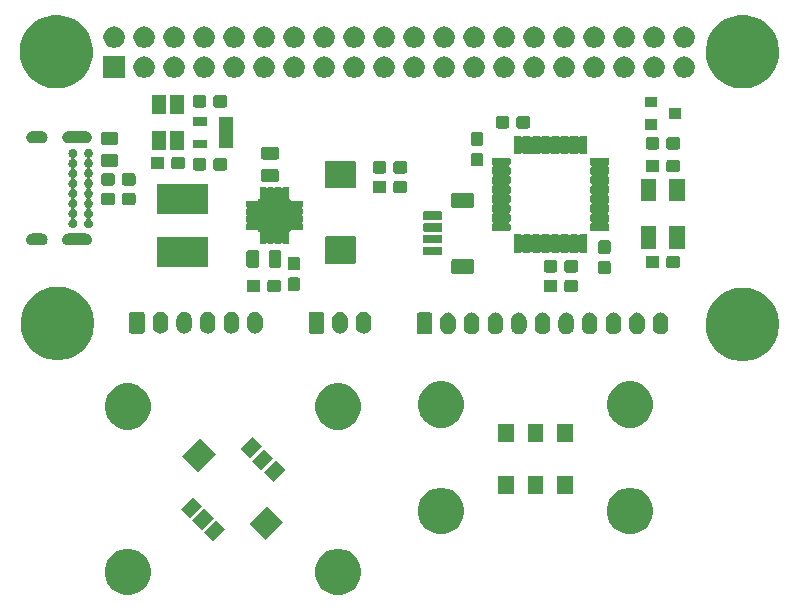
<source format=gbr>
G04 #@! TF.GenerationSoftware,KiCad,Pcbnew,(5.1.5)-3*
G04 #@! TF.CreationDate,2020-05-15T14:33:57+03:00*
G04 #@! TF.ProjectId,AstroPiMicro,41737472-6f50-4694-9d69-63726f2e6b69,1.0.8*
G04 #@! TF.SameCoordinates,Original*
G04 #@! TF.FileFunction,Soldermask,Top*
G04 #@! TF.FilePolarity,Negative*
%FSLAX46Y46*%
G04 Gerber Fmt 4.6, Leading zero omitted, Abs format (unit mm)*
G04 Created by KiCad (PCBNEW (5.1.5)-3) date 2020-05-15 14:33:57*
%MOMM*%
%LPD*%
G04 APERTURE LIST*
%ADD10C,0.100000*%
G04 APERTURE END LIST*
D10*
G36*
X77927085Y-94658975D02*
G01*
X78282143Y-94806045D01*
X78282145Y-94806046D01*
X78601690Y-95019559D01*
X78873441Y-95291310D01*
X79086954Y-95610855D01*
X79086955Y-95610857D01*
X79234025Y-95965915D01*
X79309000Y-96342842D01*
X79309000Y-96727158D01*
X79234025Y-97104085D01*
X79086955Y-97459143D01*
X79086954Y-97459145D01*
X78873441Y-97778690D01*
X78601690Y-98050441D01*
X78282145Y-98263954D01*
X78282144Y-98263955D01*
X78282143Y-98263955D01*
X77927085Y-98411025D01*
X77550158Y-98486000D01*
X77165842Y-98486000D01*
X76788915Y-98411025D01*
X76433857Y-98263955D01*
X76433856Y-98263955D01*
X76433855Y-98263954D01*
X76114310Y-98050441D01*
X75842559Y-97778690D01*
X75629046Y-97459145D01*
X75629045Y-97459143D01*
X75481975Y-97104085D01*
X75407000Y-96727158D01*
X75407000Y-96342842D01*
X75481975Y-95965915D01*
X75629045Y-95610857D01*
X75629046Y-95610855D01*
X75842559Y-95291310D01*
X76114310Y-95019559D01*
X76433855Y-94806046D01*
X76433857Y-94806045D01*
X76788915Y-94658975D01*
X77165842Y-94584000D01*
X77550158Y-94584000D01*
X77927085Y-94658975D01*
G37*
G36*
X60117085Y-94658975D02*
G01*
X60472143Y-94806045D01*
X60472145Y-94806046D01*
X60791690Y-95019559D01*
X61063441Y-95291310D01*
X61276954Y-95610855D01*
X61276955Y-95610857D01*
X61424025Y-95965915D01*
X61499000Y-96342842D01*
X61499000Y-96727158D01*
X61424025Y-97104085D01*
X61276955Y-97459143D01*
X61276954Y-97459145D01*
X61063441Y-97778690D01*
X60791690Y-98050441D01*
X60472145Y-98263954D01*
X60472144Y-98263955D01*
X60472143Y-98263955D01*
X60117085Y-98411025D01*
X59740158Y-98486000D01*
X59355842Y-98486000D01*
X58978915Y-98411025D01*
X58623857Y-98263955D01*
X58623856Y-98263955D01*
X58623855Y-98263954D01*
X58304310Y-98050441D01*
X58032559Y-97778690D01*
X57819046Y-97459145D01*
X57819045Y-97459143D01*
X57671975Y-97104085D01*
X57597000Y-96727158D01*
X57597000Y-96342842D01*
X57671975Y-95965915D01*
X57819045Y-95610857D01*
X57819046Y-95610855D01*
X58032559Y-95291310D01*
X58304310Y-95019559D01*
X58623855Y-94806046D01*
X58623857Y-94806045D01*
X58978915Y-94658975D01*
X59355842Y-94584000D01*
X59740158Y-94584000D01*
X60117085Y-94658975D01*
G37*
G36*
X67818018Y-92929112D02*
G01*
X66791299Y-93955831D01*
X66012068Y-93176600D01*
X67038787Y-92149881D01*
X67818018Y-92929112D01*
G37*
G36*
X72732410Y-92328071D02*
G01*
X71246071Y-93814410D01*
X69901154Y-92469493D01*
X71387493Y-90983154D01*
X72732410Y-92328071D01*
G37*
G36*
X86636085Y-89492975D02*
G01*
X86991143Y-89640045D01*
X86991145Y-89640046D01*
X87310690Y-89853559D01*
X87582441Y-90125310D01*
X87795954Y-90444855D01*
X87795955Y-90444857D01*
X87943025Y-90799915D01*
X88018000Y-91176842D01*
X88018000Y-91561158D01*
X87943025Y-91938085D01*
X87942578Y-91939163D01*
X87795954Y-92293145D01*
X87582441Y-92612690D01*
X87310690Y-92884441D01*
X86991145Y-93097954D01*
X86991144Y-93097955D01*
X86991143Y-93097955D01*
X86636085Y-93245025D01*
X86259158Y-93320000D01*
X85874842Y-93320000D01*
X85497915Y-93245025D01*
X85142857Y-93097955D01*
X85142856Y-93097955D01*
X85142855Y-93097954D01*
X84823310Y-92884441D01*
X84551559Y-92612690D01*
X84338046Y-92293145D01*
X84191422Y-91939163D01*
X84190975Y-91938085D01*
X84116000Y-91561158D01*
X84116000Y-91176842D01*
X84190975Y-90799915D01*
X84338045Y-90444857D01*
X84338046Y-90444855D01*
X84551559Y-90125310D01*
X84823310Y-89853559D01*
X85142855Y-89640046D01*
X85142857Y-89640045D01*
X85497915Y-89492975D01*
X85874842Y-89418000D01*
X86259158Y-89418000D01*
X86636085Y-89492975D01*
G37*
G36*
X102636085Y-89492975D02*
G01*
X102991143Y-89640045D01*
X102991145Y-89640046D01*
X103310690Y-89853559D01*
X103582441Y-90125310D01*
X103795954Y-90444855D01*
X103795955Y-90444857D01*
X103943025Y-90799915D01*
X104018000Y-91176842D01*
X104018000Y-91561158D01*
X103943025Y-91938085D01*
X103942578Y-91939163D01*
X103795954Y-92293145D01*
X103582441Y-92612690D01*
X103310690Y-92884441D01*
X102991145Y-93097954D01*
X102991144Y-93097955D01*
X102991143Y-93097955D01*
X102636085Y-93245025D01*
X102259158Y-93320000D01*
X101874842Y-93320000D01*
X101497915Y-93245025D01*
X101142857Y-93097955D01*
X101142856Y-93097955D01*
X101142855Y-93097954D01*
X100823310Y-92884441D01*
X100551559Y-92612690D01*
X100338046Y-92293145D01*
X100191422Y-91939163D01*
X100190975Y-91938085D01*
X100116000Y-91561158D01*
X100116000Y-91176842D01*
X100190975Y-90799915D01*
X100338045Y-90444857D01*
X100338046Y-90444855D01*
X100551559Y-90125310D01*
X100823310Y-89853559D01*
X101142855Y-89640046D01*
X101142857Y-89640045D01*
X101497915Y-89492975D01*
X101874842Y-89418000D01*
X102259158Y-89418000D01*
X102636085Y-89492975D01*
G37*
G36*
X66828068Y-91939163D02*
G01*
X65801349Y-92965882D01*
X65022118Y-92186651D01*
X66048837Y-91159932D01*
X66828068Y-91939163D01*
G37*
G36*
X65838119Y-90949213D02*
G01*
X64811400Y-91975932D01*
X64032169Y-91196701D01*
X65058888Y-90169982D01*
X65838119Y-90949213D01*
G37*
G36*
X94718000Y-89905000D02*
G01*
X93416000Y-89905000D01*
X93416000Y-88403000D01*
X94718000Y-88403000D01*
X94718000Y-89905000D01*
G37*
G36*
X97218000Y-89905000D02*
G01*
X95916000Y-89905000D01*
X95916000Y-88403000D01*
X97218000Y-88403000D01*
X97218000Y-89905000D01*
G37*
G36*
X92218000Y-89905000D02*
G01*
X90916000Y-89905000D01*
X90916000Y-88403000D01*
X92218000Y-88403000D01*
X92218000Y-89905000D01*
G37*
G36*
X72873831Y-87873299D02*
G01*
X71847112Y-88900018D01*
X71067881Y-88120787D01*
X72094600Y-87094068D01*
X72873831Y-87873299D01*
G37*
G36*
X67004846Y-86600507D02*
G01*
X65518507Y-88086846D01*
X64173590Y-86741929D01*
X65659929Y-85255590D01*
X67004846Y-86600507D01*
G37*
G36*
X71883882Y-86883349D02*
G01*
X70857163Y-87910068D01*
X70077932Y-87130837D01*
X71104651Y-86104118D01*
X71883882Y-86883349D01*
G37*
G36*
X70893932Y-85893400D02*
G01*
X69867213Y-86920119D01*
X69087982Y-86140888D01*
X70114701Y-85114169D01*
X70893932Y-85893400D01*
G37*
G36*
X94718000Y-85505000D02*
G01*
X93416000Y-85505000D01*
X93416000Y-84003000D01*
X94718000Y-84003000D01*
X94718000Y-85505000D01*
G37*
G36*
X97218000Y-85505000D02*
G01*
X95916000Y-85505000D01*
X95916000Y-84003000D01*
X97218000Y-84003000D01*
X97218000Y-85505000D01*
G37*
G36*
X92218000Y-85505000D02*
G01*
X90916000Y-85505000D01*
X90916000Y-84003000D01*
X92218000Y-84003000D01*
X92218000Y-85505000D01*
G37*
G36*
X60117085Y-80658975D02*
G01*
X60472143Y-80806045D01*
X60472145Y-80806046D01*
X60791690Y-81019559D01*
X61063441Y-81291310D01*
X61276954Y-81610855D01*
X61276955Y-81610857D01*
X61424025Y-81965915D01*
X61499000Y-82342842D01*
X61499000Y-82727158D01*
X61424025Y-83104085D01*
X61276955Y-83459143D01*
X61276954Y-83459145D01*
X61063441Y-83778690D01*
X60791690Y-84050441D01*
X60472145Y-84263954D01*
X60472144Y-84263955D01*
X60472143Y-84263955D01*
X60117085Y-84411025D01*
X59740158Y-84486000D01*
X59355842Y-84486000D01*
X58978915Y-84411025D01*
X58623857Y-84263955D01*
X58623856Y-84263955D01*
X58623855Y-84263954D01*
X58304310Y-84050441D01*
X58032559Y-83778690D01*
X57819046Y-83459145D01*
X57819045Y-83459143D01*
X57671975Y-83104085D01*
X57597000Y-82727158D01*
X57597000Y-82342842D01*
X57671975Y-81965915D01*
X57819045Y-81610857D01*
X57819046Y-81610855D01*
X58032559Y-81291310D01*
X58304310Y-81019559D01*
X58623855Y-80806046D01*
X58623857Y-80806045D01*
X58978915Y-80658975D01*
X59355842Y-80584000D01*
X59740158Y-80584000D01*
X60117085Y-80658975D01*
G37*
G36*
X77927085Y-80658975D02*
G01*
X78282143Y-80806045D01*
X78282145Y-80806046D01*
X78601690Y-81019559D01*
X78873441Y-81291310D01*
X79086954Y-81610855D01*
X79086955Y-81610857D01*
X79234025Y-81965915D01*
X79309000Y-82342842D01*
X79309000Y-82727158D01*
X79234025Y-83104085D01*
X79086955Y-83459143D01*
X79086954Y-83459145D01*
X78873441Y-83778690D01*
X78601690Y-84050441D01*
X78282145Y-84263954D01*
X78282144Y-84263955D01*
X78282143Y-84263955D01*
X77927085Y-84411025D01*
X77550158Y-84486000D01*
X77165842Y-84486000D01*
X76788915Y-84411025D01*
X76433857Y-84263955D01*
X76433856Y-84263955D01*
X76433855Y-84263954D01*
X76114310Y-84050441D01*
X75842559Y-83778690D01*
X75629046Y-83459145D01*
X75629045Y-83459143D01*
X75481975Y-83104085D01*
X75407000Y-82727158D01*
X75407000Y-82342842D01*
X75481975Y-81965915D01*
X75629045Y-81610857D01*
X75629046Y-81610855D01*
X75842559Y-81291310D01*
X76114310Y-81019559D01*
X76433855Y-80806046D01*
X76433857Y-80806045D01*
X76788915Y-80658975D01*
X77165842Y-80584000D01*
X77550158Y-80584000D01*
X77927085Y-80658975D01*
G37*
G36*
X102636085Y-80492975D02*
G01*
X102991143Y-80640045D01*
X102991145Y-80640046D01*
X103310690Y-80853559D01*
X103582441Y-81125310D01*
X103693359Y-81291311D01*
X103795955Y-81444857D01*
X103943025Y-81799915D01*
X104018000Y-82176842D01*
X104018000Y-82561158D01*
X103943025Y-82938085D01*
X103874265Y-83104085D01*
X103795954Y-83293145D01*
X103582441Y-83612690D01*
X103310690Y-83884441D01*
X102991145Y-84097954D01*
X102991144Y-84097955D01*
X102991143Y-84097955D01*
X102636085Y-84245025D01*
X102259158Y-84320000D01*
X101874842Y-84320000D01*
X101497915Y-84245025D01*
X101142857Y-84097955D01*
X101142856Y-84097955D01*
X101142855Y-84097954D01*
X100823310Y-83884441D01*
X100551559Y-83612690D01*
X100338046Y-83293145D01*
X100259735Y-83104085D01*
X100190975Y-82938085D01*
X100116000Y-82561158D01*
X100116000Y-82176842D01*
X100190975Y-81799915D01*
X100338045Y-81444857D01*
X100440641Y-81291311D01*
X100551559Y-81125310D01*
X100823310Y-80853559D01*
X101142855Y-80640046D01*
X101142857Y-80640045D01*
X101497915Y-80492975D01*
X101874842Y-80418000D01*
X102259158Y-80418000D01*
X102636085Y-80492975D01*
G37*
G36*
X86636085Y-80492975D02*
G01*
X86991143Y-80640045D01*
X86991145Y-80640046D01*
X87310690Y-80853559D01*
X87582441Y-81125310D01*
X87693359Y-81291311D01*
X87795955Y-81444857D01*
X87943025Y-81799915D01*
X88018000Y-82176842D01*
X88018000Y-82561158D01*
X87943025Y-82938085D01*
X87874265Y-83104085D01*
X87795954Y-83293145D01*
X87582441Y-83612690D01*
X87310690Y-83884441D01*
X86991145Y-84097954D01*
X86991144Y-84097955D01*
X86991143Y-84097955D01*
X86636085Y-84245025D01*
X86259158Y-84320000D01*
X85874842Y-84320000D01*
X85497915Y-84245025D01*
X85142857Y-84097955D01*
X85142856Y-84097955D01*
X85142855Y-84097954D01*
X84823310Y-83884441D01*
X84551559Y-83612690D01*
X84338046Y-83293145D01*
X84259735Y-83104085D01*
X84190975Y-82938085D01*
X84116000Y-82561158D01*
X84116000Y-82176842D01*
X84190975Y-81799915D01*
X84338045Y-81444857D01*
X84440641Y-81291311D01*
X84551559Y-81125310D01*
X84823310Y-80853559D01*
X85142855Y-80640046D01*
X85142857Y-80640045D01*
X85497915Y-80492975D01*
X85874842Y-80418000D01*
X86259158Y-80418000D01*
X86636085Y-80492975D01*
G37*
G36*
X112123053Y-72543309D02*
G01*
X112504237Y-72619131D01*
X113068401Y-72852815D01*
X113576135Y-73192072D01*
X114007928Y-73623865D01*
X114347185Y-74131599D01*
X114580869Y-74695763D01*
X114624013Y-74912664D01*
X114700000Y-75294675D01*
X114700000Y-75905325D01*
X114652192Y-76145669D01*
X114580869Y-76504237D01*
X114347185Y-77068401D01*
X114007928Y-77576135D01*
X113576135Y-78007928D01*
X113068401Y-78347185D01*
X112504237Y-78580869D01*
X112204780Y-78640434D01*
X111905325Y-78700000D01*
X111294675Y-78700000D01*
X110995220Y-78640434D01*
X110695763Y-78580869D01*
X110131599Y-78347185D01*
X109623865Y-78007928D01*
X109192072Y-77576135D01*
X108852815Y-77068401D01*
X108619131Y-76504237D01*
X108547808Y-76145669D01*
X108500000Y-75905325D01*
X108500000Y-75294675D01*
X108575987Y-74912664D01*
X108619131Y-74695763D01*
X108852815Y-74131599D01*
X109192072Y-73623865D01*
X109623865Y-73192072D01*
X110131599Y-72852815D01*
X110695763Y-72619131D01*
X111076947Y-72543309D01*
X111294675Y-72500000D01*
X111905325Y-72500000D01*
X112123053Y-72543309D01*
G37*
G36*
X54204780Y-72459566D02*
G01*
X54504237Y-72519131D01*
X55068401Y-72752815D01*
X55576135Y-73092072D01*
X56007928Y-73523865D01*
X56347185Y-74031599D01*
X56580869Y-74595763D01*
X56621410Y-74799576D01*
X56700000Y-75194675D01*
X56700000Y-75805325D01*
X56646075Y-76076425D01*
X56580869Y-76404237D01*
X56347185Y-76968401D01*
X56007928Y-77476135D01*
X55576135Y-77907928D01*
X55068401Y-78247185D01*
X54504237Y-78480869D01*
X54204780Y-78540434D01*
X53905325Y-78600000D01*
X53294675Y-78600000D01*
X52995220Y-78540434D01*
X52695763Y-78480869D01*
X52131599Y-78247185D01*
X51623865Y-77907928D01*
X51192072Y-77476135D01*
X50852815Y-76968401D01*
X50619131Y-76404237D01*
X50553925Y-76076425D01*
X50500000Y-75805325D01*
X50500000Y-75194675D01*
X50578590Y-74799576D01*
X50619131Y-74595763D01*
X50852815Y-74031599D01*
X51192072Y-73523865D01*
X51623865Y-73092072D01*
X52131599Y-72752815D01*
X52695763Y-72519131D01*
X52995220Y-72459566D01*
X53294675Y-72400000D01*
X53905325Y-72400000D01*
X54204780Y-72459566D01*
G37*
G36*
X104798617Y-74578420D02*
G01*
X104871355Y-74600485D01*
X104921335Y-74615646D01*
X105034424Y-74676094D01*
X105133554Y-74757447D01*
X105214906Y-74856575D01*
X105275354Y-74969664D01*
X105285040Y-75001596D01*
X105312580Y-75092382D01*
X105322000Y-75188027D01*
X105322000Y-75801973D01*
X105312580Y-75897618D01*
X105285040Y-75988404D01*
X105275354Y-76020336D01*
X105214906Y-76133425D01*
X105133554Y-76232554D01*
X105034425Y-76313906D01*
X104921336Y-76374354D01*
X104889404Y-76384040D01*
X104798618Y-76411580D01*
X104671000Y-76424149D01*
X104543383Y-76411580D01*
X104452597Y-76384040D01*
X104420665Y-76374354D01*
X104307576Y-76313906D01*
X104208447Y-76232554D01*
X104127096Y-76133427D01*
X104127095Y-76133425D01*
X104066647Y-76020336D01*
X104066645Y-76020333D01*
X104054237Y-75979427D01*
X104029420Y-75897618D01*
X104020000Y-75801973D01*
X104020000Y-75188028D01*
X104029420Y-75092383D01*
X104066645Y-74969669D01*
X104066646Y-74969665D01*
X104127094Y-74856576D01*
X104208447Y-74757446D01*
X104307575Y-74676094D01*
X104420664Y-74615646D01*
X104470644Y-74600485D01*
X104543382Y-74578420D01*
X104671000Y-74565851D01*
X104798617Y-74578420D01*
G37*
G36*
X102798617Y-74578420D02*
G01*
X102871355Y-74600485D01*
X102921335Y-74615646D01*
X103034424Y-74676094D01*
X103133554Y-74757447D01*
X103214906Y-74856575D01*
X103275354Y-74969664D01*
X103285040Y-75001596D01*
X103312580Y-75092382D01*
X103322000Y-75188027D01*
X103322000Y-75801973D01*
X103312580Y-75897618D01*
X103285040Y-75988404D01*
X103275354Y-76020336D01*
X103214906Y-76133425D01*
X103133554Y-76232554D01*
X103034425Y-76313906D01*
X102921336Y-76374354D01*
X102889404Y-76384040D01*
X102798618Y-76411580D01*
X102671000Y-76424149D01*
X102543383Y-76411580D01*
X102452597Y-76384040D01*
X102420665Y-76374354D01*
X102307576Y-76313906D01*
X102208447Y-76232554D01*
X102127096Y-76133427D01*
X102127095Y-76133425D01*
X102066647Y-76020336D01*
X102066645Y-76020333D01*
X102054237Y-75979427D01*
X102029420Y-75897618D01*
X102020000Y-75801973D01*
X102020000Y-75188028D01*
X102029420Y-75092383D01*
X102066645Y-74969669D01*
X102066646Y-74969665D01*
X102127094Y-74856576D01*
X102208447Y-74757446D01*
X102307575Y-74676094D01*
X102420664Y-74615646D01*
X102470644Y-74600485D01*
X102543382Y-74578420D01*
X102671000Y-74565851D01*
X102798617Y-74578420D01*
G37*
G36*
X98798617Y-74578420D02*
G01*
X98871355Y-74600485D01*
X98921335Y-74615646D01*
X99034424Y-74676094D01*
X99133554Y-74757447D01*
X99214906Y-74856575D01*
X99275354Y-74969664D01*
X99285040Y-75001596D01*
X99312580Y-75092382D01*
X99322000Y-75188027D01*
X99322000Y-75801973D01*
X99312580Y-75897618D01*
X99285040Y-75988404D01*
X99275354Y-76020336D01*
X99214906Y-76133425D01*
X99133554Y-76232554D01*
X99034425Y-76313906D01*
X98921336Y-76374354D01*
X98889404Y-76384040D01*
X98798618Y-76411580D01*
X98671000Y-76424149D01*
X98543383Y-76411580D01*
X98452597Y-76384040D01*
X98420665Y-76374354D01*
X98307576Y-76313906D01*
X98208447Y-76232554D01*
X98127096Y-76133427D01*
X98127095Y-76133425D01*
X98066647Y-76020336D01*
X98066645Y-76020333D01*
X98054237Y-75979427D01*
X98029420Y-75897618D01*
X98020000Y-75801973D01*
X98020000Y-75188028D01*
X98029420Y-75092383D01*
X98066645Y-74969669D01*
X98066646Y-74969665D01*
X98127094Y-74856576D01*
X98208447Y-74757446D01*
X98307575Y-74676094D01*
X98420664Y-74615646D01*
X98470644Y-74600485D01*
X98543382Y-74578420D01*
X98671000Y-74565851D01*
X98798617Y-74578420D01*
G37*
G36*
X96798617Y-74578420D02*
G01*
X96871355Y-74600485D01*
X96921335Y-74615646D01*
X97034424Y-74676094D01*
X97133554Y-74757447D01*
X97214906Y-74856575D01*
X97275354Y-74969664D01*
X97285040Y-75001596D01*
X97312580Y-75092382D01*
X97322000Y-75188027D01*
X97322000Y-75801973D01*
X97312580Y-75897618D01*
X97285040Y-75988404D01*
X97275354Y-76020336D01*
X97214906Y-76133425D01*
X97133554Y-76232554D01*
X97034425Y-76313906D01*
X96921336Y-76374354D01*
X96889404Y-76384040D01*
X96798618Y-76411580D01*
X96671000Y-76424149D01*
X96543383Y-76411580D01*
X96452597Y-76384040D01*
X96420665Y-76374354D01*
X96307576Y-76313906D01*
X96208447Y-76232554D01*
X96127096Y-76133427D01*
X96127095Y-76133425D01*
X96066647Y-76020336D01*
X96066645Y-76020333D01*
X96054237Y-75979427D01*
X96029420Y-75897618D01*
X96020000Y-75801973D01*
X96020000Y-75188028D01*
X96029420Y-75092383D01*
X96066645Y-74969669D01*
X96066646Y-74969665D01*
X96127094Y-74856576D01*
X96208447Y-74757446D01*
X96307575Y-74676094D01*
X96420664Y-74615646D01*
X96470644Y-74600485D01*
X96543382Y-74578420D01*
X96671000Y-74565851D01*
X96798617Y-74578420D01*
G37*
G36*
X94798617Y-74578420D02*
G01*
X94871355Y-74600485D01*
X94921335Y-74615646D01*
X95034424Y-74676094D01*
X95133554Y-74757447D01*
X95214906Y-74856575D01*
X95275354Y-74969664D01*
X95285040Y-75001596D01*
X95312580Y-75092382D01*
X95322000Y-75188027D01*
X95322000Y-75801973D01*
X95312580Y-75897618D01*
X95285040Y-75988404D01*
X95275354Y-76020336D01*
X95214906Y-76133425D01*
X95133554Y-76232554D01*
X95034425Y-76313906D01*
X94921336Y-76374354D01*
X94889404Y-76384040D01*
X94798618Y-76411580D01*
X94671000Y-76424149D01*
X94543383Y-76411580D01*
X94452597Y-76384040D01*
X94420665Y-76374354D01*
X94307576Y-76313906D01*
X94208447Y-76232554D01*
X94127096Y-76133427D01*
X94127095Y-76133425D01*
X94066647Y-76020336D01*
X94066645Y-76020333D01*
X94054237Y-75979427D01*
X94029420Y-75897618D01*
X94020000Y-75801973D01*
X94020000Y-75188028D01*
X94029420Y-75092383D01*
X94066645Y-74969669D01*
X94066646Y-74969665D01*
X94127094Y-74856576D01*
X94208447Y-74757446D01*
X94307575Y-74676094D01*
X94420664Y-74615646D01*
X94470644Y-74600485D01*
X94543382Y-74578420D01*
X94671000Y-74565851D01*
X94798617Y-74578420D01*
G37*
G36*
X92798617Y-74578420D02*
G01*
X92871355Y-74600485D01*
X92921335Y-74615646D01*
X93034424Y-74676094D01*
X93133554Y-74757447D01*
X93214906Y-74856575D01*
X93275354Y-74969664D01*
X93285040Y-75001596D01*
X93312580Y-75092382D01*
X93322000Y-75188027D01*
X93322000Y-75801973D01*
X93312580Y-75897618D01*
X93285040Y-75988404D01*
X93275354Y-76020336D01*
X93214906Y-76133425D01*
X93133554Y-76232554D01*
X93034425Y-76313906D01*
X92921336Y-76374354D01*
X92889404Y-76384040D01*
X92798618Y-76411580D01*
X92671000Y-76424149D01*
X92543383Y-76411580D01*
X92452597Y-76384040D01*
X92420665Y-76374354D01*
X92307576Y-76313906D01*
X92208447Y-76232554D01*
X92127096Y-76133427D01*
X92127095Y-76133425D01*
X92066647Y-76020336D01*
X92066645Y-76020333D01*
X92054237Y-75979427D01*
X92029420Y-75897618D01*
X92020000Y-75801973D01*
X92020000Y-75188028D01*
X92029420Y-75092383D01*
X92066645Y-74969669D01*
X92066646Y-74969665D01*
X92127094Y-74856576D01*
X92208447Y-74757446D01*
X92307575Y-74676094D01*
X92420664Y-74615646D01*
X92470644Y-74600485D01*
X92543382Y-74578420D01*
X92671000Y-74565851D01*
X92798617Y-74578420D01*
G37*
G36*
X90798617Y-74578420D02*
G01*
X90871355Y-74600485D01*
X90921335Y-74615646D01*
X91034424Y-74676094D01*
X91133554Y-74757447D01*
X91214906Y-74856575D01*
X91275354Y-74969664D01*
X91285040Y-75001596D01*
X91312580Y-75092382D01*
X91322000Y-75188027D01*
X91322000Y-75801973D01*
X91312580Y-75897618D01*
X91285040Y-75988404D01*
X91275354Y-76020336D01*
X91214906Y-76133425D01*
X91133554Y-76232554D01*
X91034425Y-76313906D01*
X90921336Y-76374354D01*
X90889404Y-76384040D01*
X90798618Y-76411580D01*
X90671000Y-76424149D01*
X90543383Y-76411580D01*
X90452597Y-76384040D01*
X90420665Y-76374354D01*
X90307576Y-76313906D01*
X90208447Y-76232554D01*
X90127096Y-76133427D01*
X90127095Y-76133425D01*
X90066647Y-76020336D01*
X90066645Y-76020333D01*
X90054237Y-75979427D01*
X90029420Y-75897618D01*
X90020000Y-75801973D01*
X90020000Y-75188028D01*
X90029420Y-75092383D01*
X90066645Y-74969669D01*
X90066646Y-74969665D01*
X90127094Y-74856576D01*
X90208447Y-74757446D01*
X90307575Y-74676094D01*
X90420664Y-74615646D01*
X90470644Y-74600485D01*
X90543382Y-74578420D01*
X90671000Y-74565851D01*
X90798617Y-74578420D01*
G37*
G36*
X88798617Y-74578420D02*
G01*
X88871355Y-74600485D01*
X88921335Y-74615646D01*
X89034424Y-74676094D01*
X89133554Y-74757447D01*
X89214906Y-74856575D01*
X89275354Y-74969664D01*
X89285040Y-75001596D01*
X89312580Y-75092382D01*
X89322000Y-75188027D01*
X89322000Y-75801973D01*
X89312580Y-75897618D01*
X89285040Y-75988404D01*
X89275354Y-76020336D01*
X89214906Y-76133425D01*
X89133554Y-76232554D01*
X89034425Y-76313906D01*
X88921336Y-76374354D01*
X88889404Y-76384040D01*
X88798618Y-76411580D01*
X88671000Y-76424149D01*
X88543383Y-76411580D01*
X88452597Y-76384040D01*
X88420665Y-76374354D01*
X88307576Y-76313906D01*
X88208447Y-76232554D01*
X88127096Y-76133427D01*
X88127095Y-76133425D01*
X88066647Y-76020336D01*
X88066645Y-76020333D01*
X88054237Y-75979427D01*
X88029420Y-75897618D01*
X88020000Y-75801973D01*
X88020000Y-75188028D01*
X88029420Y-75092383D01*
X88066645Y-74969669D01*
X88066646Y-74969665D01*
X88127094Y-74856576D01*
X88208447Y-74757446D01*
X88307575Y-74676094D01*
X88420664Y-74615646D01*
X88470644Y-74600485D01*
X88543382Y-74578420D01*
X88671000Y-74565851D01*
X88798617Y-74578420D01*
G37*
G36*
X86798617Y-74578420D02*
G01*
X86871355Y-74600485D01*
X86921335Y-74615646D01*
X87034424Y-74676094D01*
X87133554Y-74757447D01*
X87214906Y-74856575D01*
X87275354Y-74969664D01*
X87285040Y-75001596D01*
X87312580Y-75092382D01*
X87322000Y-75188027D01*
X87322000Y-75801973D01*
X87312580Y-75897618D01*
X87285040Y-75988404D01*
X87275354Y-76020336D01*
X87214906Y-76133425D01*
X87133554Y-76232554D01*
X87034425Y-76313906D01*
X86921336Y-76374354D01*
X86889404Y-76384040D01*
X86798618Y-76411580D01*
X86671000Y-76424149D01*
X86543383Y-76411580D01*
X86452597Y-76384040D01*
X86420665Y-76374354D01*
X86307576Y-76313906D01*
X86208447Y-76232554D01*
X86127096Y-76133427D01*
X86127095Y-76133425D01*
X86066647Y-76020336D01*
X86066645Y-76020333D01*
X86054237Y-75979427D01*
X86029420Y-75897618D01*
X86020000Y-75801973D01*
X86020000Y-75188028D01*
X86029420Y-75092383D01*
X86066645Y-74969669D01*
X86066646Y-74969665D01*
X86127094Y-74856576D01*
X86208447Y-74757446D01*
X86307575Y-74676094D01*
X86420664Y-74615646D01*
X86470644Y-74600485D01*
X86543382Y-74578420D01*
X86671000Y-74565851D01*
X86798617Y-74578420D01*
G37*
G36*
X100798617Y-74578420D02*
G01*
X100871355Y-74600485D01*
X100921335Y-74615646D01*
X101034424Y-74676094D01*
X101133554Y-74757447D01*
X101214906Y-74856575D01*
X101275354Y-74969664D01*
X101285040Y-75001596D01*
X101312580Y-75092382D01*
X101322000Y-75188027D01*
X101322000Y-75801973D01*
X101312580Y-75897618D01*
X101285040Y-75988404D01*
X101275354Y-76020336D01*
X101214906Y-76133425D01*
X101133554Y-76232554D01*
X101034425Y-76313906D01*
X100921336Y-76374354D01*
X100889404Y-76384040D01*
X100798618Y-76411580D01*
X100671000Y-76424149D01*
X100543383Y-76411580D01*
X100452597Y-76384040D01*
X100420665Y-76374354D01*
X100307576Y-76313906D01*
X100208447Y-76232554D01*
X100127096Y-76133427D01*
X100127095Y-76133425D01*
X100066647Y-76020336D01*
X100066645Y-76020333D01*
X100054237Y-75979427D01*
X100029420Y-75897618D01*
X100020000Y-75801973D01*
X100020000Y-75188028D01*
X100029420Y-75092383D01*
X100066645Y-74969669D01*
X100066646Y-74969665D01*
X100127094Y-74856576D01*
X100208447Y-74757446D01*
X100307575Y-74676094D01*
X100420664Y-74615646D01*
X100470644Y-74600485D01*
X100543382Y-74578420D01*
X100671000Y-74565851D01*
X100798617Y-74578420D01*
G37*
G36*
X85162242Y-74573404D02*
G01*
X85199337Y-74584657D01*
X85233515Y-74602925D01*
X85263481Y-74627519D01*
X85288075Y-74657485D01*
X85306343Y-74691663D01*
X85317596Y-74728758D01*
X85322000Y-74773474D01*
X85322000Y-76216526D01*
X85317596Y-76261242D01*
X85306343Y-76298337D01*
X85288075Y-76332515D01*
X85263481Y-76362481D01*
X85233515Y-76387075D01*
X85199337Y-76405343D01*
X85162242Y-76416596D01*
X85117526Y-76421000D01*
X84224474Y-76421000D01*
X84179758Y-76416596D01*
X84142663Y-76405343D01*
X84108485Y-76387075D01*
X84078519Y-76362481D01*
X84053925Y-76332515D01*
X84035657Y-76298337D01*
X84024404Y-76261242D01*
X84020000Y-76216526D01*
X84020000Y-74773474D01*
X84024404Y-74728758D01*
X84035657Y-74691663D01*
X84053925Y-74657485D01*
X84078519Y-74627519D01*
X84108485Y-74602925D01*
X84142663Y-74584657D01*
X84179758Y-74573404D01*
X84224474Y-74569000D01*
X85117526Y-74569000D01*
X85162242Y-74573404D01*
G37*
G36*
X77654617Y-74521420D02*
G01*
X77735399Y-74545925D01*
X77777335Y-74558646D01*
X77890424Y-74619094D01*
X77989554Y-74700447D01*
X78070906Y-74799575D01*
X78131354Y-74912664D01*
X78141040Y-74944596D01*
X78168580Y-75035382D01*
X78178000Y-75131027D01*
X78178000Y-75744973D01*
X78168580Y-75840618D01*
X78151290Y-75897616D01*
X78131354Y-75963336D01*
X78070906Y-76076425D01*
X77989554Y-76175554D01*
X77890425Y-76256906D01*
X77777336Y-76317354D01*
X77745404Y-76327040D01*
X77654618Y-76354580D01*
X77527000Y-76367149D01*
X77399383Y-76354580D01*
X77308597Y-76327040D01*
X77276665Y-76317354D01*
X77163576Y-76256906D01*
X77064447Y-76175554D01*
X76983096Y-76076427D01*
X76983095Y-76076425D01*
X76922647Y-75963336D01*
X76922645Y-75963333D01*
X76902710Y-75897616D01*
X76885420Y-75840618D01*
X76876000Y-75744973D01*
X76876000Y-75131028D01*
X76885420Y-75035383D01*
X76922645Y-74912669D01*
X76922646Y-74912665D01*
X76983094Y-74799576D01*
X77064447Y-74700446D01*
X77163575Y-74619094D01*
X77276664Y-74558646D01*
X77318600Y-74545925D01*
X77399382Y-74521420D01*
X77527000Y-74508851D01*
X77654617Y-74521420D01*
G37*
G36*
X70452617Y-74521420D02*
G01*
X70533399Y-74545925D01*
X70575335Y-74558646D01*
X70688424Y-74619094D01*
X70787554Y-74700447D01*
X70868906Y-74799575D01*
X70929354Y-74912664D01*
X70939040Y-74944596D01*
X70966580Y-75035382D01*
X70976000Y-75131027D01*
X70976000Y-75744973D01*
X70966580Y-75840618D01*
X70949290Y-75897616D01*
X70929354Y-75963336D01*
X70868906Y-76076425D01*
X70787554Y-76175554D01*
X70688425Y-76256906D01*
X70575336Y-76317354D01*
X70543404Y-76327040D01*
X70452618Y-76354580D01*
X70325000Y-76367149D01*
X70197383Y-76354580D01*
X70106597Y-76327040D01*
X70074665Y-76317354D01*
X69961576Y-76256906D01*
X69862447Y-76175554D01*
X69781096Y-76076427D01*
X69781095Y-76076425D01*
X69720647Y-75963336D01*
X69720645Y-75963333D01*
X69700710Y-75897616D01*
X69683420Y-75840618D01*
X69674000Y-75744973D01*
X69674000Y-75131028D01*
X69683420Y-75035383D01*
X69720645Y-74912669D01*
X69720646Y-74912665D01*
X69781094Y-74799576D01*
X69862447Y-74700446D01*
X69961575Y-74619094D01*
X70074664Y-74558646D01*
X70116600Y-74545925D01*
X70197382Y-74521420D01*
X70325000Y-74508851D01*
X70452617Y-74521420D01*
G37*
G36*
X68452617Y-74521420D02*
G01*
X68533399Y-74545925D01*
X68575335Y-74558646D01*
X68688424Y-74619094D01*
X68787554Y-74700447D01*
X68868906Y-74799575D01*
X68929354Y-74912664D01*
X68939040Y-74944596D01*
X68966580Y-75035382D01*
X68976000Y-75131027D01*
X68976000Y-75744973D01*
X68966580Y-75840618D01*
X68949290Y-75897616D01*
X68929354Y-75963336D01*
X68868906Y-76076425D01*
X68787554Y-76175554D01*
X68688425Y-76256906D01*
X68575336Y-76317354D01*
X68543404Y-76327040D01*
X68452618Y-76354580D01*
X68325000Y-76367149D01*
X68197383Y-76354580D01*
X68106597Y-76327040D01*
X68074665Y-76317354D01*
X67961576Y-76256906D01*
X67862447Y-76175554D01*
X67781096Y-76076427D01*
X67781095Y-76076425D01*
X67720647Y-75963336D01*
X67720645Y-75963333D01*
X67700710Y-75897616D01*
X67683420Y-75840618D01*
X67674000Y-75744973D01*
X67674000Y-75131028D01*
X67683420Y-75035383D01*
X67720645Y-74912669D01*
X67720646Y-74912665D01*
X67781094Y-74799576D01*
X67862447Y-74700446D01*
X67961575Y-74619094D01*
X68074664Y-74558646D01*
X68116600Y-74545925D01*
X68197382Y-74521420D01*
X68325000Y-74508851D01*
X68452617Y-74521420D01*
G37*
G36*
X66452617Y-74521420D02*
G01*
X66533399Y-74545925D01*
X66575335Y-74558646D01*
X66688424Y-74619094D01*
X66787554Y-74700447D01*
X66868906Y-74799575D01*
X66929354Y-74912664D01*
X66939040Y-74944596D01*
X66966580Y-75035382D01*
X66976000Y-75131027D01*
X66976000Y-75744973D01*
X66966580Y-75840618D01*
X66949290Y-75897616D01*
X66929354Y-75963336D01*
X66868906Y-76076425D01*
X66787554Y-76175554D01*
X66688425Y-76256906D01*
X66575336Y-76317354D01*
X66543404Y-76327040D01*
X66452618Y-76354580D01*
X66325000Y-76367149D01*
X66197383Y-76354580D01*
X66106597Y-76327040D01*
X66074665Y-76317354D01*
X65961576Y-76256906D01*
X65862447Y-76175554D01*
X65781096Y-76076427D01*
X65781095Y-76076425D01*
X65720647Y-75963336D01*
X65720645Y-75963333D01*
X65700710Y-75897616D01*
X65683420Y-75840618D01*
X65674000Y-75744973D01*
X65674000Y-75131028D01*
X65683420Y-75035383D01*
X65720645Y-74912669D01*
X65720646Y-74912665D01*
X65781094Y-74799576D01*
X65862447Y-74700446D01*
X65961575Y-74619094D01*
X66074664Y-74558646D01*
X66116600Y-74545925D01*
X66197382Y-74521420D01*
X66325000Y-74508851D01*
X66452617Y-74521420D01*
G37*
G36*
X64452617Y-74521420D02*
G01*
X64533399Y-74545925D01*
X64575335Y-74558646D01*
X64688424Y-74619094D01*
X64787554Y-74700447D01*
X64868906Y-74799575D01*
X64929354Y-74912664D01*
X64939040Y-74944596D01*
X64966580Y-75035382D01*
X64976000Y-75131027D01*
X64976000Y-75744973D01*
X64966580Y-75840618D01*
X64949290Y-75897616D01*
X64929354Y-75963336D01*
X64868906Y-76076425D01*
X64787554Y-76175554D01*
X64688425Y-76256906D01*
X64575336Y-76317354D01*
X64543404Y-76327040D01*
X64452618Y-76354580D01*
X64325000Y-76367149D01*
X64197383Y-76354580D01*
X64106597Y-76327040D01*
X64074665Y-76317354D01*
X63961576Y-76256906D01*
X63862447Y-76175554D01*
X63781096Y-76076427D01*
X63781095Y-76076425D01*
X63720647Y-75963336D01*
X63720645Y-75963333D01*
X63700710Y-75897616D01*
X63683420Y-75840618D01*
X63674000Y-75744973D01*
X63674000Y-75131028D01*
X63683420Y-75035383D01*
X63720645Y-74912669D01*
X63720646Y-74912665D01*
X63781094Y-74799576D01*
X63862447Y-74700446D01*
X63961575Y-74619094D01*
X64074664Y-74558646D01*
X64116600Y-74545925D01*
X64197382Y-74521420D01*
X64325000Y-74508851D01*
X64452617Y-74521420D01*
G37*
G36*
X79654617Y-74521420D02*
G01*
X79735399Y-74545925D01*
X79777335Y-74558646D01*
X79890424Y-74619094D01*
X79989554Y-74700447D01*
X80070906Y-74799575D01*
X80131354Y-74912664D01*
X80141040Y-74944596D01*
X80168580Y-75035382D01*
X80178000Y-75131027D01*
X80178000Y-75744973D01*
X80168580Y-75840618D01*
X80151290Y-75897616D01*
X80131354Y-75963336D01*
X80070906Y-76076425D01*
X79989554Y-76175554D01*
X79890425Y-76256906D01*
X79777336Y-76317354D01*
X79745404Y-76327040D01*
X79654618Y-76354580D01*
X79527000Y-76367149D01*
X79399383Y-76354580D01*
X79308597Y-76327040D01*
X79276665Y-76317354D01*
X79163576Y-76256906D01*
X79064447Y-76175554D01*
X78983096Y-76076427D01*
X78983095Y-76076425D01*
X78922647Y-75963336D01*
X78922645Y-75963333D01*
X78902710Y-75897616D01*
X78885420Y-75840618D01*
X78876000Y-75744973D01*
X78876000Y-75131028D01*
X78885420Y-75035383D01*
X78922645Y-74912669D01*
X78922646Y-74912665D01*
X78983094Y-74799576D01*
X79064447Y-74700446D01*
X79163575Y-74619094D01*
X79276664Y-74558646D01*
X79318600Y-74545925D01*
X79399382Y-74521420D01*
X79527000Y-74508851D01*
X79654617Y-74521420D01*
G37*
G36*
X62452617Y-74521420D02*
G01*
X62533399Y-74545925D01*
X62575335Y-74558646D01*
X62688424Y-74619094D01*
X62787554Y-74700447D01*
X62868906Y-74799575D01*
X62929354Y-74912664D01*
X62939040Y-74944596D01*
X62966580Y-75035382D01*
X62976000Y-75131027D01*
X62976000Y-75744973D01*
X62966580Y-75840618D01*
X62949290Y-75897616D01*
X62929354Y-75963336D01*
X62868906Y-76076425D01*
X62787554Y-76175554D01*
X62688425Y-76256906D01*
X62575336Y-76317354D01*
X62543404Y-76327040D01*
X62452618Y-76354580D01*
X62325000Y-76367149D01*
X62197383Y-76354580D01*
X62106597Y-76327040D01*
X62074665Y-76317354D01*
X61961576Y-76256906D01*
X61862447Y-76175554D01*
X61781096Y-76076427D01*
X61781095Y-76076425D01*
X61720647Y-75963336D01*
X61720645Y-75963333D01*
X61700710Y-75897616D01*
X61683420Y-75840618D01*
X61674000Y-75744973D01*
X61674000Y-75131028D01*
X61683420Y-75035383D01*
X61720645Y-74912669D01*
X61720646Y-74912665D01*
X61781094Y-74799576D01*
X61862447Y-74700446D01*
X61961575Y-74619094D01*
X62074664Y-74558646D01*
X62116600Y-74545925D01*
X62197382Y-74521420D01*
X62325000Y-74508851D01*
X62452617Y-74521420D01*
G37*
G36*
X76018242Y-74516404D02*
G01*
X76055337Y-74527657D01*
X76089515Y-74545925D01*
X76119481Y-74570519D01*
X76144075Y-74600485D01*
X76162343Y-74634663D01*
X76173596Y-74671758D01*
X76178000Y-74716474D01*
X76178000Y-76159526D01*
X76173596Y-76204242D01*
X76162343Y-76241337D01*
X76144075Y-76275515D01*
X76119481Y-76305481D01*
X76089515Y-76330075D01*
X76055337Y-76348343D01*
X76018242Y-76359596D01*
X75973526Y-76364000D01*
X75080474Y-76364000D01*
X75035758Y-76359596D01*
X74998663Y-76348343D01*
X74964485Y-76330075D01*
X74934519Y-76305481D01*
X74909925Y-76275515D01*
X74891657Y-76241337D01*
X74880404Y-76204242D01*
X74876000Y-76159526D01*
X74876000Y-74716474D01*
X74880404Y-74671758D01*
X74891657Y-74634663D01*
X74909925Y-74600485D01*
X74934519Y-74570519D01*
X74964485Y-74545925D01*
X74998663Y-74527657D01*
X75035758Y-74516404D01*
X75080474Y-74512000D01*
X75973526Y-74512000D01*
X76018242Y-74516404D01*
G37*
G36*
X60816242Y-74516404D02*
G01*
X60853337Y-74527657D01*
X60887515Y-74545925D01*
X60917481Y-74570519D01*
X60942075Y-74600485D01*
X60960343Y-74634663D01*
X60971596Y-74671758D01*
X60976000Y-74716474D01*
X60976000Y-76159526D01*
X60971596Y-76204242D01*
X60960343Y-76241337D01*
X60942075Y-76275515D01*
X60917481Y-76305481D01*
X60887515Y-76330075D01*
X60853337Y-76348343D01*
X60816242Y-76359596D01*
X60771526Y-76364000D01*
X59878474Y-76364000D01*
X59833758Y-76359596D01*
X59796663Y-76348343D01*
X59762485Y-76330075D01*
X59732519Y-76305481D01*
X59707925Y-76275515D01*
X59689657Y-76241337D01*
X59678404Y-76204242D01*
X59674000Y-76159526D01*
X59674000Y-74716474D01*
X59678404Y-74671758D01*
X59689657Y-74634663D01*
X59707925Y-74600485D01*
X59732519Y-74570519D01*
X59762485Y-74545925D01*
X59796663Y-74527657D01*
X59833758Y-74516404D01*
X59878474Y-74512000D01*
X60771526Y-74512000D01*
X60816242Y-74516404D01*
G37*
G36*
X72371499Y-71798445D02*
G01*
X72408995Y-71809820D01*
X72443554Y-71828292D01*
X72473847Y-71853153D01*
X72498708Y-71883446D01*
X72517180Y-71918005D01*
X72528555Y-71955501D01*
X72533000Y-72000638D01*
X72533000Y-72639362D01*
X72528555Y-72684499D01*
X72517180Y-72721995D01*
X72498708Y-72756554D01*
X72473847Y-72786847D01*
X72443554Y-72811708D01*
X72408995Y-72830180D01*
X72371499Y-72841555D01*
X72326362Y-72846000D01*
X71587638Y-72846000D01*
X71542501Y-72841555D01*
X71505005Y-72830180D01*
X71470446Y-72811708D01*
X71440153Y-72786847D01*
X71415292Y-72756554D01*
X71396820Y-72721995D01*
X71385445Y-72684499D01*
X71381000Y-72639362D01*
X71381000Y-72000638D01*
X71385445Y-71955501D01*
X71396820Y-71918005D01*
X71415292Y-71883446D01*
X71440153Y-71853153D01*
X71470446Y-71828292D01*
X71505005Y-71809820D01*
X71542501Y-71798445D01*
X71587638Y-71794000D01*
X72326362Y-71794000D01*
X72371499Y-71798445D01*
G37*
G36*
X70621499Y-71798445D02*
G01*
X70658995Y-71809820D01*
X70693554Y-71828292D01*
X70723847Y-71853153D01*
X70748708Y-71883446D01*
X70767180Y-71918005D01*
X70778555Y-71955501D01*
X70783000Y-72000638D01*
X70783000Y-72639362D01*
X70778555Y-72684499D01*
X70767180Y-72721995D01*
X70748708Y-72756554D01*
X70723847Y-72786847D01*
X70693554Y-72811708D01*
X70658995Y-72830180D01*
X70621499Y-72841555D01*
X70576362Y-72846000D01*
X69837638Y-72846000D01*
X69792501Y-72841555D01*
X69755005Y-72830180D01*
X69720446Y-72811708D01*
X69690153Y-72786847D01*
X69665292Y-72756554D01*
X69646820Y-72721995D01*
X69635445Y-72684499D01*
X69631000Y-72639362D01*
X69631000Y-72000638D01*
X69635445Y-71955501D01*
X69646820Y-71918005D01*
X69665292Y-71883446D01*
X69690153Y-71853153D01*
X69720446Y-71828292D01*
X69755005Y-71809820D01*
X69792501Y-71798445D01*
X69837638Y-71794000D01*
X70576362Y-71794000D01*
X70621499Y-71798445D01*
G37*
G36*
X95767499Y-71798445D02*
G01*
X95804995Y-71809820D01*
X95839554Y-71828292D01*
X95869847Y-71853153D01*
X95894708Y-71883446D01*
X95913180Y-71918005D01*
X95924555Y-71955501D01*
X95929000Y-72000638D01*
X95929000Y-72639362D01*
X95924555Y-72684499D01*
X95913180Y-72721995D01*
X95894708Y-72756554D01*
X95869847Y-72786847D01*
X95839554Y-72811708D01*
X95804995Y-72830180D01*
X95767499Y-72841555D01*
X95722362Y-72846000D01*
X94983638Y-72846000D01*
X94938501Y-72841555D01*
X94901005Y-72830180D01*
X94866446Y-72811708D01*
X94836153Y-72786847D01*
X94811292Y-72756554D01*
X94792820Y-72721995D01*
X94781445Y-72684499D01*
X94777000Y-72639362D01*
X94777000Y-72000638D01*
X94781445Y-71955501D01*
X94792820Y-71918005D01*
X94811292Y-71883446D01*
X94836153Y-71853153D01*
X94866446Y-71828292D01*
X94901005Y-71809820D01*
X94938501Y-71798445D01*
X94983638Y-71794000D01*
X95722362Y-71794000D01*
X95767499Y-71798445D01*
G37*
G36*
X97517499Y-71798445D02*
G01*
X97554995Y-71809820D01*
X97589554Y-71828292D01*
X97619847Y-71853153D01*
X97644708Y-71883446D01*
X97663180Y-71918005D01*
X97674555Y-71955501D01*
X97679000Y-72000638D01*
X97679000Y-72639362D01*
X97674555Y-72684499D01*
X97663180Y-72721995D01*
X97644708Y-72756554D01*
X97619847Y-72786847D01*
X97589554Y-72811708D01*
X97554995Y-72830180D01*
X97517499Y-72841555D01*
X97472362Y-72846000D01*
X96733638Y-72846000D01*
X96688501Y-72841555D01*
X96651005Y-72830180D01*
X96616446Y-72811708D01*
X96586153Y-72786847D01*
X96561292Y-72756554D01*
X96542820Y-72721995D01*
X96531445Y-72684499D01*
X96527000Y-72639362D01*
X96527000Y-72000638D01*
X96531445Y-71955501D01*
X96542820Y-71918005D01*
X96561292Y-71883446D01*
X96586153Y-71853153D01*
X96616446Y-71828292D01*
X96651005Y-71809820D01*
X96688501Y-71798445D01*
X96733638Y-71794000D01*
X97472362Y-71794000D01*
X97517499Y-71798445D01*
G37*
G36*
X73986499Y-71607445D02*
G01*
X74023995Y-71618820D01*
X74058554Y-71637292D01*
X74088847Y-71662153D01*
X74113708Y-71692446D01*
X74132180Y-71727005D01*
X74143555Y-71764501D01*
X74148000Y-71809638D01*
X74148000Y-72548362D01*
X74143555Y-72593499D01*
X74132180Y-72630995D01*
X74113708Y-72665554D01*
X74088847Y-72695847D01*
X74058554Y-72720708D01*
X74023995Y-72739180D01*
X73986499Y-72750555D01*
X73941362Y-72755000D01*
X73302638Y-72755000D01*
X73257501Y-72750555D01*
X73220005Y-72739180D01*
X73185446Y-72720708D01*
X73155153Y-72695847D01*
X73130292Y-72665554D01*
X73111820Y-72630995D01*
X73100445Y-72593499D01*
X73096000Y-72548362D01*
X73096000Y-71809638D01*
X73100445Y-71764501D01*
X73111820Y-71727005D01*
X73130292Y-71692446D01*
X73155153Y-71662153D01*
X73185446Y-71637292D01*
X73220005Y-71618820D01*
X73257501Y-71607445D01*
X73302638Y-71603000D01*
X73941362Y-71603000D01*
X73986499Y-71607445D01*
G37*
G36*
X100275499Y-70210445D02*
G01*
X100312995Y-70221820D01*
X100347554Y-70240292D01*
X100377847Y-70265153D01*
X100402708Y-70295446D01*
X100421180Y-70330005D01*
X100432555Y-70367501D01*
X100437000Y-70412638D01*
X100437000Y-71151362D01*
X100432555Y-71196499D01*
X100421180Y-71233995D01*
X100402708Y-71268554D01*
X100377847Y-71298847D01*
X100347554Y-71323708D01*
X100312995Y-71342180D01*
X100275499Y-71353555D01*
X100230362Y-71358000D01*
X99591638Y-71358000D01*
X99546501Y-71353555D01*
X99509005Y-71342180D01*
X99474446Y-71323708D01*
X99444153Y-71298847D01*
X99419292Y-71268554D01*
X99400820Y-71233995D01*
X99389445Y-71196499D01*
X99385000Y-71151362D01*
X99385000Y-70412638D01*
X99389445Y-70367501D01*
X99400820Y-70330005D01*
X99419292Y-70295446D01*
X99444153Y-70265153D01*
X99474446Y-70240292D01*
X99509005Y-70221820D01*
X99546501Y-70210445D01*
X99591638Y-70206000D01*
X100230362Y-70206000D01*
X100275499Y-70210445D01*
G37*
G36*
X88694242Y-70028404D02*
G01*
X88731337Y-70039657D01*
X88765515Y-70057925D01*
X88795481Y-70082519D01*
X88820075Y-70112485D01*
X88838343Y-70146663D01*
X88849596Y-70183758D01*
X88854000Y-70228474D01*
X88854000Y-71121526D01*
X88849596Y-71166242D01*
X88838343Y-71203337D01*
X88820075Y-71237515D01*
X88795481Y-71267481D01*
X88765515Y-71292075D01*
X88731337Y-71310343D01*
X88694242Y-71321596D01*
X88649526Y-71326000D01*
X87156474Y-71326000D01*
X87111758Y-71321596D01*
X87074663Y-71310343D01*
X87040485Y-71292075D01*
X87010519Y-71267481D01*
X86985925Y-71237515D01*
X86967657Y-71203337D01*
X86956404Y-71166242D01*
X86952000Y-71121526D01*
X86952000Y-70228474D01*
X86956404Y-70183758D01*
X86967657Y-70146663D01*
X86985925Y-70112485D01*
X87010519Y-70082519D01*
X87040485Y-70057925D01*
X87074663Y-70039657D01*
X87111758Y-70028404D01*
X87156474Y-70024000D01*
X88649526Y-70024000D01*
X88694242Y-70028404D01*
G37*
G36*
X95767499Y-70147445D02*
G01*
X95804995Y-70158820D01*
X95839554Y-70177292D01*
X95869847Y-70202153D01*
X95894708Y-70232446D01*
X95913180Y-70267005D01*
X95924555Y-70304501D01*
X95929000Y-70349638D01*
X95929000Y-70988362D01*
X95924555Y-71033499D01*
X95913180Y-71070995D01*
X95894708Y-71105554D01*
X95869847Y-71135847D01*
X95839554Y-71160708D01*
X95804995Y-71179180D01*
X95767499Y-71190555D01*
X95722362Y-71195000D01*
X94983638Y-71195000D01*
X94938501Y-71190555D01*
X94901005Y-71179180D01*
X94866446Y-71160708D01*
X94836153Y-71135847D01*
X94811292Y-71105554D01*
X94792820Y-71070995D01*
X94781445Y-71033499D01*
X94777000Y-70988362D01*
X94777000Y-70349638D01*
X94781445Y-70304501D01*
X94792820Y-70267005D01*
X94811292Y-70232446D01*
X94836153Y-70202153D01*
X94866446Y-70177292D01*
X94901005Y-70158820D01*
X94938501Y-70147445D01*
X94983638Y-70143000D01*
X95722362Y-70143000D01*
X95767499Y-70147445D01*
G37*
G36*
X97517499Y-70147445D02*
G01*
X97554995Y-70158820D01*
X97589554Y-70177292D01*
X97619847Y-70202153D01*
X97644708Y-70232446D01*
X97663180Y-70267005D01*
X97674555Y-70304501D01*
X97679000Y-70349638D01*
X97679000Y-70988362D01*
X97674555Y-71033499D01*
X97663180Y-71070995D01*
X97644708Y-71105554D01*
X97619847Y-71135847D01*
X97589554Y-71160708D01*
X97554995Y-71179180D01*
X97517499Y-71190555D01*
X97472362Y-71195000D01*
X96733638Y-71195000D01*
X96688501Y-71190555D01*
X96651005Y-71179180D01*
X96616446Y-71160708D01*
X96586153Y-71135847D01*
X96561292Y-71105554D01*
X96542820Y-71070995D01*
X96531445Y-71033499D01*
X96527000Y-70988362D01*
X96527000Y-70349638D01*
X96531445Y-70304501D01*
X96542820Y-70267005D01*
X96561292Y-70232446D01*
X96586153Y-70202153D01*
X96616446Y-70177292D01*
X96651005Y-70158820D01*
X96688501Y-70147445D01*
X96733638Y-70143000D01*
X97472362Y-70143000D01*
X97517499Y-70147445D01*
G37*
G36*
X73986499Y-69857445D02*
G01*
X74023995Y-69868820D01*
X74058554Y-69887292D01*
X74088847Y-69912153D01*
X74113708Y-69942446D01*
X74132180Y-69977005D01*
X74143555Y-70014501D01*
X74148000Y-70059638D01*
X74148000Y-70798362D01*
X74143555Y-70843499D01*
X74132180Y-70880995D01*
X74113708Y-70915554D01*
X74088847Y-70945847D01*
X74058554Y-70970708D01*
X74023995Y-70989180D01*
X73986499Y-71000555D01*
X73941362Y-71005000D01*
X73302638Y-71005000D01*
X73257501Y-71000555D01*
X73220005Y-70989180D01*
X73185446Y-70970708D01*
X73155153Y-70945847D01*
X73130292Y-70915554D01*
X73111820Y-70880995D01*
X73100445Y-70843499D01*
X73096000Y-70798362D01*
X73096000Y-70059638D01*
X73100445Y-70014501D01*
X73111820Y-69977005D01*
X73130292Y-69942446D01*
X73155153Y-69912153D01*
X73185446Y-69887292D01*
X73220005Y-69868820D01*
X73257501Y-69857445D01*
X73302638Y-69853000D01*
X73941362Y-69853000D01*
X73986499Y-69857445D01*
G37*
G36*
X104403499Y-69766445D02*
G01*
X104440995Y-69777820D01*
X104475554Y-69796292D01*
X104505847Y-69821153D01*
X104530708Y-69851446D01*
X104549180Y-69886005D01*
X104560555Y-69923501D01*
X104565000Y-69968638D01*
X104565000Y-70607362D01*
X104560555Y-70652499D01*
X104549180Y-70689995D01*
X104530708Y-70724554D01*
X104505847Y-70754847D01*
X104475554Y-70779708D01*
X104440995Y-70798180D01*
X104403499Y-70809555D01*
X104358362Y-70814000D01*
X103619638Y-70814000D01*
X103574501Y-70809555D01*
X103537005Y-70798180D01*
X103502446Y-70779708D01*
X103472153Y-70754847D01*
X103447292Y-70724554D01*
X103428820Y-70689995D01*
X103417445Y-70652499D01*
X103413000Y-70607362D01*
X103413000Y-69968638D01*
X103417445Y-69923501D01*
X103428820Y-69886005D01*
X103447292Y-69851446D01*
X103472153Y-69821153D01*
X103502446Y-69796292D01*
X103537005Y-69777820D01*
X103574501Y-69766445D01*
X103619638Y-69762000D01*
X104358362Y-69762000D01*
X104403499Y-69766445D01*
G37*
G36*
X106153499Y-69766445D02*
G01*
X106190995Y-69777820D01*
X106225554Y-69796292D01*
X106255847Y-69821153D01*
X106280708Y-69851446D01*
X106299180Y-69886005D01*
X106310555Y-69923501D01*
X106315000Y-69968638D01*
X106315000Y-70607362D01*
X106310555Y-70652499D01*
X106299180Y-70689995D01*
X106280708Y-70724554D01*
X106255847Y-70754847D01*
X106225554Y-70779708D01*
X106190995Y-70798180D01*
X106153499Y-70809555D01*
X106108362Y-70814000D01*
X105369638Y-70814000D01*
X105324501Y-70809555D01*
X105287005Y-70798180D01*
X105252446Y-70779708D01*
X105222153Y-70754847D01*
X105197292Y-70724554D01*
X105178820Y-70689995D01*
X105167445Y-70652499D01*
X105163000Y-70607362D01*
X105163000Y-69968638D01*
X105167445Y-69923501D01*
X105178820Y-69886005D01*
X105197292Y-69851446D01*
X105222153Y-69821153D01*
X105252446Y-69796292D01*
X105287005Y-69777820D01*
X105324501Y-69766445D01*
X105369638Y-69762000D01*
X106108362Y-69762000D01*
X106153499Y-69766445D01*
G37*
G36*
X72391468Y-69287565D02*
G01*
X72430138Y-69299296D01*
X72465777Y-69318346D01*
X72497017Y-69343983D01*
X72522654Y-69375223D01*
X72541704Y-69410862D01*
X72553435Y-69449532D01*
X72558000Y-69495888D01*
X72558000Y-70572112D01*
X72553435Y-70618468D01*
X72541704Y-70657138D01*
X72522654Y-70692777D01*
X72497017Y-70724017D01*
X72465777Y-70749654D01*
X72430138Y-70768704D01*
X72391468Y-70780435D01*
X72345112Y-70785000D01*
X71693888Y-70785000D01*
X71647532Y-70780435D01*
X71608862Y-70768704D01*
X71573223Y-70749654D01*
X71541983Y-70724017D01*
X71516346Y-70692777D01*
X71497296Y-70657138D01*
X71485565Y-70618468D01*
X71481000Y-70572112D01*
X71481000Y-69495888D01*
X71485565Y-69449532D01*
X71497296Y-69410862D01*
X71516346Y-69375223D01*
X71541983Y-69343983D01*
X71573223Y-69318346D01*
X71608862Y-69299296D01*
X71647532Y-69287565D01*
X71693888Y-69283000D01*
X72345112Y-69283000D01*
X72391468Y-69287565D01*
G37*
G36*
X70516468Y-69287565D02*
G01*
X70555138Y-69299296D01*
X70590777Y-69318346D01*
X70622017Y-69343983D01*
X70647654Y-69375223D01*
X70666704Y-69410862D01*
X70678435Y-69449532D01*
X70683000Y-69495888D01*
X70683000Y-70572112D01*
X70678435Y-70618468D01*
X70666704Y-70657138D01*
X70647654Y-70692777D01*
X70622017Y-70724017D01*
X70590777Y-70749654D01*
X70555138Y-70768704D01*
X70516468Y-70780435D01*
X70470112Y-70785000D01*
X69818888Y-70785000D01*
X69772532Y-70780435D01*
X69733862Y-70768704D01*
X69698223Y-70749654D01*
X69666983Y-70724017D01*
X69641346Y-70692777D01*
X69622296Y-70657138D01*
X69610565Y-70618468D01*
X69606000Y-70572112D01*
X69606000Y-69495888D01*
X69610565Y-69449532D01*
X69622296Y-69410862D01*
X69641346Y-69375223D01*
X69666983Y-69343983D01*
X69698223Y-69318346D01*
X69733862Y-69299296D01*
X69772532Y-69287565D01*
X69818888Y-69283000D01*
X70470112Y-69283000D01*
X70516468Y-69287565D01*
G37*
G36*
X66375000Y-70705000D02*
G01*
X62073000Y-70705000D01*
X62073000Y-68203000D01*
X66375000Y-68203000D01*
X66375000Y-70705000D01*
G37*
G36*
X78752786Y-68124746D02*
G01*
X78783461Y-68134051D01*
X78811729Y-68149161D01*
X78836506Y-68169494D01*
X78856839Y-68194271D01*
X78871949Y-68222539D01*
X78881254Y-68253214D01*
X78885000Y-68291251D01*
X78885000Y-70302749D01*
X78881254Y-70340786D01*
X78871949Y-70371461D01*
X78856839Y-70399729D01*
X78836506Y-70424506D01*
X78811729Y-70444839D01*
X78783461Y-70459949D01*
X78752786Y-70469254D01*
X78714749Y-70473000D01*
X76403251Y-70473000D01*
X76365214Y-70469254D01*
X76334539Y-70459949D01*
X76306271Y-70444839D01*
X76281494Y-70424506D01*
X76261161Y-70399729D01*
X76246051Y-70371461D01*
X76236746Y-70340786D01*
X76233000Y-70302749D01*
X76233000Y-68291251D01*
X76236746Y-68253214D01*
X76246051Y-68222539D01*
X76261161Y-68194271D01*
X76281494Y-68169494D01*
X76306271Y-68149161D01*
X76334539Y-68134051D01*
X76365214Y-68124746D01*
X76403251Y-68121000D01*
X78714749Y-68121000D01*
X78752786Y-68124746D01*
G37*
G36*
X86112928Y-69026764D02*
G01*
X86134009Y-69033160D01*
X86153445Y-69043548D01*
X86170476Y-69057524D01*
X86184452Y-69074555D01*
X86194840Y-69093991D01*
X86201236Y-69115072D01*
X86204000Y-69143140D01*
X86204000Y-69606860D01*
X86201236Y-69634928D01*
X86194840Y-69656009D01*
X86184452Y-69675445D01*
X86170476Y-69692476D01*
X86153445Y-69706452D01*
X86134009Y-69716840D01*
X86112928Y-69723236D01*
X86084860Y-69726000D01*
X84671140Y-69726000D01*
X84643072Y-69723236D01*
X84621991Y-69716840D01*
X84602555Y-69706452D01*
X84585524Y-69692476D01*
X84571548Y-69675445D01*
X84561160Y-69656009D01*
X84554764Y-69634928D01*
X84552000Y-69606860D01*
X84552000Y-69143140D01*
X84554764Y-69115072D01*
X84561160Y-69093991D01*
X84571548Y-69074555D01*
X84585524Y-69057524D01*
X84602555Y-69043548D01*
X84621991Y-69033160D01*
X84643072Y-69026764D01*
X84671140Y-69024000D01*
X86084860Y-69024000D01*
X86112928Y-69026764D01*
G37*
G36*
X100275499Y-68460445D02*
G01*
X100312995Y-68471820D01*
X100347554Y-68490292D01*
X100377847Y-68515153D01*
X100402708Y-68545446D01*
X100421180Y-68580005D01*
X100432555Y-68617501D01*
X100437000Y-68662638D01*
X100437000Y-69401362D01*
X100432555Y-69446499D01*
X100421180Y-69483995D01*
X100402708Y-69518554D01*
X100377847Y-69548847D01*
X100347554Y-69573708D01*
X100312995Y-69592180D01*
X100275499Y-69603555D01*
X100230362Y-69608000D01*
X99591638Y-69608000D01*
X99546501Y-69603555D01*
X99509005Y-69592180D01*
X99474446Y-69573708D01*
X99444153Y-69548847D01*
X99419292Y-69518554D01*
X99400820Y-69483995D01*
X99389445Y-69446499D01*
X99385000Y-69401362D01*
X99385000Y-68662638D01*
X99389445Y-68617501D01*
X99400820Y-68580005D01*
X99419292Y-68545446D01*
X99444153Y-68515153D01*
X99474446Y-68490292D01*
X99509005Y-68471820D01*
X99546501Y-68460445D01*
X99591638Y-68456000D01*
X100230362Y-68456000D01*
X100275499Y-68460445D01*
G37*
G36*
X92769051Y-67949284D02*
G01*
X92785443Y-67954257D01*
X92800555Y-67962334D01*
X92813798Y-67973202D01*
X92824667Y-67986447D01*
X92828761Y-67994106D01*
X92842374Y-68014480D01*
X92859701Y-68031807D01*
X92880076Y-68045421D01*
X92902714Y-68054798D01*
X92926748Y-68059579D01*
X92951252Y-68059579D01*
X92975285Y-68054799D01*
X92997924Y-68045421D01*
X93018298Y-68031808D01*
X93035625Y-68014481D01*
X93049239Y-67994106D01*
X93053333Y-67986447D01*
X93064202Y-67973202D01*
X93077445Y-67962334D01*
X93092557Y-67954257D01*
X93108949Y-67949284D01*
X93132141Y-67947000D01*
X93545859Y-67947000D01*
X93569051Y-67949284D01*
X93585443Y-67954257D01*
X93600555Y-67962334D01*
X93613798Y-67973202D01*
X93624667Y-67986447D01*
X93628761Y-67994106D01*
X93642374Y-68014480D01*
X93659701Y-68031807D01*
X93680076Y-68045421D01*
X93702714Y-68054798D01*
X93726748Y-68059579D01*
X93751252Y-68059579D01*
X93775285Y-68054799D01*
X93797924Y-68045421D01*
X93818298Y-68031808D01*
X93835625Y-68014481D01*
X93849239Y-67994106D01*
X93853333Y-67986447D01*
X93864202Y-67973202D01*
X93877445Y-67962334D01*
X93892557Y-67954257D01*
X93908949Y-67949284D01*
X93932141Y-67947000D01*
X94345859Y-67947000D01*
X94369051Y-67949284D01*
X94385443Y-67954257D01*
X94400555Y-67962334D01*
X94413798Y-67973202D01*
X94424667Y-67986447D01*
X94428761Y-67994106D01*
X94442374Y-68014480D01*
X94459701Y-68031807D01*
X94480076Y-68045421D01*
X94502714Y-68054798D01*
X94526748Y-68059579D01*
X94551252Y-68059579D01*
X94575285Y-68054799D01*
X94597924Y-68045421D01*
X94618298Y-68031808D01*
X94635625Y-68014481D01*
X94649239Y-67994106D01*
X94653333Y-67986447D01*
X94664202Y-67973202D01*
X94677445Y-67962334D01*
X94692557Y-67954257D01*
X94708949Y-67949284D01*
X94732141Y-67947000D01*
X95145859Y-67947000D01*
X95169051Y-67949284D01*
X95185443Y-67954257D01*
X95200555Y-67962334D01*
X95213798Y-67973202D01*
X95224667Y-67986447D01*
X95228761Y-67994106D01*
X95242374Y-68014480D01*
X95259701Y-68031807D01*
X95280076Y-68045421D01*
X95302714Y-68054798D01*
X95326748Y-68059579D01*
X95351252Y-68059579D01*
X95375285Y-68054799D01*
X95397924Y-68045421D01*
X95418298Y-68031808D01*
X95435625Y-68014481D01*
X95449239Y-67994106D01*
X95453333Y-67986447D01*
X95464202Y-67973202D01*
X95477445Y-67962334D01*
X95492557Y-67954257D01*
X95508949Y-67949284D01*
X95532141Y-67947000D01*
X95945859Y-67947000D01*
X95969051Y-67949284D01*
X95985443Y-67954257D01*
X96000555Y-67962334D01*
X96013798Y-67973202D01*
X96024667Y-67986447D01*
X96028761Y-67994106D01*
X96042374Y-68014480D01*
X96059701Y-68031807D01*
X96080076Y-68045421D01*
X96102714Y-68054798D01*
X96126748Y-68059579D01*
X96151252Y-68059579D01*
X96175285Y-68054799D01*
X96197924Y-68045421D01*
X96218298Y-68031808D01*
X96235625Y-68014481D01*
X96249239Y-67994106D01*
X96253333Y-67986447D01*
X96264202Y-67973202D01*
X96277445Y-67962334D01*
X96292557Y-67954257D01*
X96308949Y-67949284D01*
X96332141Y-67947000D01*
X96745859Y-67947000D01*
X96769051Y-67949284D01*
X96785443Y-67954257D01*
X96800555Y-67962334D01*
X96813798Y-67973202D01*
X96824667Y-67986447D01*
X96828761Y-67994106D01*
X96842374Y-68014480D01*
X96859701Y-68031807D01*
X96880076Y-68045421D01*
X96902714Y-68054798D01*
X96926748Y-68059579D01*
X96951252Y-68059579D01*
X96975285Y-68054799D01*
X96997924Y-68045421D01*
X97018298Y-68031808D01*
X97035625Y-68014481D01*
X97049239Y-67994106D01*
X97053333Y-67986447D01*
X97064202Y-67973202D01*
X97077445Y-67962334D01*
X97092557Y-67954257D01*
X97108949Y-67949284D01*
X97132141Y-67947000D01*
X97545859Y-67947000D01*
X97569051Y-67949284D01*
X97585443Y-67954257D01*
X97600555Y-67962334D01*
X97613798Y-67973202D01*
X97624667Y-67986447D01*
X97628761Y-67994106D01*
X97642374Y-68014480D01*
X97659701Y-68031807D01*
X97680076Y-68045421D01*
X97702714Y-68054798D01*
X97726748Y-68059579D01*
X97751252Y-68059579D01*
X97775285Y-68054799D01*
X97797924Y-68045421D01*
X97818298Y-68031808D01*
X97835625Y-68014481D01*
X97849239Y-67994106D01*
X97853333Y-67986447D01*
X97864202Y-67973202D01*
X97877445Y-67962334D01*
X97892557Y-67954257D01*
X97908949Y-67949284D01*
X97932141Y-67947000D01*
X98345859Y-67947000D01*
X98369051Y-67949284D01*
X98385443Y-67954257D01*
X98400555Y-67962334D01*
X98413798Y-67973202D01*
X98424666Y-67986445D01*
X98432743Y-68001557D01*
X98437716Y-68017949D01*
X98440000Y-68041141D01*
X98440000Y-69454859D01*
X98437716Y-69478051D01*
X98432743Y-69494443D01*
X98424666Y-69509555D01*
X98413798Y-69522798D01*
X98400555Y-69533666D01*
X98385443Y-69541743D01*
X98369051Y-69546716D01*
X98345859Y-69549000D01*
X97932141Y-69549000D01*
X97908949Y-69546716D01*
X97892557Y-69541743D01*
X97877445Y-69533666D01*
X97864202Y-69522798D01*
X97853333Y-69509553D01*
X97849239Y-69501894D01*
X97835626Y-69481520D01*
X97818299Y-69464193D01*
X97797924Y-69450579D01*
X97775286Y-69441202D01*
X97751252Y-69436421D01*
X97726748Y-69436421D01*
X97702715Y-69441201D01*
X97680076Y-69450579D01*
X97659702Y-69464192D01*
X97642375Y-69481519D01*
X97628761Y-69501894D01*
X97624667Y-69509553D01*
X97613798Y-69522798D01*
X97600555Y-69533666D01*
X97585443Y-69541743D01*
X97569051Y-69546716D01*
X97545859Y-69549000D01*
X97132141Y-69549000D01*
X97108949Y-69546716D01*
X97092557Y-69541743D01*
X97077445Y-69533666D01*
X97064202Y-69522798D01*
X97053333Y-69509553D01*
X97049239Y-69501894D01*
X97035626Y-69481520D01*
X97018299Y-69464193D01*
X96997924Y-69450579D01*
X96975286Y-69441202D01*
X96951252Y-69436421D01*
X96926748Y-69436421D01*
X96902715Y-69441201D01*
X96880076Y-69450579D01*
X96859702Y-69464192D01*
X96842375Y-69481519D01*
X96828761Y-69501894D01*
X96824667Y-69509553D01*
X96813798Y-69522798D01*
X96800555Y-69533666D01*
X96785443Y-69541743D01*
X96769051Y-69546716D01*
X96745859Y-69549000D01*
X96332141Y-69549000D01*
X96308949Y-69546716D01*
X96292557Y-69541743D01*
X96277445Y-69533666D01*
X96264202Y-69522798D01*
X96253333Y-69509553D01*
X96249239Y-69501894D01*
X96235626Y-69481520D01*
X96218299Y-69464193D01*
X96197924Y-69450579D01*
X96175286Y-69441202D01*
X96151252Y-69436421D01*
X96126748Y-69436421D01*
X96102715Y-69441201D01*
X96080076Y-69450579D01*
X96059702Y-69464192D01*
X96042375Y-69481519D01*
X96028761Y-69501894D01*
X96024667Y-69509553D01*
X96013798Y-69522798D01*
X96000555Y-69533666D01*
X95985443Y-69541743D01*
X95969051Y-69546716D01*
X95945859Y-69549000D01*
X95532141Y-69549000D01*
X95508949Y-69546716D01*
X95492557Y-69541743D01*
X95477445Y-69533666D01*
X95464202Y-69522798D01*
X95453333Y-69509553D01*
X95449239Y-69501894D01*
X95435626Y-69481520D01*
X95418299Y-69464193D01*
X95397924Y-69450579D01*
X95375286Y-69441202D01*
X95351252Y-69436421D01*
X95326748Y-69436421D01*
X95302715Y-69441201D01*
X95280076Y-69450579D01*
X95259702Y-69464192D01*
X95242375Y-69481519D01*
X95228761Y-69501894D01*
X95224667Y-69509553D01*
X95213798Y-69522798D01*
X95200555Y-69533666D01*
X95185443Y-69541743D01*
X95169051Y-69546716D01*
X95145859Y-69549000D01*
X94732141Y-69549000D01*
X94708949Y-69546716D01*
X94692557Y-69541743D01*
X94677445Y-69533666D01*
X94664202Y-69522798D01*
X94653333Y-69509553D01*
X94649239Y-69501894D01*
X94635626Y-69481520D01*
X94618299Y-69464193D01*
X94597924Y-69450579D01*
X94575286Y-69441202D01*
X94551252Y-69436421D01*
X94526748Y-69436421D01*
X94502715Y-69441201D01*
X94480076Y-69450579D01*
X94459702Y-69464192D01*
X94442375Y-69481519D01*
X94428761Y-69501894D01*
X94424667Y-69509553D01*
X94413798Y-69522798D01*
X94400555Y-69533666D01*
X94385443Y-69541743D01*
X94369051Y-69546716D01*
X94345859Y-69549000D01*
X93932141Y-69549000D01*
X93908949Y-69546716D01*
X93892557Y-69541743D01*
X93877445Y-69533666D01*
X93864202Y-69522798D01*
X93853333Y-69509553D01*
X93849239Y-69501894D01*
X93835626Y-69481520D01*
X93818299Y-69464193D01*
X93797924Y-69450579D01*
X93775286Y-69441202D01*
X93751252Y-69436421D01*
X93726748Y-69436421D01*
X93702715Y-69441201D01*
X93680076Y-69450579D01*
X93659702Y-69464192D01*
X93642375Y-69481519D01*
X93628761Y-69501894D01*
X93624667Y-69509553D01*
X93613798Y-69522798D01*
X93600555Y-69533666D01*
X93585443Y-69541743D01*
X93569051Y-69546716D01*
X93545859Y-69549000D01*
X93132141Y-69549000D01*
X93108949Y-69546716D01*
X93092557Y-69541743D01*
X93077445Y-69533666D01*
X93064202Y-69522798D01*
X93053333Y-69509553D01*
X93049239Y-69501894D01*
X93035626Y-69481520D01*
X93018299Y-69464193D01*
X92997924Y-69450579D01*
X92975286Y-69441202D01*
X92951252Y-69436421D01*
X92926748Y-69436421D01*
X92902715Y-69441201D01*
X92880076Y-69450579D01*
X92859702Y-69464192D01*
X92842375Y-69481519D01*
X92828761Y-69501894D01*
X92824667Y-69509553D01*
X92813798Y-69522798D01*
X92800555Y-69533666D01*
X92785443Y-69541743D01*
X92769051Y-69546716D01*
X92745859Y-69549000D01*
X92332141Y-69549000D01*
X92308949Y-69546716D01*
X92292557Y-69541743D01*
X92277445Y-69533666D01*
X92264202Y-69522798D01*
X92253334Y-69509555D01*
X92245257Y-69494443D01*
X92240284Y-69478051D01*
X92238000Y-69454859D01*
X92238000Y-68041141D01*
X92240284Y-68017949D01*
X92245257Y-68001557D01*
X92253334Y-67986445D01*
X92264202Y-67973202D01*
X92277445Y-67962334D01*
X92292557Y-67954257D01*
X92308949Y-67949284D01*
X92332141Y-67947000D01*
X92745859Y-67947000D01*
X92769051Y-67949284D01*
G37*
G36*
X104315000Y-69175000D02*
G01*
X103013000Y-69175000D01*
X103013000Y-67273000D01*
X104315000Y-67273000D01*
X104315000Y-69175000D01*
G37*
G36*
X106715000Y-69175000D02*
G01*
X105413000Y-69175000D01*
X105413000Y-67273000D01*
X106715000Y-67273000D01*
X106715000Y-69175000D01*
G37*
G36*
X52365213Y-67896249D02*
G01*
X52459652Y-67924897D01*
X52546687Y-67971418D01*
X52622975Y-68034025D01*
X52685582Y-68110313D01*
X52732103Y-68197348D01*
X52760751Y-68291787D01*
X52770424Y-68390000D01*
X52760751Y-68488213D01*
X52732103Y-68582652D01*
X52685582Y-68669687D01*
X52622975Y-68745975D01*
X52546687Y-68808582D01*
X52459652Y-68855103D01*
X52365213Y-68883751D01*
X52291612Y-68891000D01*
X51442388Y-68891000D01*
X51368787Y-68883751D01*
X51274348Y-68855103D01*
X51187313Y-68808582D01*
X51111025Y-68745975D01*
X51048418Y-68669687D01*
X51001897Y-68582652D01*
X50973249Y-68488213D01*
X50963576Y-68390000D01*
X50973249Y-68291787D01*
X51001897Y-68197348D01*
X51048418Y-68110313D01*
X51111025Y-68034025D01*
X51187313Y-67971418D01*
X51274348Y-67924897D01*
X51368787Y-67896249D01*
X51442388Y-67889000D01*
X52291612Y-67889000D01*
X52365213Y-67896249D01*
G37*
G36*
X56095213Y-67896249D02*
G01*
X56189652Y-67924897D01*
X56276687Y-67971418D01*
X56352975Y-68034025D01*
X56415582Y-68110313D01*
X56462103Y-68197348D01*
X56490751Y-68291787D01*
X56500424Y-68390000D01*
X56490751Y-68488213D01*
X56462103Y-68582652D01*
X56415582Y-68669687D01*
X56352975Y-68745975D01*
X56276687Y-68808582D01*
X56189652Y-68855103D01*
X56095213Y-68883751D01*
X56021612Y-68891000D01*
X54472388Y-68891000D01*
X54398787Y-68883751D01*
X54304348Y-68855103D01*
X54217313Y-68808582D01*
X54141025Y-68745975D01*
X54078418Y-68669687D01*
X54031897Y-68582652D01*
X54003249Y-68488213D01*
X53993576Y-68390000D01*
X54003249Y-68291787D01*
X54031897Y-68197348D01*
X54078418Y-68110313D01*
X54141025Y-68034025D01*
X54217313Y-67971418D01*
X54304348Y-67924897D01*
X54398787Y-67896249D01*
X54472388Y-67889000D01*
X56021612Y-67889000D01*
X56095213Y-67896249D01*
G37*
G36*
X71181232Y-63926563D02*
G01*
X71190595Y-63929403D01*
X71199224Y-63934016D01*
X71206782Y-63940218D01*
X71215979Y-63951425D01*
X71224374Y-63963990D01*
X71241701Y-63981317D01*
X71262076Y-63994931D01*
X71284714Y-64004309D01*
X71308748Y-64009089D01*
X71333252Y-64009089D01*
X71357285Y-64004309D01*
X71379924Y-63994931D01*
X71400298Y-63981318D01*
X71417625Y-63963991D01*
X71426021Y-63951426D01*
X71435218Y-63940218D01*
X71442776Y-63934016D01*
X71451405Y-63929403D01*
X71460768Y-63926563D01*
X71476640Y-63925000D01*
X71815360Y-63925000D01*
X71831232Y-63926563D01*
X71840595Y-63929403D01*
X71849224Y-63934016D01*
X71856782Y-63940218D01*
X71865979Y-63951425D01*
X71874374Y-63963990D01*
X71891701Y-63981317D01*
X71912076Y-63994931D01*
X71934714Y-64004309D01*
X71958748Y-64009089D01*
X71983252Y-64009089D01*
X72007285Y-64004309D01*
X72029924Y-63994931D01*
X72050298Y-63981318D01*
X72067625Y-63963991D01*
X72076021Y-63951426D01*
X72085218Y-63940218D01*
X72092776Y-63934016D01*
X72101405Y-63929403D01*
X72110768Y-63926563D01*
X72126640Y-63925000D01*
X72465360Y-63925000D01*
X72481232Y-63926563D01*
X72490595Y-63929403D01*
X72499224Y-63934016D01*
X72506782Y-63940218D01*
X72515979Y-63951425D01*
X72524374Y-63963990D01*
X72541701Y-63981317D01*
X72562076Y-63994931D01*
X72584714Y-64004309D01*
X72608748Y-64009089D01*
X72633252Y-64009089D01*
X72657285Y-64004309D01*
X72679924Y-63994931D01*
X72700298Y-63981318D01*
X72717625Y-63963991D01*
X72726021Y-63951426D01*
X72735218Y-63940218D01*
X72742776Y-63934016D01*
X72751405Y-63929403D01*
X72760768Y-63926563D01*
X72776640Y-63925000D01*
X73115360Y-63925000D01*
X73131232Y-63926563D01*
X73140595Y-63929403D01*
X73149224Y-63934016D01*
X73156782Y-63940218D01*
X73162984Y-63947776D01*
X73167597Y-63956405D01*
X73170437Y-63965768D01*
X73172000Y-63981640D01*
X73172000Y-64795360D01*
X73169450Y-64821255D01*
X73168584Y-64825604D01*
X73168582Y-64850108D01*
X73173359Y-64874142D01*
X73182734Y-64896782D01*
X73196345Y-64917158D01*
X73213670Y-64934487D01*
X73234043Y-64948103D01*
X73256696Y-64957487D01*
X73273719Y-64962651D01*
X73301071Y-64977271D01*
X73325050Y-64996950D01*
X73344729Y-65020929D01*
X73359349Y-65048281D01*
X73364513Y-65065304D01*
X73373890Y-65087943D01*
X73387504Y-65108318D01*
X73404831Y-65125645D01*
X73425205Y-65139259D01*
X73447844Y-65148636D01*
X73471877Y-65153417D01*
X73496381Y-65153417D01*
X73500729Y-65152552D01*
X73526640Y-65150000D01*
X74340360Y-65150000D01*
X74356232Y-65151563D01*
X74365595Y-65154403D01*
X74374224Y-65159016D01*
X74381782Y-65165218D01*
X74387984Y-65172776D01*
X74392597Y-65181405D01*
X74395437Y-65190768D01*
X74397000Y-65206640D01*
X74397000Y-65545360D01*
X74395437Y-65561232D01*
X74392597Y-65570595D01*
X74387984Y-65579224D01*
X74381782Y-65586782D01*
X74370575Y-65595979D01*
X74358010Y-65604374D01*
X74340683Y-65621701D01*
X74327069Y-65642076D01*
X74317691Y-65664714D01*
X74312911Y-65688748D01*
X74312911Y-65713252D01*
X74317691Y-65737285D01*
X74327069Y-65759924D01*
X74340682Y-65780298D01*
X74358009Y-65797625D01*
X74370574Y-65806021D01*
X74381782Y-65815218D01*
X74387984Y-65822776D01*
X74392597Y-65831405D01*
X74395437Y-65840768D01*
X74397000Y-65856640D01*
X74397000Y-66195360D01*
X74395437Y-66211232D01*
X74392597Y-66220595D01*
X74387984Y-66229224D01*
X74381782Y-66236782D01*
X74370575Y-66245979D01*
X74358010Y-66254374D01*
X74340683Y-66271701D01*
X74327069Y-66292076D01*
X74317691Y-66314714D01*
X74312911Y-66338748D01*
X74312911Y-66363252D01*
X74317691Y-66387285D01*
X74327069Y-66409924D01*
X74340682Y-66430298D01*
X74358009Y-66447625D01*
X74370574Y-66456021D01*
X74381782Y-66465218D01*
X74387984Y-66472776D01*
X74392597Y-66481405D01*
X74395437Y-66490768D01*
X74397000Y-66506640D01*
X74397000Y-66845360D01*
X74395437Y-66861232D01*
X74392597Y-66870595D01*
X74387984Y-66879224D01*
X74381782Y-66886782D01*
X74370575Y-66895979D01*
X74358010Y-66904374D01*
X74340683Y-66921701D01*
X74327069Y-66942076D01*
X74317691Y-66964714D01*
X74312911Y-66988748D01*
X74312911Y-67013252D01*
X74317691Y-67037285D01*
X74327069Y-67059924D01*
X74340682Y-67080298D01*
X74358009Y-67097625D01*
X74370574Y-67106021D01*
X74381782Y-67115218D01*
X74387984Y-67122776D01*
X74392597Y-67131405D01*
X74395437Y-67140768D01*
X74397000Y-67156640D01*
X74397000Y-67495360D01*
X74395437Y-67511232D01*
X74392597Y-67520595D01*
X74387984Y-67529224D01*
X74381782Y-67536782D01*
X74374224Y-67542984D01*
X74365595Y-67547597D01*
X74356232Y-67550437D01*
X74340360Y-67552000D01*
X73526640Y-67552000D01*
X73500745Y-67549450D01*
X73496396Y-67548584D01*
X73471892Y-67548582D01*
X73447858Y-67553359D01*
X73425218Y-67562734D01*
X73404842Y-67576345D01*
X73387513Y-67593670D01*
X73373897Y-67614043D01*
X73364513Y-67636696D01*
X73359349Y-67653719D01*
X73344729Y-67681071D01*
X73325050Y-67705050D01*
X73301071Y-67724729D01*
X73273719Y-67739349D01*
X73256696Y-67744513D01*
X73234057Y-67753890D01*
X73213682Y-67767504D01*
X73196355Y-67784831D01*
X73182741Y-67805205D01*
X73173364Y-67827844D01*
X73168583Y-67851877D01*
X73168583Y-67876381D01*
X73169448Y-67880729D01*
X73172000Y-67906640D01*
X73172000Y-68720360D01*
X73170437Y-68736232D01*
X73167597Y-68745595D01*
X73162984Y-68754224D01*
X73156782Y-68761782D01*
X73149224Y-68767984D01*
X73140595Y-68772597D01*
X73131232Y-68775437D01*
X73115360Y-68777000D01*
X72776640Y-68777000D01*
X72760768Y-68775437D01*
X72751405Y-68772597D01*
X72742776Y-68767984D01*
X72735218Y-68761782D01*
X72726021Y-68750575D01*
X72717626Y-68738010D01*
X72700299Y-68720683D01*
X72679924Y-68707069D01*
X72657286Y-68697691D01*
X72633252Y-68692911D01*
X72608748Y-68692911D01*
X72584715Y-68697691D01*
X72562076Y-68707069D01*
X72541702Y-68720682D01*
X72524375Y-68738009D01*
X72515979Y-68750574D01*
X72506782Y-68761782D01*
X72499224Y-68767984D01*
X72490595Y-68772597D01*
X72481232Y-68775437D01*
X72465360Y-68777000D01*
X72126640Y-68777000D01*
X72110768Y-68775437D01*
X72101405Y-68772597D01*
X72092776Y-68767984D01*
X72085218Y-68761782D01*
X72076021Y-68750575D01*
X72067626Y-68738010D01*
X72050299Y-68720683D01*
X72029924Y-68707069D01*
X72007286Y-68697691D01*
X71983252Y-68692911D01*
X71958748Y-68692911D01*
X71934715Y-68697691D01*
X71912076Y-68707069D01*
X71891702Y-68720682D01*
X71874375Y-68738009D01*
X71865979Y-68750574D01*
X71856782Y-68761782D01*
X71849224Y-68767984D01*
X71840595Y-68772597D01*
X71831232Y-68775437D01*
X71815360Y-68777000D01*
X71476640Y-68777000D01*
X71460768Y-68775437D01*
X71451405Y-68772597D01*
X71442776Y-68767984D01*
X71435218Y-68761782D01*
X71426021Y-68750575D01*
X71417626Y-68738010D01*
X71400299Y-68720683D01*
X71379924Y-68707069D01*
X71357286Y-68697691D01*
X71333252Y-68692911D01*
X71308748Y-68692911D01*
X71284715Y-68697691D01*
X71262076Y-68707069D01*
X71241702Y-68720682D01*
X71224375Y-68738009D01*
X71215979Y-68750574D01*
X71206782Y-68761782D01*
X71199224Y-68767984D01*
X71190595Y-68772597D01*
X71181232Y-68775437D01*
X71165360Y-68777000D01*
X70826640Y-68777000D01*
X70810768Y-68775437D01*
X70801405Y-68772597D01*
X70792776Y-68767984D01*
X70785218Y-68761782D01*
X70779016Y-68754224D01*
X70774403Y-68745595D01*
X70771563Y-68736232D01*
X70770000Y-68720360D01*
X70770000Y-67906640D01*
X70772550Y-67880745D01*
X70773416Y-67876396D01*
X70773418Y-67851892D01*
X70768641Y-67827858D01*
X70759266Y-67805218D01*
X70745655Y-67784842D01*
X70728330Y-67767513D01*
X70707957Y-67753897D01*
X70685304Y-67744513D01*
X70668281Y-67739349D01*
X70640929Y-67724729D01*
X70616950Y-67705050D01*
X70597271Y-67681071D01*
X70582651Y-67653719D01*
X70577487Y-67636696D01*
X70568110Y-67614057D01*
X70554496Y-67593682D01*
X70537169Y-67576355D01*
X70516795Y-67562741D01*
X70494156Y-67553364D01*
X70470123Y-67548583D01*
X70445619Y-67548583D01*
X70441271Y-67549448D01*
X70415360Y-67552000D01*
X69601640Y-67552000D01*
X69585768Y-67550437D01*
X69576405Y-67547597D01*
X69567776Y-67542984D01*
X69560218Y-67536782D01*
X69554016Y-67529224D01*
X69549403Y-67520595D01*
X69546563Y-67511232D01*
X69545000Y-67495360D01*
X69545000Y-67156640D01*
X69546563Y-67140768D01*
X69549403Y-67131405D01*
X69554016Y-67122776D01*
X69560218Y-67115218D01*
X69571425Y-67106021D01*
X69583990Y-67097626D01*
X69601317Y-67080299D01*
X69614931Y-67059924D01*
X69624309Y-67037286D01*
X69629089Y-67013252D01*
X69629089Y-66988748D01*
X69624309Y-66964715D01*
X69614931Y-66942076D01*
X69601318Y-66921702D01*
X69583991Y-66904375D01*
X69571426Y-66895979D01*
X69560218Y-66886782D01*
X69554016Y-66879224D01*
X69549403Y-66870595D01*
X69546563Y-66861232D01*
X69545000Y-66845360D01*
X69545000Y-66506640D01*
X69546563Y-66490768D01*
X69549403Y-66481405D01*
X69554016Y-66472776D01*
X69560218Y-66465218D01*
X69571425Y-66456021D01*
X69583990Y-66447626D01*
X69601317Y-66430299D01*
X69614931Y-66409924D01*
X69624309Y-66387286D01*
X69629089Y-66363252D01*
X69629089Y-66338748D01*
X69624309Y-66314715D01*
X69614931Y-66292076D01*
X69601318Y-66271702D01*
X69583991Y-66254375D01*
X69571426Y-66245979D01*
X69560218Y-66236782D01*
X69554016Y-66229224D01*
X69549403Y-66220595D01*
X69546563Y-66211232D01*
X69545000Y-66195360D01*
X69545000Y-65856640D01*
X69546563Y-65840768D01*
X69549403Y-65831405D01*
X69554016Y-65822776D01*
X69560218Y-65815218D01*
X69571425Y-65806021D01*
X69583990Y-65797626D01*
X69601317Y-65780299D01*
X69614931Y-65759924D01*
X69624309Y-65737286D01*
X69629089Y-65713252D01*
X69629089Y-65688748D01*
X69624309Y-65664715D01*
X69614931Y-65642076D01*
X69601318Y-65621702D01*
X69583991Y-65604375D01*
X69571426Y-65595979D01*
X69560218Y-65586782D01*
X69554016Y-65579224D01*
X69549403Y-65570595D01*
X69546563Y-65561232D01*
X69545000Y-65545360D01*
X69545000Y-65206640D01*
X69546563Y-65190768D01*
X69549403Y-65181405D01*
X69554016Y-65172776D01*
X69560218Y-65165218D01*
X69567776Y-65159016D01*
X69576405Y-65154403D01*
X69585768Y-65151563D01*
X69601640Y-65150000D01*
X70415360Y-65150000D01*
X70441255Y-65152550D01*
X70445604Y-65153416D01*
X70470108Y-65153418D01*
X70494142Y-65148641D01*
X70516782Y-65139266D01*
X70537158Y-65125655D01*
X70554487Y-65108330D01*
X70568103Y-65087957D01*
X70577487Y-65065304D01*
X70582651Y-65048281D01*
X70597271Y-65020929D01*
X70616950Y-64996950D01*
X70640929Y-64977271D01*
X70668281Y-64962651D01*
X70685304Y-64957487D01*
X70707943Y-64948110D01*
X70728318Y-64934496D01*
X70745645Y-64917169D01*
X70759259Y-64896795D01*
X70768636Y-64874156D01*
X70773417Y-64850123D01*
X70773417Y-64825619D01*
X70772552Y-64821271D01*
X70770000Y-64795360D01*
X70770000Y-63981640D01*
X70771563Y-63965768D01*
X70774403Y-63956405D01*
X70779016Y-63947776D01*
X70785218Y-63940218D01*
X70792776Y-63934016D01*
X70801405Y-63929403D01*
X70810768Y-63926563D01*
X70826640Y-63925000D01*
X71165360Y-63925000D01*
X71181232Y-63926563D01*
G37*
G36*
X86112928Y-68026764D02*
G01*
X86134009Y-68033160D01*
X86153445Y-68043548D01*
X86170476Y-68057524D01*
X86184452Y-68074555D01*
X86194840Y-68093991D01*
X86201236Y-68115072D01*
X86204000Y-68143140D01*
X86204000Y-68606860D01*
X86201236Y-68634928D01*
X86194840Y-68656009D01*
X86184452Y-68675445D01*
X86170476Y-68692476D01*
X86153445Y-68706452D01*
X86134009Y-68716840D01*
X86112928Y-68723236D01*
X86084860Y-68726000D01*
X84671140Y-68726000D01*
X84643072Y-68723236D01*
X84621991Y-68716840D01*
X84602555Y-68706452D01*
X84585524Y-68692476D01*
X84571548Y-68675445D01*
X84561160Y-68656009D01*
X84554764Y-68634928D01*
X84552000Y-68606860D01*
X84552000Y-68143140D01*
X84554764Y-68115072D01*
X84561160Y-68093991D01*
X84571548Y-68074555D01*
X84585524Y-68057524D01*
X84602555Y-68043548D01*
X84621991Y-68033160D01*
X84643072Y-68026764D01*
X84671140Y-68024000D01*
X86084860Y-68024000D01*
X86112928Y-68026764D01*
G37*
G36*
X86112928Y-67026764D02*
G01*
X86134009Y-67033160D01*
X86153445Y-67043548D01*
X86170476Y-67057524D01*
X86184452Y-67074555D01*
X86194840Y-67093991D01*
X86201236Y-67115072D01*
X86204000Y-67143140D01*
X86204000Y-67606860D01*
X86201236Y-67634928D01*
X86194840Y-67656009D01*
X86184452Y-67675445D01*
X86170476Y-67692476D01*
X86153445Y-67706452D01*
X86134009Y-67716840D01*
X86112928Y-67723236D01*
X86084860Y-67726000D01*
X84671140Y-67726000D01*
X84643072Y-67723236D01*
X84621991Y-67716840D01*
X84602555Y-67706452D01*
X84585524Y-67692476D01*
X84571548Y-67675445D01*
X84561160Y-67656009D01*
X84554764Y-67634928D01*
X84552000Y-67606860D01*
X84552000Y-67143140D01*
X84554764Y-67115072D01*
X84561160Y-67093991D01*
X84571548Y-67074555D01*
X84585524Y-67057524D01*
X84602555Y-67043548D01*
X84621991Y-67033160D01*
X84643072Y-67026764D01*
X84671140Y-67024000D01*
X86084860Y-67024000D01*
X86112928Y-67026764D01*
G37*
G36*
X91894051Y-61474284D02*
G01*
X91910443Y-61479257D01*
X91925555Y-61487334D01*
X91938798Y-61498202D01*
X91949666Y-61511445D01*
X91957743Y-61526557D01*
X91962716Y-61542949D01*
X91965000Y-61566141D01*
X91965000Y-61979859D01*
X91962716Y-62003051D01*
X91957743Y-62019443D01*
X91949666Y-62034555D01*
X91938798Y-62047798D01*
X91925553Y-62058667D01*
X91917894Y-62062761D01*
X91897520Y-62076374D01*
X91880193Y-62093701D01*
X91866579Y-62114076D01*
X91857202Y-62136714D01*
X91852421Y-62160748D01*
X91852421Y-62185252D01*
X91857201Y-62209285D01*
X91866579Y-62231924D01*
X91880192Y-62252298D01*
X91897519Y-62269625D01*
X91917894Y-62283239D01*
X91925553Y-62287333D01*
X91938798Y-62298202D01*
X91949666Y-62311445D01*
X91957743Y-62326557D01*
X91962716Y-62342949D01*
X91965000Y-62366141D01*
X91965000Y-62779859D01*
X91962716Y-62803051D01*
X91957743Y-62819443D01*
X91949666Y-62834555D01*
X91938798Y-62847798D01*
X91925553Y-62858667D01*
X91917894Y-62862761D01*
X91897520Y-62876374D01*
X91880193Y-62893701D01*
X91866579Y-62914076D01*
X91857202Y-62936714D01*
X91852421Y-62960748D01*
X91852421Y-62985252D01*
X91857201Y-63009285D01*
X91866579Y-63031924D01*
X91880192Y-63052298D01*
X91897519Y-63069625D01*
X91917894Y-63083239D01*
X91925553Y-63087333D01*
X91938798Y-63098202D01*
X91949666Y-63111445D01*
X91957743Y-63126557D01*
X91962716Y-63142949D01*
X91965000Y-63166141D01*
X91965000Y-63579859D01*
X91962716Y-63603051D01*
X91957743Y-63619443D01*
X91949666Y-63634555D01*
X91938798Y-63647798D01*
X91925553Y-63658667D01*
X91917894Y-63662761D01*
X91897520Y-63676374D01*
X91880193Y-63693701D01*
X91866579Y-63714076D01*
X91857202Y-63736714D01*
X91852421Y-63760748D01*
X91852421Y-63785252D01*
X91857201Y-63809285D01*
X91866579Y-63831924D01*
X91880192Y-63852298D01*
X91897519Y-63869625D01*
X91917894Y-63883239D01*
X91925553Y-63887333D01*
X91938798Y-63898202D01*
X91949666Y-63911445D01*
X91957743Y-63926557D01*
X91962716Y-63942949D01*
X91965000Y-63966141D01*
X91965000Y-64379859D01*
X91962716Y-64403051D01*
X91957743Y-64419443D01*
X91949666Y-64434555D01*
X91938798Y-64447798D01*
X91925553Y-64458667D01*
X91917894Y-64462761D01*
X91897520Y-64476374D01*
X91880193Y-64493701D01*
X91866579Y-64514076D01*
X91857202Y-64536714D01*
X91852421Y-64560748D01*
X91852421Y-64585252D01*
X91857201Y-64609285D01*
X91866579Y-64631924D01*
X91880192Y-64652298D01*
X91897519Y-64669625D01*
X91917894Y-64683239D01*
X91925553Y-64687333D01*
X91938798Y-64698202D01*
X91949666Y-64711445D01*
X91957743Y-64726557D01*
X91962716Y-64742949D01*
X91965000Y-64766141D01*
X91965000Y-65179859D01*
X91962716Y-65203051D01*
X91957743Y-65219443D01*
X91949666Y-65234555D01*
X91938798Y-65247798D01*
X91925553Y-65258667D01*
X91917894Y-65262761D01*
X91897520Y-65276374D01*
X91880193Y-65293701D01*
X91866579Y-65314076D01*
X91857202Y-65336714D01*
X91852421Y-65360748D01*
X91852421Y-65385252D01*
X91857201Y-65409285D01*
X91866579Y-65431924D01*
X91880192Y-65452298D01*
X91897519Y-65469625D01*
X91917894Y-65483239D01*
X91925553Y-65487333D01*
X91938798Y-65498202D01*
X91949666Y-65511445D01*
X91957743Y-65526557D01*
X91962716Y-65542949D01*
X91965000Y-65566141D01*
X91965000Y-65979859D01*
X91962716Y-66003051D01*
X91957743Y-66019443D01*
X91949666Y-66034555D01*
X91938798Y-66047798D01*
X91925553Y-66058667D01*
X91917894Y-66062761D01*
X91897520Y-66076374D01*
X91880193Y-66093701D01*
X91866579Y-66114076D01*
X91857202Y-66136714D01*
X91852421Y-66160748D01*
X91852421Y-66185252D01*
X91857201Y-66209285D01*
X91866579Y-66231924D01*
X91880192Y-66252298D01*
X91897519Y-66269625D01*
X91917894Y-66283239D01*
X91925553Y-66287333D01*
X91938798Y-66298202D01*
X91949666Y-66311445D01*
X91957743Y-66326557D01*
X91962716Y-66342949D01*
X91965000Y-66366141D01*
X91965000Y-66779859D01*
X91962716Y-66803051D01*
X91957743Y-66819443D01*
X91949666Y-66834555D01*
X91938798Y-66847798D01*
X91925553Y-66858667D01*
X91917894Y-66862761D01*
X91897520Y-66876374D01*
X91880193Y-66893701D01*
X91866579Y-66914076D01*
X91857202Y-66936714D01*
X91852421Y-66960748D01*
X91852421Y-66985252D01*
X91857201Y-67009285D01*
X91866579Y-67031924D01*
X91880192Y-67052298D01*
X91897519Y-67069625D01*
X91917894Y-67083239D01*
X91925553Y-67087333D01*
X91938798Y-67098202D01*
X91949666Y-67111445D01*
X91957743Y-67126557D01*
X91962716Y-67142949D01*
X91965000Y-67166141D01*
X91965000Y-67579859D01*
X91962716Y-67603051D01*
X91957743Y-67619443D01*
X91949666Y-67634555D01*
X91938798Y-67647798D01*
X91925555Y-67658666D01*
X91910443Y-67666743D01*
X91894051Y-67671716D01*
X91870859Y-67674000D01*
X90457141Y-67674000D01*
X90433949Y-67671716D01*
X90417557Y-67666743D01*
X90402445Y-67658666D01*
X90389202Y-67647798D01*
X90378334Y-67634555D01*
X90370257Y-67619443D01*
X90365284Y-67603051D01*
X90363000Y-67579859D01*
X90363000Y-67166141D01*
X90365284Y-67142949D01*
X90370257Y-67126557D01*
X90378334Y-67111445D01*
X90389202Y-67098202D01*
X90402447Y-67087333D01*
X90410106Y-67083239D01*
X90430480Y-67069626D01*
X90447807Y-67052299D01*
X90461421Y-67031924D01*
X90470798Y-67009286D01*
X90475579Y-66985252D01*
X90475579Y-66960748D01*
X90470799Y-66936715D01*
X90461421Y-66914076D01*
X90447808Y-66893702D01*
X90430481Y-66876375D01*
X90410106Y-66862761D01*
X90402447Y-66858667D01*
X90389202Y-66847798D01*
X90378334Y-66834555D01*
X90370257Y-66819443D01*
X90365284Y-66803051D01*
X90363000Y-66779859D01*
X90363000Y-66366141D01*
X90365284Y-66342949D01*
X90370257Y-66326557D01*
X90378334Y-66311445D01*
X90389202Y-66298202D01*
X90402447Y-66287333D01*
X90410106Y-66283239D01*
X90430480Y-66269626D01*
X90447807Y-66252299D01*
X90461421Y-66231924D01*
X90470798Y-66209286D01*
X90475579Y-66185252D01*
X90475579Y-66160748D01*
X90470799Y-66136715D01*
X90461421Y-66114076D01*
X90447808Y-66093702D01*
X90430481Y-66076375D01*
X90410106Y-66062761D01*
X90402447Y-66058667D01*
X90389202Y-66047798D01*
X90378334Y-66034555D01*
X90370257Y-66019443D01*
X90365284Y-66003051D01*
X90363000Y-65979859D01*
X90363000Y-65566141D01*
X90365284Y-65542949D01*
X90370257Y-65526557D01*
X90378334Y-65511445D01*
X90389202Y-65498202D01*
X90402447Y-65487333D01*
X90410106Y-65483239D01*
X90430480Y-65469626D01*
X90447807Y-65452299D01*
X90461421Y-65431924D01*
X90470798Y-65409286D01*
X90475579Y-65385252D01*
X90475579Y-65360748D01*
X90470799Y-65336715D01*
X90461421Y-65314076D01*
X90447808Y-65293702D01*
X90430481Y-65276375D01*
X90410106Y-65262761D01*
X90402447Y-65258667D01*
X90389202Y-65247798D01*
X90378334Y-65234555D01*
X90370257Y-65219443D01*
X90365284Y-65203051D01*
X90363000Y-65179859D01*
X90363000Y-64766141D01*
X90365284Y-64742949D01*
X90370257Y-64726557D01*
X90378334Y-64711445D01*
X90389202Y-64698202D01*
X90402447Y-64687333D01*
X90410106Y-64683239D01*
X90430480Y-64669626D01*
X90447807Y-64652299D01*
X90461421Y-64631924D01*
X90470798Y-64609286D01*
X90475579Y-64585252D01*
X90475579Y-64560748D01*
X90470799Y-64536715D01*
X90461421Y-64514076D01*
X90447808Y-64493702D01*
X90430481Y-64476375D01*
X90410106Y-64462761D01*
X90402447Y-64458667D01*
X90389202Y-64447798D01*
X90378334Y-64434555D01*
X90370257Y-64419443D01*
X90365284Y-64403051D01*
X90363000Y-64379859D01*
X90363000Y-63966141D01*
X90365284Y-63942949D01*
X90370257Y-63926557D01*
X90378334Y-63911445D01*
X90389202Y-63898202D01*
X90402447Y-63887333D01*
X90410106Y-63883239D01*
X90430480Y-63869626D01*
X90447807Y-63852299D01*
X90461421Y-63831924D01*
X90470798Y-63809286D01*
X90475579Y-63785252D01*
X90475579Y-63760748D01*
X90470799Y-63736715D01*
X90461421Y-63714076D01*
X90447808Y-63693702D01*
X90430481Y-63676375D01*
X90410106Y-63662761D01*
X90402447Y-63658667D01*
X90389202Y-63647798D01*
X90378334Y-63634555D01*
X90370257Y-63619443D01*
X90365284Y-63603051D01*
X90363000Y-63579859D01*
X90363000Y-63166141D01*
X90365284Y-63142949D01*
X90370257Y-63126557D01*
X90378334Y-63111445D01*
X90389202Y-63098202D01*
X90402447Y-63087333D01*
X90410106Y-63083239D01*
X90430480Y-63069626D01*
X90447807Y-63052299D01*
X90461421Y-63031924D01*
X90470798Y-63009286D01*
X90475579Y-62985252D01*
X90475579Y-62960748D01*
X90470799Y-62936715D01*
X90461421Y-62914076D01*
X90447808Y-62893702D01*
X90430481Y-62876375D01*
X90410106Y-62862761D01*
X90402447Y-62858667D01*
X90389202Y-62847798D01*
X90378334Y-62834555D01*
X90370257Y-62819443D01*
X90365284Y-62803051D01*
X90363000Y-62779859D01*
X90363000Y-62366141D01*
X90365284Y-62342949D01*
X90370257Y-62326557D01*
X90378334Y-62311445D01*
X90389202Y-62298202D01*
X90402447Y-62287333D01*
X90410106Y-62283239D01*
X90430480Y-62269626D01*
X90447807Y-62252299D01*
X90461421Y-62231924D01*
X90470798Y-62209286D01*
X90475579Y-62185252D01*
X90475579Y-62160748D01*
X90470799Y-62136715D01*
X90461421Y-62114076D01*
X90447808Y-62093702D01*
X90430481Y-62076375D01*
X90410106Y-62062761D01*
X90402447Y-62058667D01*
X90389202Y-62047798D01*
X90378334Y-62034555D01*
X90370257Y-62019443D01*
X90365284Y-62003051D01*
X90363000Y-61979859D01*
X90363000Y-61566141D01*
X90365284Y-61542949D01*
X90370257Y-61526557D01*
X90378334Y-61511445D01*
X90389202Y-61498202D01*
X90402445Y-61487334D01*
X90417557Y-61479257D01*
X90433949Y-61474284D01*
X90457141Y-61472000D01*
X91870859Y-61472000D01*
X91894051Y-61474284D01*
G37*
G36*
X100244051Y-61474284D02*
G01*
X100260443Y-61479257D01*
X100275555Y-61487334D01*
X100288798Y-61498202D01*
X100299666Y-61511445D01*
X100307743Y-61526557D01*
X100312716Y-61542949D01*
X100315000Y-61566141D01*
X100315000Y-61979859D01*
X100312716Y-62003051D01*
X100307743Y-62019443D01*
X100299666Y-62034555D01*
X100288798Y-62047798D01*
X100275553Y-62058667D01*
X100267894Y-62062761D01*
X100247520Y-62076374D01*
X100230193Y-62093701D01*
X100216579Y-62114076D01*
X100207202Y-62136714D01*
X100202421Y-62160748D01*
X100202421Y-62185252D01*
X100207201Y-62209285D01*
X100216579Y-62231924D01*
X100230192Y-62252298D01*
X100247519Y-62269625D01*
X100267894Y-62283239D01*
X100275553Y-62287333D01*
X100288798Y-62298202D01*
X100299666Y-62311445D01*
X100307743Y-62326557D01*
X100312716Y-62342949D01*
X100315000Y-62366141D01*
X100315000Y-62779859D01*
X100312716Y-62803051D01*
X100307743Y-62819443D01*
X100299666Y-62834555D01*
X100288798Y-62847798D01*
X100275553Y-62858667D01*
X100267894Y-62862761D01*
X100247520Y-62876374D01*
X100230193Y-62893701D01*
X100216579Y-62914076D01*
X100207202Y-62936714D01*
X100202421Y-62960748D01*
X100202421Y-62985252D01*
X100207201Y-63009285D01*
X100216579Y-63031924D01*
X100230192Y-63052298D01*
X100247519Y-63069625D01*
X100267894Y-63083239D01*
X100275553Y-63087333D01*
X100288798Y-63098202D01*
X100299666Y-63111445D01*
X100307743Y-63126557D01*
X100312716Y-63142949D01*
X100315000Y-63166141D01*
X100315000Y-63579859D01*
X100312716Y-63603051D01*
X100307743Y-63619443D01*
X100299666Y-63634555D01*
X100288798Y-63647798D01*
X100275553Y-63658667D01*
X100267894Y-63662761D01*
X100247520Y-63676374D01*
X100230193Y-63693701D01*
X100216579Y-63714076D01*
X100207202Y-63736714D01*
X100202421Y-63760748D01*
X100202421Y-63785252D01*
X100207201Y-63809285D01*
X100216579Y-63831924D01*
X100230192Y-63852298D01*
X100247519Y-63869625D01*
X100267894Y-63883239D01*
X100275553Y-63887333D01*
X100288798Y-63898202D01*
X100299666Y-63911445D01*
X100307743Y-63926557D01*
X100312716Y-63942949D01*
X100315000Y-63966141D01*
X100315000Y-64379859D01*
X100312716Y-64403051D01*
X100307743Y-64419443D01*
X100299666Y-64434555D01*
X100288798Y-64447798D01*
X100275553Y-64458667D01*
X100267894Y-64462761D01*
X100247520Y-64476374D01*
X100230193Y-64493701D01*
X100216579Y-64514076D01*
X100207202Y-64536714D01*
X100202421Y-64560748D01*
X100202421Y-64585252D01*
X100207201Y-64609285D01*
X100216579Y-64631924D01*
X100230192Y-64652298D01*
X100247519Y-64669625D01*
X100267894Y-64683239D01*
X100275553Y-64687333D01*
X100288798Y-64698202D01*
X100299666Y-64711445D01*
X100307743Y-64726557D01*
X100312716Y-64742949D01*
X100315000Y-64766141D01*
X100315000Y-65179859D01*
X100312716Y-65203051D01*
X100307743Y-65219443D01*
X100299666Y-65234555D01*
X100288798Y-65247798D01*
X100275553Y-65258667D01*
X100267894Y-65262761D01*
X100247520Y-65276374D01*
X100230193Y-65293701D01*
X100216579Y-65314076D01*
X100207202Y-65336714D01*
X100202421Y-65360748D01*
X100202421Y-65385252D01*
X100207201Y-65409285D01*
X100216579Y-65431924D01*
X100230192Y-65452298D01*
X100247519Y-65469625D01*
X100267894Y-65483239D01*
X100275553Y-65487333D01*
X100288798Y-65498202D01*
X100299666Y-65511445D01*
X100307743Y-65526557D01*
X100312716Y-65542949D01*
X100315000Y-65566141D01*
X100315000Y-65979859D01*
X100312716Y-66003051D01*
X100307743Y-66019443D01*
X100299666Y-66034555D01*
X100288798Y-66047798D01*
X100275553Y-66058667D01*
X100267894Y-66062761D01*
X100247520Y-66076374D01*
X100230193Y-66093701D01*
X100216579Y-66114076D01*
X100207202Y-66136714D01*
X100202421Y-66160748D01*
X100202421Y-66185252D01*
X100207201Y-66209285D01*
X100216579Y-66231924D01*
X100230192Y-66252298D01*
X100247519Y-66269625D01*
X100267894Y-66283239D01*
X100275553Y-66287333D01*
X100288798Y-66298202D01*
X100299666Y-66311445D01*
X100307743Y-66326557D01*
X100312716Y-66342949D01*
X100315000Y-66366141D01*
X100315000Y-66779859D01*
X100312716Y-66803051D01*
X100307743Y-66819443D01*
X100299666Y-66834555D01*
X100288798Y-66847798D01*
X100275553Y-66858667D01*
X100267894Y-66862761D01*
X100247520Y-66876374D01*
X100230193Y-66893701D01*
X100216579Y-66914076D01*
X100207202Y-66936714D01*
X100202421Y-66960748D01*
X100202421Y-66985252D01*
X100207201Y-67009285D01*
X100216579Y-67031924D01*
X100230192Y-67052298D01*
X100247519Y-67069625D01*
X100267894Y-67083239D01*
X100275553Y-67087333D01*
X100288798Y-67098202D01*
X100299666Y-67111445D01*
X100307743Y-67126557D01*
X100312716Y-67142949D01*
X100315000Y-67166141D01*
X100315000Y-67579859D01*
X100312716Y-67603051D01*
X100307743Y-67619443D01*
X100299666Y-67634555D01*
X100288798Y-67647798D01*
X100275555Y-67658666D01*
X100260443Y-67666743D01*
X100244051Y-67671716D01*
X100220859Y-67674000D01*
X98807141Y-67674000D01*
X98783949Y-67671716D01*
X98767557Y-67666743D01*
X98752445Y-67658666D01*
X98739202Y-67647798D01*
X98728334Y-67634555D01*
X98720257Y-67619443D01*
X98715284Y-67603051D01*
X98713000Y-67579859D01*
X98713000Y-67166141D01*
X98715284Y-67142949D01*
X98720257Y-67126557D01*
X98728334Y-67111445D01*
X98739202Y-67098202D01*
X98752447Y-67087333D01*
X98760106Y-67083239D01*
X98780480Y-67069626D01*
X98797807Y-67052299D01*
X98811421Y-67031924D01*
X98820798Y-67009286D01*
X98825579Y-66985252D01*
X98825579Y-66960748D01*
X98820799Y-66936715D01*
X98811421Y-66914076D01*
X98797808Y-66893702D01*
X98780481Y-66876375D01*
X98760106Y-66862761D01*
X98752447Y-66858667D01*
X98739202Y-66847798D01*
X98728334Y-66834555D01*
X98720257Y-66819443D01*
X98715284Y-66803051D01*
X98713000Y-66779859D01*
X98713000Y-66366141D01*
X98715284Y-66342949D01*
X98720257Y-66326557D01*
X98728334Y-66311445D01*
X98739202Y-66298202D01*
X98752447Y-66287333D01*
X98760106Y-66283239D01*
X98780480Y-66269626D01*
X98797807Y-66252299D01*
X98811421Y-66231924D01*
X98820798Y-66209286D01*
X98825579Y-66185252D01*
X98825579Y-66160748D01*
X98820799Y-66136715D01*
X98811421Y-66114076D01*
X98797808Y-66093702D01*
X98780481Y-66076375D01*
X98760106Y-66062761D01*
X98752447Y-66058667D01*
X98739202Y-66047798D01*
X98728334Y-66034555D01*
X98720257Y-66019443D01*
X98715284Y-66003051D01*
X98713000Y-65979859D01*
X98713000Y-65566141D01*
X98715284Y-65542949D01*
X98720257Y-65526557D01*
X98728334Y-65511445D01*
X98739202Y-65498202D01*
X98752447Y-65487333D01*
X98760106Y-65483239D01*
X98780480Y-65469626D01*
X98797807Y-65452299D01*
X98811421Y-65431924D01*
X98820798Y-65409286D01*
X98825579Y-65385252D01*
X98825579Y-65360748D01*
X98820799Y-65336715D01*
X98811421Y-65314076D01*
X98797808Y-65293702D01*
X98780481Y-65276375D01*
X98760106Y-65262761D01*
X98752447Y-65258667D01*
X98739202Y-65247798D01*
X98728334Y-65234555D01*
X98720257Y-65219443D01*
X98715284Y-65203051D01*
X98713000Y-65179859D01*
X98713000Y-64766141D01*
X98715284Y-64742949D01*
X98720257Y-64726557D01*
X98728334Y-64711445D01*
X98739202Y-64698202D01*
X98752447Y-64687333D01*
X98760106Y-64683239D01*
X98780480Y-64669626D01*
X98797807Y-64652299D01*
X98811421Y-64631924D01*
X98820798Y-64609286D01*
X98825579Y-64585252D01*
X98825579Y-64560748D01*
X98820799Y-64536715D01*
X98811421Y-64514076D01*
X98797808Y-64493702D01*
X98780481Y-64476375D01*
X98760106Y-64462761D01*
X98752447Y-64458667D01*
X98739202Y-64447798D01*
X98728334Y-64434555D01*
X98720257Y-64419443D01*
X98715284Y-64403051D01*
X98713000Y-64379859D01*
X98713000Y-63966141D01*
X98715284Y-63942949D01*
X98720257Y-63926557D01*
X98728334Y-63911445D01*
X98739202Y-63898202D01*
X98752447Y-63887333D01*
X98760106Y-63883239D01*
X98780480Y-63869626D01*
X98797807Y-63852299D01*
X98811421Y-63831924D01*
X98820798Y-63809286D01*
X98825579Y-63785252D01*
X98825579Y-63760748D01*
X98820799Y-63736715D01*
X98811421Y-63714076D01*
X98797808Y-63693702D01*
X98780481Y-63676375D01*
X98760106Y-63662761D01*
X98752447Y-63658667D01*
X98739202Y-63647798D01*
X98728334Y-63634555D01*
X98720257Y-63619443D01*
X98715284Y-63603051D01*
X98713000Y-63579859D01*
X98713000Y-63166141D01*
X98715284Y-63142949D01*
X98720257Y-63126557D01*
X98728334Y-63111445D01*
X98739202Y-63098202D01*
X98752447Y-63087333D01*
X98760106Y-63083239D01*
X98780480Y-63069626D01*
X98797807Y-63052299D01*
X98811421Y-63031924D01*
X98820798Y-63009286D01*
X98825579Y-62985252D01*
X98825579Y-62960748D01*
X98820799Y-62936715D01*
X98811421Y-62914076D01*
X98797808Y-62893702D01*
X98780481Y-62876375D01*
X98760106Y-62862761D01*
X98752447Y-62858667D01*
X98739202Y-62847798D01*
X98728334Y-62834555D01*
X98720257Y-62819443D01*
X98715284Y-62803051D01*
X98713000Y-62779859D01*
X98713000Y-62366141D01*
X98715284Y-62342949D01*
X98720257Y-62326557D01*
X98728334Y-62311445D01*
X98739202Y-62298202D01*
X98752447Y-62287333D01*
X98760106Y-62283239D01*
X98780480Y-62269626D01*
X98797807Y-62252299D01*
X98811421Y-62231924D01*
X98820798Y-62209286D01*
X98825579Y-62185252D01*
X98825579Y-62160748D01*
X98820799Y-62136715D01*
X98811421Y-62114076D01*
X98797808Y-62093702D01*
X98780481Y-62076375D01*
X98760106Y-62062761D01*
X98752447Y-62058667D01*
X98739202Y-62047798D01*
X98728334Y-62034555D01*
X98720257Y-62019443D01*
X98715284Y-62003051D01*
X98713000Y-61979859D01*
X98713000Y-61566141D01*
X98715284Y-61542949D01*
X98720257Y-61526557D01*
X98728334Y-61511445D01*
X98739202Y-61498202D01*
X98752445Y-61487334D01*
X98767557Y-61479257D01*
X98783949Y-61474284D01*
X98807141Y-61472000D01*
X100220859Y-61472000D01*
X100244051Y-61474284D01*
G37*
G36*
X55011672Y-60728449D02*
G01*
X55011674Y-60728450D01*
X55011675Y-60728450D01*
X55080103Y-60756793D01*
X55141686Y-60797942D01*
X55194058Y-60850314D01*
X55235207Y-60911897D01*
X55263550Y-60980325D01*
X55263551Y-60980328D01*
X55278000Y-61052966D01*
X55278000Y-61127034D01*
X55263685Y-61199000D01*
X55263550Y-61199675D01*
X55235207Y-61268103D01*
X55194058Y-61329686D01*
X55141686Y-61382058D01*
X55094524Y-61413571D01*
X55075587Y-61429113D01*
X55060042Y-61448055D01*
X55048491Y-61469665D01*
X55041378Y-61493114D01*
X55038976Y-61517500D01*
X55041378Y-61541886D01*
X55048491Y-61565335D01*
X55060042Y-61586946D01*
X55075588Y-61605888D01*
X55094524Y-61621429D01*
X55141686Y-61652942D01*
X55194058Y-61705314D01*
X55235207Y-61766897D01*
X55258254Y-61822539D01*
X55263551Y-61835328D01*
X55278000Y-61907966D01*
X55278000Y-61982034D01*
X55264546Y-62049672D01*
X55263550Y-62054675D01*
X55235207Y-62123103D01*
X55194058Y-62184686D01*
X55141686Y-62237058D01*
X55098263Y-62266073D01*
X55079328Y-62281612D01*
X55063783Y-62300554D01*
X55052232Y-62322165D01*
X55045119Y-62345614D01*
X55042717Y-62370000D01*
X55045119Y-62394386D01*
X55052232Y-62417835D01*
X55063783Y-62439446D01*
X55079328Y-62458388D01*
X55098263Y-62473927D01*
X55141686Y-62502942D01*
X55194058Y-62555314D01*
X55235207Y-62616897D01*
X55261988Y-62681555D01*
X55263551Y-62685328D01*
X55278000Y-62757966D01*
X55278000Y-62832034D01*
X55264546Y-62899672D01*
X55263550Y-62904675D01*
X55235207Y-62973103D01*
X55194058Y-63034686D01*
X55141686Y-63087058D01*
X55098263Y-63116073D01*
X55079328Y-63131612D01*
X55063783Y-63150554D01*
X55052232Y-63172165D01*
X55045119Y-63195614D01*
X55042717Y-63220000D01*
X55045119Y-63244386D01*
X55052232Y-63267835D01*
X55063783Y-63289446D01*
X55079328Y-63308388D01*
X55098263Y-63323927D01*
X55141686Y-63352942D01*
X55194058Y-63405314D01*
X55235207Y-63466897D01*
X55261479Y-63530325D01*
X55263551Y-63535328D01*
X55278000Y-63607966D01*
X55278000Y-63682034D01*
X55264089Y-63751969D01*
X55263550Y-63754675D01*
X55235207Y-63823103D01*
X55194058Y-63884686D01*
X55141686Y-63937058D01*
X55098263Y-63966073D01*
X55079328Y-63981612D01*
X55063783Y-64000554D01*
X55052232Y-64022165D01*
X55045119Y-64045614D01*
X55042717Y-64070000D01*
X55045119Y-64094386D01*
X55052232Y-64117835D01*
X55063783Y-64139446D01*
X55079328Y-64158388D01*
X55098263Y-64173927D01*
X55141686Y-64202942D01*
X55194058Y-64255314D01*
X55235207Y-64316897D01*
X55263550Y-64385325D01*
X55263551Y-64385328D01*
X55278000Y-64457966D01*
X55278000Y-64532034D01*
X55264546Y-64599672D01*
X55263550Y-64604675D01*
X55235207Y-64673103D01*
X55194058Y-64734686D01*
X55141686Y-64787058D01*
X55098263Y-64816073D01*
X55079328Y-64831612D01*
X55063783Y-64850554D01*
X55052232Y-64872165D01*
X55045119Y-64895614D01*
X55042717Y-64920000D01*
X55045119Y-64944386D01*
X55052232Y-64967835D01*
X55063783Y-64989446D01*
X55079328Y-65008388D01*
X55098263Y-65023927D01*
X55141686Y-65052942D01*
X55194058Y-65105314D01*
X55235207Y-65166897D01*
X55261311Y-65229920D01*
X55263551Y-65235328D01*
X55278000Y-65307966D01*
X55278000Y-65382034D01*
X55264546Y-65449672D01*
X55263550Y-65454675D01*
X55235207Y-65523103D01*
X55194058Y-65584686D01*
X55141686Y-65637058D01*
X55098263Y-65666073D01*
X55079328Y-65681612D01*
X55063783Y-65700554D01*
X55052232Y-65722165D01*
X55045119Y-65745614D01*
X55042717Y-65770000D01*
X55045119Y-65794386D01*
X55052232Y-65817835D01*
X55063783Y-65839446D01*
X55079328Y-65858388D01*
X55098263Y-65873927D01*
X55141686Y-65902942D01*
X55194058Y-65955314D01*
X55235207Y-66016897D01*
X55257661Y-66071108D01*
X55263551Y-66085328D01*
X55278000Y-66157966D01*
X55278000Y-66232034D01*
X55264546Y-66299672D01*
X55263550Y-66304675D01*
X55235207Y-66373103D01*
X55194058Y-66434686D01*
X55141686Y-66487058D01*
X55098263Y-66516073D01*
X55079328Y-66531612D01*
X55063783Y-66550554D01*
X55052232Y-66572165D01*
X55045119Y-66595614D01*
X55042717Y-66620000D01*
X55045119Y-66644386D01*
X55052232Y-66667835D01*
X55063783Y-66689446D01*
X55079328Y-66708388D01*
X55098263Y-66723927D01*
X55141686Y-66752942D01*
X55194058Y-66805314D01*
X55235207Y-66866897D01*
X55257907Y-66921701D01*
X55263551Y-66935328D01*
X55278000Y-67007966D01*
X55278000Y-67082034D01*
X55264546Y-67149672D01*
X55263550Y-67154675D01*
X55235207Y-67223103D01*
X55194058Y-67284686D01*
X55141686Y-67337058D01*
X55080103Y-67378207D01*
X55011675Y-67406550D01*
X55011674Y-67406550D01*
X55011672Y-67406551D01*
X54939034Y-67421000D01*
X54864966Y-67421000D01*
X54792328Y-67406551D01*
X54792326Y-67406550D01*
X54792325Y-67406550D01*
X54723897Y-67378207D01*
X54662314Y-67337058D01*
X54609942Y-67284686D01*
X54568793Y-67223103D01*
X54540450Y-67154675D01*
X54539455Y-67149672D01*
X54526000Y-67082034D01*
X54526000Y-67007966D01*
X54540449Y-66935328D01*
X54546093Y-66921701D01*
X54568793Y-66866897D01*
X54609942Y-66805314D01*
X54662314Y-66752942D01*
X54705737Y-66723927D01*
X54724672Y-66708388D01*
X54740217Y-66689446D01*
X54751768Y-66667835D01*
X54758881Y-66644386D01*
X54761283Y-66620000D01*
X54758881Y-66595614D01*
X54751768Y-66572165D01*
X54740217Y-66550554D01*
X54724672Y-66531612D01*
X54705737Y-66516073D01*
X54662314Y-66487058D01*
X54609942Y-66434686D01*
X54568793Y-66373103D01*
X54540450Y-66304675D01*
X54539455Y-66299672D01*
X54526000Y-66232034D01*
X54526000Y-66157966D01*
X54540449Y-66085328D01*
X54546339Y-66071108D01*
X54568793Y-66016897D01*
X54609942Y-65955314D01*
X54662314Y-65902942D01*
X54705737Y-65873927D01*
X54724672Y-65858388D01*
X54740217Y-65839446D01*
X54751768Y-65817835D01*
X54758881Y-65794386D01*
X54761283Y-65770000D01*
X54758881Y-65745614D01*
X54751768Y-65722165D01*
X54740217Y-65700554D01*
X54724672Y-65681612D01*
X54705737Y-65666073D01*
X54662314Y-65637058D01*
X54609942Y-65584686D01*
X54568793Y-65523103D01*
X54540450Y-65454675D01*
X54539455Y-65449672D01*
X54526000Y-65382034D01*
X54526000Y-65307966D01*
X54540449Y-65235328D01*
X54542689Y-65229920D01*
X54568793Y-65166897D01*
X54609942Y-65105314D01*
X54662314Y-65052942D01*
X54705737Y-65023927D01*
X54724672Y-65008388D01*
X54740217Y-64989446D01*
X54751768Y-64967835D01*
X54758881Y-64944386D01*
X54761283Y-64920000D01*
X54758881Y-64895614D01*
X54751768Y-64872165D01*
X54740217Y-64850554D01*
X54724672Y-64831612D01*
X54705737Y-64816073D01*
X54662314Y-64787058D01*
X54609942Y-64734686D01*
X54568793Y-64673103D01*
X54540450Y-64604675D01*
X54539455Y-64599672D01*
X54526000Y-64532034D01*
X54526000Y-64457966D01*
X54540449Y-64385328D01*
X54540450Y-64385325D01*
X54568793Y-64316897D01*
X54609942Y-64255314D01*
X54662314Y-64202942D01*
X54705737Y-64173927D01*
X54724672Y-64158388D01*
X54740217Y-64139446D01*
X54751768Y-64117835D01*
X54758881Y-64094386D01*
X54761283Y-64070000D01*
X54758881Y-64045614D01*
X54751768Y-64022165D01*
X54740217Y-64000554D01*
X54724672Y-63981612D01*
X54705737Y-63966073D01*
X54662314Y-63937058D01*
X54609942Y-63884686D01*
X54568793Y-63823103D01*
X54540450Y-63754675D01*
X54539912Y-63751969D01*
X54526000Y-63682034D01*
X54526000Y-63607966D01*
X54540449Y-63535328D01*
X54542521Y-63530325D01*
X54568793Y-63466897D01*
X54609942Y-63405314D01*
X54662314Y-63352942D01*
X54705737Y-63323927D01*
X54724672Y-63308388D01*
X54740217Y-63289446D01*
X54751768Y-63267835D01*
X54758881Y-63244386D01*
X54761283Y-63220000D01*
X54758881Y-63195614D01*
X54751768Y-63172165D01*
X54740217Y-63150554D01*
X54724672Y-63131612D01*
X54705737Y-63116073D01*
X54662314Y-63087058D01*
X54609942Y-63034686D01*
X54568793Y-62973103D01*
X54540450Y-62904675D01*
X54539455Y-62899672D01*
X54526000Y-62832034D01*
X54526000Y-62757966D01*
X54540449Y-62685328D01*
X54542012Y-62681555D01*
X54568793Y-62616897D01*
X54609942Y-62555314D01*
X54662314Y-62502942D01*
X54705737Y-62473927D01*
X54724672Y-62458388D01*
X54740217Y-62439446D01*
X54751768Y-62417835D01*
X54758881Y-62394386D01*
X54761283Y-62370000D01*
X54758881Y-62345614D01*
X54751768Y-62322165D01*
X54740217Y-62300554D01*
X54724672Y-62281612D01*
X54705737Y-62266073D01*
X54662314Y-62237058D01*
X54609942Y-62184686D01*
X54568793Y-62123103D01*
X54540450Y-62054675D01*
X54539455Y-62049672D01*
X54526000Y-61982034D01*
X54526000Y-61907966D01*
X54540449Y-61835328D01*
X54545746Y-61822539D01*
X54568793Y-61766897D01*
X54609942Y-61705314D01*
X54662314Y-61652942D01*
X54709476Y-61621429D01*
X54728413Y-61605887D01*
X54743958Y-61586945D01*
X54755509Y-61565335D01*
X54762622Y-61541886D01*
X54765024Y-61517500D01*
X54762622Y-61493114D01*
X54755509Y-61469665D01*
X54743958Y-61448054D01*
X54728412Y-61429112D01*
X54709476Y-61413571D01*
X54662314Y-61382058D01*
X54609942Y-61329686D01*
X54568793Y-61268103D01*
X54540450Y-61199675D01*
X54540316Y-61199000D01*
X54526000Y-61127034D01*
X54526000Y-61052966D01*
X54540449Y-60980328D01*
X54540450Y-60980325D01*
X54568793Y-60911897D01*
X54609942Y-60850314D01*
X54662314Y-60797942D01*
X54723897Y-60756793D01*
X54792325Y-60728450D01*
X54792326Y-60728450D01*
X54792328Y-60728449D01*
X54864966Y-60714000D01*
X54939034Y-60714000D01*
X55011672Y-60728449D01*
G37*
G36*
X56336672Y-60728449D02*
G01*
X56336674Y-60728450D01*
X56336675Y-60728450D01*
X56405103Y-60756793D01*
X56466686Y-60797942D01*
X56519058Y-60850314D01*
X56560207Y-60911897D01*
X56588550Y-60980325D01*
X56588551Y-60980328D01*
X56603000Y-61052966D01*
X56603000Y-61127034D01*
X56588685Y-61199000D01*
X56588550Y-61199675D01*
X56560207Y-61268103D01*
X56519058Y-61329686D01*
X56466686Y-61382058D01*
X56423263Y-61411073D01*
X56404328Y-61426612D01*
X56388783Y-61445554D01*
X56377232Y-61467165D01*
X56370119Y-61490614D01*
X56367717Y-61515000D01*
X56370119Y-61539386D01*
X56377232Y-61562835D01*
X56388783Y-61584446D01*
X56404328Y-61603388D01*
X56423263Y-61618927D01*
X56466686Y-61647942D01*
X56519058Y-61700314D01*
X56560207Y-61761897D01*
X56585325Y-61822539D01*
X56588551Y-61830328D01*
X56603000Y-61902966D01*
X56603000Y-61977034D01*
X56588924Y-62047798D01*
X56588550Y-62049675D01*
X56560207Y-62118103D01*
X56519058Y-62179686D01*
X56466686Y-62232058D01*
X56423263Y-62261073D01*
X56404328Y-62276612D01*
X56388783Y-62295554D01*
X56377232Y-62317165D01*
X56370119Y-62340614D01*
X56367717Y-62365000D01*
X56370119Y-62389386D01*
X56377232Y-62412835D01*
X56388783Y-62434446D01*
X56404328Y-62453388D01*
X56423263Y-62468927D01*
X56466686Y-62497942D01*
X56519058Y-62550314D01*
X56560207Y-62611897D01*
X56582608Y-62665980D01*
X56588551Y-62680328D01*
X56603000Y-62752966D01*
X56603000Y-62827034D01*
X56589739Y-62893702D01*
X56588550Y-62899675D01*
X56560207Y-62968103D01*
X56519058Y-63029686D01*
X56466686Y-63082058D01*
X56423263Y-63111073D01*
X56404328Y-63126612D01*
X56388783Y-63145554D01*
X56377232Y-63167165D01*
X56370119Y-63190614D01*
X56367717Y-63215000D01*
X56370119Y-63239386D01*
X56377232Y-63262835D01*
X56388783Y-63284446D01*
X56404328Y-63303388D01*
X56423263Y-63318927D01*
X56466686Y-63347942D01*
X56519058Y-63400314D01*
X56560207Y-63461897D01*
X56588550Y-63530325D01*
X56588551Y-63530328D01*
X56603000Y-63602966D01*
X56603000Y-63677034D01*
X56590564Y-63739554D01*
X56588550Y-63749675D01*
X56560207Y-63818103D01*
X56519058Y-63879686D01*
X56466686Y-63932058D01*
X56423263Y-63961073D01*
X56404328Y-63976612D01*
X56388783Y-63995554D01*
X56377232Y-64017165D01*
X56370119Y-64040614D01*
X56367717Y-64065000D01*
X56370119Y-64089386D01*
X56377232Y-64112835D01*
X56388783Y-64134446D01*
X56404328Y-64153388D01*
X56423263Y-64168927D01*
X56466686Y-64197942D01*
X56519058Y-64250314D01*
X56560207Y-64311897D01*
X56588357Y-64379859D01*
X56588551Y-64380328D01*
X56603000Y-64452966D01*
X56603000Y-64527034D01*
X56590405Y-64590354D01*
X56588550Y-64599675D01*
X56560207Y-64668103D01*
X56519058Y-64729686D01*
X56466686Y-64782058D01*
X56423263Y-64811073D01*
X56404328Y-64826612D01*
X56388783Y-64845554D01*
X56377232Y-64867165D01*
X56370119Y-64890614D01*
X56367717Y-64915000D01*
X56370119Y-64939386D01*
X56377232Y-64962835D01*
X56388783Y-64984446D01*
X56404328Y-65003388D01*
X56423263Y-65018927D01*
X56466686Y-65047942D01*
X56519058Y-65100314D01*
X56560207Y-65161897D01*
X56588382Y-65229920D01*
X56588551Y-65230328D01*
X56603000Y-65302966D01*
X56603000Y-65377034D01*
X56589340Y-65445708D01*
X56588550Y-65449675D01*
X56560207Y-65518103D01*
X56519058Y-65579686D01*
X56466686Y-65632058D01*
X56423263Y-65661073D01*
X56404328Y-65676612D01*
X56388783Y-65695554D01*
X56377232Y-65717165D01*
X56370119Y-65740614D01*
X56367717Y-65765000D01*
X56370119Y-65789386D01*
X56377232Y-65812835D01*
X56388783Y-65834446D01*
X56404328Y-65853388D01*
X56423263Y-65868927D01*
X56466686Y-65897942D01*
X56519058Y-65950314D01*
X56560207Y-66011897D01*
X56579579Y-66058667D01*
X56588551Y-66080328D01*
X56603000Y-66152966D01*
X56603000Y-66227034D01*
X56591777Y-66283456D01*
X56588550Y-66299675D01*
X56560207Y-66368103D01*
X56519058Y-66429686D01*
X56466686Y-66482058D01*
X56423263Y-66511073D01*
X56404328Y-66526612D01*
X56388783Y-66545554D01*
X56377232Y-66567165D01*
X56370119Y-66590614D01*
X56367717Y-66615000D01*
X56370119Y-66639386D01*
X56377232Y-66662835D01*
X56388783Y-66684446D01*
X56404328Y-66703388D01*
X56423263Y-66718927D01*
X56466686Y-66747942D01*
X56519058Y-66800314D01*
X56560207Y-66861897D01*
X56584978Y-66921701D01*
X56588551Y-66930328D01*
X56603000Y-67002966D01*
X56603000Y-67077034D01*
X56591999Y-67132339D01*
X56588550Y-67149675D01*
X56560207Y-67218103D01*
X56519058Y-67279686D01*
X56466686Y-67332058D01*
X56405103Y-67373207D01*
X56336675Y-67401550D01*
X56336674Y-67401550D01*
X56336672Y-67401551D01*
X56264034Y-67416000D01*
X56189966Y-67416000D01*
X56117328Y-67401551D01*
X56117326Y-67401550D01*
X56117325Y-67401550D01*
X56048897Y-67373207D01*
X55987314Y-67332058D01*
X55934942Y-67279686D01*
X55893793Y-67218103D01*
X55865450Y-67149675D01*
X55862002Y-67132339D01*
X55851000Y-67077034D01*
X55851000Y-67002966D01*
X55865449Y-66930328D01*
X55869022Y-66921701D01*
X55893793Y-66861897D01*
X55934942Y-66800314D01*
X55987314Y-66747942D01*
X56030737Y-66718927D01*
X56049672Y-66703388D01*
X56065217Y-66684446D01*
X56076768Y-66662835D01*
X56083881Y-66639386D01*
X56086283Y-66615000D01*
X56083881Y-66590614D01*
X56076768Y-66567165D01*
X56065217Y-66545554D01*
X56049672Y-66526612D01*
X56030737Y-66511073D01*
X55987314Y-66482058D01*
X55934942Y-66429686D01*
X55893793Y-66368103D01*
X55865450Y-66299675D01*
X55862224Y-66283456D01*
X55851000Y-66227034D01*
X55851000Y-66152966D01*
X55865449Y-66080328D01*
X55874421Y-66058667D01*
X55893793Y-66011897D01*
X55934942Y-65950314D01*
X55987314Y-65897942D01*
X56030737Y-65868927D01*
X56049672Y-65853388D01*
X56065217Y-65834446D01*
X56076768Y-65812835D01*
X56083881Y-65789386D01*
X56086283Y-65765000D01*
X56083881Y-65740614D01*
X56076768Y-65717165D01*
X56065217Y-65695554D01*
X56049672Y-65676612D01*
X56030737Y-65661073D01*
X55987314Y-65632058D01*
X55934942Y-65579686D01*
X55893793Y-65518103D01*
X55865450Y-65449675D01*
X55864661Y-65445708D01*
X55851000Y-65377034D01*
X55851000Y-65302966D01*
X55865449Y-65230328D01*
X55865618Y-65229920D01*
X55893793Y-65161897D01*
X55934942Y-65100314D01*
X55987314Y-65047942D01*
X56030737Y-65018927D01*
X56049672Y-65003388D01*
X56065217Y-64984446D01*
X56076768Y-64962835D01*
X56083881Y-64939386D01*
X56086283Y-64915000D01*
X56083881Y-64890614D01*
X56076768Y-64867165D01*
X56065217Y-64845554D01*
X56049672Y-64826612D01*
X56030737Y-64811073D01*
X55987314Y-64782058D01*
X55934942Y-64729686D01*
X55893793Y-64668103D01*
X55865450Y-64599675D01*
X55863596Y-64590354D01*
X55851000Y-64527034D01*
X55851000Y-64452966D01*
X55865449Y-64380328D01*
X55865643Y-64379859D01*
X55893793Y-64311897D01*
X55934942Y-64250314D01*
X55987314Y-64197942D01*
X56030737Y-64168927D01*
X56049672Y-64153388D01*
X56065217Y-64134446D01*
X56076768Y-64112835D01*
X56083881Y-64089386D01*
X56086283Y-64065000D01*
X56083881Y-64040614D01*
X56076768Y-64017165D01*
X56065217Y-63995554D01*
X56049672Y-63976612D01*
X56030737Y-63961073D01*
X55987314Y-63932058D01*
X55934942Y-63879686D01*
X55893793Y-63818103D01*
X55865450Y-63749675D01*
X55863437Y-63739554D01*
X55851000Y-63677034D01*
X55851000Y-63602966D01*
X55865449Y-63530328D01*
X55865450Y-63530325D01*
X55893793Y-63461897D01*
X55934942Y-63400314D01*
X55987314Y-63347942D01*
X56030737Y-63318927D01*
X56049672Y-63303388D01*
X56065217Y-63284446D01*
X56076768Y-63262835D01*
X56083881Y-63239386D01*
X56086283Y-63215000D01*
X56083881Y-63190614D01*
X56076768Y-63167165D01*
X56065217Y-63145554D01*
X56049672Y-63126612D01*
X56030737Y-63111073D01*
X55987314Y-63082058D01*
X55934942Y-63029686D01*
X55893793Y-62968103D01*
X55865450Y-62899675D01*
X55864262Y-62893702D01*
X55851000Y-62827034D01*
X55851000Y-62752966D01*
X55865449Y-62680328D01*
X55871392Y-62665980D01*
X55893793Y-62611897D01*
X55934942Y-62550314D01*
X55987314Y-62497942D01*
X56030737Y-62468927D01*
X56049672Y-62453388D01*
X56065217Y-62434446D01*
X56076768Y-62412835D01*
X56083881Y-62389386D01*
X56086283Y-62365000D01*
X56083881Y-62340614D01*
X56076768Y-62317165D01*
X56065217Y-62295554D01*
X56049672Y-62276612D01*
X56030737Y-62261073D01*
X55987314Y-62232058D01*
X55934942Y-62179686D01*
X55893793Y-62118103D01*
X55865450Y-62049675D01*
X55865077Y-62047798D01*
X55851000Y-61977034D01*
X55851000Y-61902966D01*
X55865449Y-61830328D01*
X55868675Y-61822539D01*
X55893793Y-61761897D01*
X55934942Y-61700314D01*
X55987314Y-61647942D01*
X56030737Y-61618927D01*
X56049672Y-61603388D01*
X56065217Y-61584446D01*
X56076768Y-61562835D01*
X56083881Y-61539386D01*
X56086283Y-61515000D01*
X56083881Y-61490614D01*
X56076768Y-61467165D01*
X56065217Y-61445554D01*
X56049672Y-61426612D01*
X56030737Y-61411073D01*
X55987314Y-61382058D01*
X55934942Y-61329686D01*
X55893793Y-61268103D01*
X55865450Y-61199675D01*
X55865316Y-61199000D01*
X55851000Y-61127034D01*
X55851000Y-61052966D01*
X55865449Y-60980328D01*
X55865450Y-60980325D01*
X55893793Y-60911897D01*
X55934942Y-60850314D01*
X55987314Y-60797942D01*
X56048897Y-60756793D01*
X56117325Y-60728450D01*
X56117326Y-60728450D01*
X56117328Y-60728449D01*
X56189966Y-60714000D01*
X56264034Y-60714000D01*
X56336672Y-60728449D01*
G37*
G36*
X86112928Y-66026764D02*
G01*
X86134009Y-66033160D01*
X86153445Y-66043548D01*
X86170476Y-66057524D01*
X86184452Y-66074555D01*
X86194840Y-66093991D01*
X86201236Y-66115072D01*
X86204000Y-66143140D01*
X86204000Y-66606860D01*
X86201236Y-66634928D01*
X86194840Y-66656009D01*
X86184452Y-66675445D01*
X86170476Y-66692476D01*
X86153445Y-66706452D01*
X86134009Y-66716840D01*
X86112928Y-66723236D01*
X86084860Y-66726000D01*
X84671140Y-66726000D01*
X84643072Y-66723236D01*
X84621991Y-66716840D01*
X84602555Y-66706452D01*
X84585524Y-66692476D01*
X84571548Y-66675445D01*
X84561160Y-66656009D01*
X84554764Y-66634928D01*
X84552000Y-66606860D01*
X84552000Y-66143140D01*
X84554764Y-66115072D01*
X84561160Y-66093991D01*
X84571548Y-66074555D01*
X84585524Y-66057524D01*
X84602555Y-66043548D01*
X84621991Y-66033160D01*
X84643072Y-66026764D01*
X84671140Y-66024000D01*
X86084860Y-66024000D01*
X86112928Y-66026764D01*
G37*
G36*
X66375000Y-66205000D02*
G01*
X62073000Y-66205000D01*
X62073000Y-63703000D01*
X66375000Y-63703000D01*
X66375000Y-66205000D01*
G37*
G36*
X88694242Y-64428404D02*
G01*
X88731337Y-64439657D01*
X88765515Y-64457925D01*
X88795481Y-64482519D01*
X88820075Y-64512485D01*
X88838343Y-64546663D01*
X88849596Y-64583758D01*
X88854000Y-64628474D01*
X88854000Y-65521526D01*
X88849596Y-65566242D01*
X88838343Y-65603337D01*
X88820075Y-65637515D01*
X88795481Y-65667481D01*
X88765515Y-65692075D01*
X88731337Y-65710343D01*
X88694242Y-65721596D01*
X88649526Y-65726000D01*
X87156474Y-65726000D01*
X87111758Y-65721596D01*
X87074663Y-65710343D01*
X87040485Y-65692075D01*
X87010519Y-65667481D01*
X86985925Y-65637515D01*
X86967657Y-65603337D01*
X86956404Y-65566242D01*
X86952000Y-65521526D01*
X86952000Y-64628474D01*
X86956404Y-64583758D01*
X86967657Y-64546663D01*
X86985925Y-64512485D01*
X87010519Y-64482519D01*
X87040485Y-64457925D01*
X87074663Y-64439657D01*
X87111758Y-64428404D01*
X87156474Y-64424000D01*
X88649526Y-64424000D01*
X88694242Y-64428404D01*
G37*
G36*
X58302499Y-64432445D02*
G01*
X58339995Y-64443820D01*
X58374554Y-64462292D01*
X58404847Y-64487153D01*
X58429708Y-64517446D01*
X58448180Y-64552005D01*
X58459555Y-64589501D01*
X58464000Y-64634638D01*
X58464000Y-65273362D01*
X58459555Y-65318499D01*
X58448180Y-65355995D01*
X58429708Y-65390554D01*
X58404847Y-65420847D01*
X58374554Y-65445708D01*
X58339995Y-65464180D01*
X58302499Y-65475555D01*
X58257362Y-65480000D01*
X57518638Y-65480000D01*
X57473501Y-65475555D01*
X57436005Y-65464180D01*
X57401446Y-65445708D01*
X57371153Y-65420847D01*
X57346292Y-65390554D01*
X57327820Y-65355995D01*
X57316445Y-65318499D01*
X57312000Y-65273362D01*
X57312000Y-64634638D01*
X57316445Y-64589501D01*
X57327820Y-64552005D01*
X57346292Y-64517446D01*
X57371153Y-64487153D01*
X57401446Y-64462292D01*
X57436005Y-64443820D01*
X57473501Y-64432445D01*
X57518638Y-64428000D01*
X58257362Y-64428000D01*
X58302499Y-64432445D01*
G37*
G36*
X60052499Y-64432445D02*
G01*
X60089995Y-64443820D01*
X60124554Y-64462292D01*
X60154847Y-64487153D01*
X60179708Y-64517446D01*
X60198180Y-64552005D01*
X60209555Y-64589501D01*
X60214000Y-64634638D01*
X60214000Y-65273362D01*
X60209555Y-65318499D01*
X60198180Y-65355995D01*
X60179708Y-65390554D01*
X60154847Y-65420847D01*
X60124554Y-65445708D01*
X60089995Y-65464180D01*
X60052499Y-65475555D01*
X60007362Y-65480000D01*
X59268638Y-65480000D01*
X59223501Y-65475555D01*
X59186005Y-65464180D01*
X59151446Y-65445708D01*
X59121153Y-65420847D01*
X59096292Y-65390554D01*
X59077820Y-65355995D01*
X59066445Y-65318499D01*
X59062000Y-65273362D01*
X59062000Y-64634638D01*
X59066445Y-64589501D01*
X59077820Y-64552005D01*
X59096292Y-64517446D01*
X59121153Y-64487153D01*
X59151446Y-64462292D01*
X59186005Y-64443820D01*
X59223501Y-64432445D01*
X59268638Y-64428000D01*
X60007362Y-64428000D01*
X60052499Y-64432445D01*
G37*
G36*
X106715000Y-65175000D02*
G01*
X105413000Y-65175000D01*
X105413000Y-63273000D01*
X106715000Y-63273000D01*
X106715000Y-65175000D01*
G37*
G36*
X104315000Y-65175000D02*
G01*
X103013000Y-65175000D01*
X103013000Y-63273000D01*
X104315000Y-63273000D01*
X104315000Y-65175000D01*
G37*
G36*
X83039499Y-63416445D02*
G01*
X83076995Y-63427820D01*
X83111554Y-63446292D01*
X83141847Y-63471153D01*
X83166708Y-63501446D01*
X83185180Y-63536005D01*
X83196555Y-63573501D01*
X83201000Y-63618638D01*
X83201000Y-64257362D01*
X83196555Y-64302499D01*
X83185180Y-64339995D01*
X83166708Y-64374554D01*
X83141847Y-64404847D01*
X83111554Y-64429708D01*
X83076995Y-64448180D01*
X83039499Y-64459555D01*
X82994362Y-64464000D01*
X82255638Y-64464000D01*
X82210501Y-64459555D01*
X82173005Y-64448180D01*
X82138446Y-64429708D01*
X82108153Y-64404847D01*
X82083292Y-64374554D01*
X82064820Y-64339995D01*
X82053445Y-64302499D01*
X82049000Y-64257362D01*
X82049000Y-63618638D01*
X82053445Y-63573501D01*
X82064820Y-63536005D01*
X82083292Y-63501446D01*
X82108153Y-63471153D01*
X82138446Y-63446292D01*
X82173005Y-63427820D01*
X82210501Y-63416445D01*
X82255638Y-63412000D01*
X82994362Y-63412000D01*
X83039499Y-63416445D01*
G37*
G36*
X81289499Y-63416445D02*
G01*
X81326995Y-63427820D01*
X81361554Y-63446292D01*
X81391847Y-63471153D01*
X81416708Y-63501446D01*
X81435180Y-63536005D01*
X81446555Y-63573501D01*
X81451000Y-63618638D01*
X81451000Y-64257362D01*
X81446555Y-64302499D01*
X81435180Y-64339995D01*
X81416708Y-64374554D01*
X81391847Y-64404847D01*
X81361554Y-64429708D01*
X81326995Y-64448180D01*
X81289499Y-64459555D01*
X81244362Y-64464000D01*
X80505638Y-64464000D01*
X80460501Y-64459555D01*
X80423005Y-64448180D01*
X80388446Y-64429708D01*
X80358153Y-64404847D01*
X80333292Y-64374554D01*
X80314820Y-64339995D01*
X80303445Y-64302499D01*
X80299000Y-64257362D01*
X80299000Y-63618638D01*
X80303445Y-63573501D01*
X80314820Y-63536005D01*
X80333292Y-63501446D01*
X80358153Y-63471153D01*
X80388446Y-63446292D01*
X80423005Y-63427820D01*
X80460501Y-63416445D01*
X80505638Y-63412000D01*
X81244362Y-63412000D01*
X81289499Y-63416445D01*
G37*
G36*
X78752786Y-61724746D02*
G01*
X78783461Y-61734051D01*
X78811729Y-61749161D01*
X78836506Y-61769494D01*
X78856839Y-61794271D01*
X78871949Y-61822539D01*
X78881254Y-61853214D01*
X78885000Y-61891251D01*
X78885000Y-63902749D01*
X78881254Y-63940786D01*
X78871949Y-63971461D01*
X78856839Y-63999729D01*
X78836506Y-64024506D01*
X78811729Y-64044839D01*
X78783461Y-64059949D01*
X78752786Y-64069254D01*
X78714749Y-64073000D01*
X76403251Y-64073000D01*
X76365214Y-64069254D01*
X76334539Y-64059949D01*
X76306271Y-64044839D01*
X76281494Y-64024506D01*
X76261161Y-63999729D01*
X76246051Y-63971461D01*
X76236746Y-63940786D01*
X76233000Y-63902749D01*
X76233000Y-61891251D01*
X76236746Y-61853214D01*
X76246051Y-61822539D01*
X76261161Y-61794271D01*
X76281494Y-61769494D01*
X76306271Y-61749161D01*
X76334539Y-61734051D01*
X76365214Y-61724746D01*
X76403251Y-61721000D01*
X78714749Y-61721000D01*
X78752786Y-61724746D01*
G37*
G36*
X60052499Y-62781445D02*
G01*
X60089995Y-62792820D01*
X60124554Y-62811292D01*
X60154847Y-62836153D01*
X60179708Y-62866446D01*
X60198180Y-62901005D01*
X60209555Y-62938501D01*
X60214000Y-62983638D01*
X60214000Y-63622362D01*
X60209555Y-63667499D01*
X60198180Y-63704995D01*
X60179708Y-63739554D01*
X60154847Y-63769847D01*
X60124554Y-63794708D01*
X60089995Y-63813180D01*
X60052499Y-63824555D01*
X60007362Y-63829000D01*
X59268638Y-63829000D01*
X59223501Y-63824555D01*
X59186005Y-63813180D01*
X59151446Y-63794708D01*
X59121153Y-63769847D01*
X59096292Y-63739554D01*
X59077820Y-63704995D01*
X59066445Y-63667499D01*
X59062000Y-63622362D01*
X59062000Y-62983638D01*
X59066445Y-62938501D01*
X59077820Y-62901005D01*
X59096292Y-62866446D01*
X59121153Y-62836153D01*
X59151446Y-62811292D01*
X59186005Y-62792820D01*
X59223501Y-62781445D01*
X59268638Y-62777000D01*
X60007362Y-62777000D01*
X60052499Y-62781445D01*
G37*
G36*
X58302499Y-62781445D02*
G01*
X58339995Y-62792820D01*
X58374554Y-62811292D01*
X58404847Y-62836153D01*
X58429708Y-62866446D01*
X58448180Y-62901005D01*
X58459555Y-62938501D01*
X58464000Y-62983638D01*
X58464000Y-63622362D01*
X58459555Y-63667499D01*
X58448180Y-63704995D01*
X58429708Y-63739554D01*
X58404847Y-63769847D01*
X58374554Y-63794708D01*
X58339995Y-63813180D01*
X58302499Y-63824555D01*
X58257362Y-63829000D01*
X57518638Y-63829000D01*
X57473501Y-63824555D01*
X57436005Y-63813180D01*
X57401446Y-63794708D01*
X57371153Y-63769847D01*
X57346292Y-63739554D01*
X57327820Y-63704995D01*
X57316445Y-63667499D01*
X57312000Y-63622362D01*
X57312000Y-62983638D01*
X57316445Y-62938501D01*
X57327820Y-62901005D01*
X57346292Y-62866446D01*
X57371153Y-62836153D01*
X57401446Y-62811292D01*
X57436005Y-62792820D01*
X57473501Y-62781445D01*
X57518638Y-62777000D01*
X58257362Y-62777000D01*
X58302499Y-62781445D01*
G37*
G36*
X72174468Y-62436565D02*
G01*
X72213138Y-62448296D01*
X72248777Y-62467346D01*
X72280017Y-62492983D01*
X72305654Y-62524223D01*
X72324704Y-62559862D01*
X72336435Y-62598532D01*
X72341000Y-62644888D01*
X72341000Y-63296112D01*
X72336435Y-63342468D01*
X72324704Y-63381138D01*
X72305654Y-63416777D01*
X72280017Y-63448017D01*
X72248777Y-63473654D01*
X72213138Y-63492704D01*
X72174468Y-63504435D01*
X72128112Y-63509000D01*
X71051888Y-63509000D01*
X71005532Y-63504435D01*
X70966862Y-63492704D01*
X70931223Y-63473654D01*
X70899983Y-63448017D01*
X70874346Y-63416777D01*
X70855296Y-63381138D01*
X70843565Y-63342468D01*
X70839000Y-63296112D01*
X70839000Y-62644888D01*
X70843565Y-62598532D01*
X70855296Y-62559862D01*
X70874346Y-62524223D01*
X70899983Y-62492983D01*
X70931223Y-62467346D01*
X70966862Y-62448296D01*
X71005532Y-62436565D01*
X71051888Y-62432000D01*
X72128112Y-62432000D01*
X72174468Y-62436565D01*
G37*
G36*
X81289499Y-61765445D02*
G01*
X81326995Y-61776820D01*
X81361554Y-61795292D01*
X81391847Y-61820153D01*
X81416708Y-61850446D01*
X81435180Y-61885005D01*
X81446555Y-61922501D01*
X81451000Y-61967638D01*
X81451000Y-62606362D01*
X81446555Y-62651499D01*
X81435180Y-62688995D01*
X81416708Y-62723554D01*
X81391847Y-62753847D01*
X81361554Y-62778708D01*
X81326995Y-62797180D01*
X81289499Y-62808555D01*
X81244362Y-62813000D01*
X80505638Y-62813000D01*
X80460501Y-62808555D01*
X80423005Y-62797180D01*
X80388446Y-62778708D01*
X80358153Y-62753847D01*
X80333292Y-62723554D01*
X80314820Y-62688995D01*
X80303445Y-62651499D01*
X80299000Y-62606362D01*
X80299000Y-61967638D01*
X80303445Y-61922501D01*
X80314820Y-61885005D01*
X80333292Y-61850446D01*
X80358153Y-61820153D01*
X80388446Y-61795292D01*
X80423005Y-61776820D01*
X80460501Y-61765445D01*
X80505638Y-61761000D01*
X81244362Y-61761000D01*
X81289499Y-61765445D01*
G37*
G36*
X83039499Y-61765445D02*
G01*
X83076995Y-61776820D01*
X83111554Y-61795292D01*
X83141847Y-61820153D01*
X83166708Y-61850446D01*
X83185180Y-61885005D01*
X83196555Y-61922501D01*
X83201000Y-61967638D01*
X83201000Y-62606362D01*
X83196555Y-62651499D01*
X83185180Y-62688995D01*
X83166708Y-62723554D01*
X83141847Y-62753847D01*
X83111554Y-62778708D01*
X83076995Y-62797180D01*
X83039499Y-62808555D01*
X82994362Y-62813000D01*
X82255638Y-62813000D01*
X82210501Y-62808555D01*
X82173005Y-62797180D01*
X82138446Y-62778708D01*
X82108153Y-62753847D01*
X82083292Y-62723554D01*
X82064820Y-62688995D01*
X82053445Y-62651499D01*
X82049000Y-62606362D01*
X82049000Y-61967638D01*
X82053445Y-61922501D01*
X82064820Y-61885005D01*
X82083292Y-61850446D01*
X82108153Y-61820153D01*
X82138446Y-61795292D01*
X82173005Y-61776820D01*
X82210501Y-61765445D01*
X82255638Y-61761000D01*
X82994362Y-61761000D01*
X83039499Y-61765445D01*
G37*
G36*
X106153499Y-61638445D02*
G01*
X106190995Y-61649820D01*
X106225554Y-61668292D01*
X106255847Y-61693153D01*
X106280708Y-61723446D01*
X106299180Y-61758005D01*
X106310555Y-61795501D01*
X106315000Y-61840638D01*
X106315000Y-62479362D01*
X106310555Y-62524499D01*
X106299180Y-62561995D01*
X106280708Y-62596554D01*
X106255847Y-62626847D01*
X106225554Y-62651708D01*
X106190995Y-62670180D01*
X106153499Y-62681555D01*
X106108362Y-62686000D01*
X105369638Y-62686000D01*
X105324501Y-62681555D01*
X105287005Y-62670180D01*
X105252446Y-62651708D01*
X105222153Y-62626847D01*
X105197292Y-62596554D01*
X105178820Y-62561995D01*
X105167445Y-62524499D01*
X105163000Y-62479362D01*
X105163000Y-61840638D01*
X105167445Y-61795501D01*
X105178820Y-61758005D01*
X105197292Y-61723446D01*
X105222153Y-61693153D01*
X105252446Y-61668292D01*
X105287005Y-61649820D01*
X105324501Y-61638445D01*
X105369638Y-61634000D01*
X106108362Y-61634000D01*
X106153499Y-61638445D01*
G37*
G36*
X104403499Y-61638445D02*
G01*
X104440995Y-61649820D01*
X104475554Y-61668292D01*
X104505847Y-61693153D01*
X104530708Y-61723446D01*
X104549180Y-61758005D01*
X104560555Y-61795501D01*
X104565000Y-61840638D01*
X104565000Y-62479362D01*
X104560555Y-62524499D01*
X104549180Y-62561995D01*
X104530708Y-62596554D01*
X104505847Y-62626847D01*
X104475554Y-62651708D01*
X104440995Y-62670180D01*
X104403499Y-62681555D01*
X104358362Y-62686000D01*
X103619638Y-62686000D01*
X103574501Y-62681555D01*
X103537005Y-62670180D01*
X103502446Y-62651708D01*
X103472153Y-62626847D01*
X103447292Y-62596554D01*
X103428820Y-62561995D01*
X103417445Y-62524499D01*
X103413000Y-62479362D01*
X103413000Y-61840638D01*
X103417445Y-61795501D01*
X103428820Y-61758005D01*
X103447292Y-61723446D01*
X103472153Y-61693153D01*
X103502446Y-61668292D01*
X103537005Y-61649820D01*
X103574501Y-61638445D01*
X103619638Y-61634000D01*
X104358362Y-61634000D01*
X104403499Y-61638445D01*
G37*
G36*
X67799499Y-61511445D02*
G01*
X67836995Y-61522820D01*
X67871554Y-61541292D01*
X67901847Y-61566153D01*
X67926708Y-61596446D01*
X67945180Y-61631005D01*
X67956555Y-61668501D01*
X67961000Y-61713638D01*
X67961000Y-62352362D01*
X67956555Y-62397499D01*
X67945180Y-62434995D01*
X67926708Y-62469554D01*
X67901847Y-62499847D01*
X67871554Y-62524708D01*
X67836995Y-62543180D01*
X67799499Y-62554555D01*
X67754362Y-62559000D01*
X67015638Y-62559000D01*
X66970501Y-62554555D01*
X66933005Y-62543180D01*
X66898446Y-62524708D01*
X66868153Y-62499847D01*
X66843292Y-62469554D01*
X66824820Y-62434995D01*
X66813445Y-62397499D01*
X66809000Y-62352362D01*
X66809000Y-61713638D01*
X66813445Y-61668501D01*
X66824820Y-61631005D01*
X66843292Y-61596446D01*
X66868153Y-61566153D01*
X66898446Y-61541292D01*
X66933005Y-61522820D01*
X66970501Y-61511445D01*
X67015638Y-61507000D01*
X67754362Y-61507000D01*
X67799499Y-61511445D01*
G37*
G36*
X66049499Y-61511445D02*
G01*
X66086995Y-61522820D01*
X66121554Y-61541292D01*
X66151847Y-61566153D01*
X66176708Y-61596446D01*
X66195180Y-61631005D01*
X66206555Y-61668501D01*
X66211000Y-61713638D01*
X66211000Y-62352362D01*
X66206555Y-62397499D01*
X66195180Y-62434995D01*
X66176708Y-62469554D01*
X66151847Y-62499847D01*
X66121554Y-62524708D01*
X66086995Y-62543180D01*
X66049499Y-62554555D01*
X66004362Y-62559000D01*
X65265638Y-62559000D01*
X65220501Y-62554555D01*
X65183005Y-62543180D01*
X65148446Y-62524708D01*
X65118153Y-62499847D01*
X65093292Y-62469554D01*
X65074820Y-62434995D01*
X65063445Y-62397499D01*
X65059000Y-62352362D01*
X65059000Y-61713638D01*
X65063445Y-61668501D01*
X65074820Y-61631005D01*
X65093292Y-61596446D01*
X65118153Y-61566153D01*
X65148446Y-61541292D01*
X65183005Y-61522820D01*
X65220501Y-61511445D01*
X65265638Y-61507000D01*
X66004362Y-61507000D01*
X66049499Y-61511445D01*
G37*
G36*
X62493499Y-61384445D02*
G01*
X62530995Y-61395820D01*
X62565554Y-61414292D01*
X62595847Y-61439153D01*
X62620708Y-61469446D01*
X62639180Y-61504005D01*
X62650555Y-61541501D01*
X62655000Y-61586638D01*
X62655000Y-62225362D01*
X62650555Y-62270499D01*
X62639180Y-62307995D01*
X62620708Y-62342554D01*
X62595847Y-62372847D01*
X62565554Y-62397708D01*
X62530995Y-62416180D01*
X62493499Y-62427555D01*
X62448362Y-62432000D01*
X61709638Y-62432000D01*
X61664501Y-62427555D01*
X61627005Y-62416180D01*
X61592446Y-62397708D01*
X61562153Y-62372847D01*
X61537292Y-62342554D01*
X61518820Y-62307995D01*
X61507445Y-62270499D01*
X61503000Y-62225362D01*
X61503000Y-61586638D01*
X61507445Y-61541501D01*
X61518820Y-61504005D01*
X61537292Y-61469446D01*
X61562153Y-61439153D01*
X61592446Y-61414292D01*
X61627005Y-61395820D01*
X61664501Y-61384445D01*
X61709638Y-61380000D01*
X62448362Y-61380000D01*
X62493499Y-61384445D01*
G37*
G36*
X64243499Y-61384445D02*
G01*
X64280995Y-61395820D01*
X64315554Y-61414292D01*
X64345847Y-61439153D01*
X64370708Y-61469446D01*
X64389180Y-61504005D01*
X64400555Y-61541501D01*
X64405000Y-61586638D01*
X64405000Y-62225362D01*
X64400555Y-62270499D01*
X64389180Y-62307995D01*
X64370708Y-62342554D01*
X64345847Y-62372847D01*
X64315554Y-62397708D01*
X64280995Y-62416180D01*
X64243499Y-62427555D01*
X64198362Y-62432000D01*
X63459638Y-62432000D01*
X63414501Y-62427555D01*
X63377005Y-62416180D01*
X63342446Y-62397708D01*
X63312153Y-62372847D01*
X63287292Y-62342554D01*
X63268820Y-62307995D01*
X63257445Y-62270499D01*
X63253000Y-62225362D01*
X63253000Y-61586638D01*
X63257445Y-61541501D01*
X63268820Y-61504005D01*
X63287292Y-61469446D01*
X63312153Y-61439153D01*
X63342446Y-61414292D01*
X63377005Y-61395820D01*
X63414501Y-61384445D01*
X63459638Y-61380000D01*
X64198362Y-61380000D01*
X64243499Y-61384445D01*
G37*
G36*
X58585468Y-61166565D02*
G01*
X58624138Y-61178296D01*
X58659777Y-61197346D01*
X58691017Y-61222983D01*
X58716654Y-61254223D01*
X58735704Y-61289862D01*
X58747435Y-61328532D01*
X58752000Y-61374888D01*
X58752000Y-62026112D01*
X58747435Y-62072468D01*
X58735704Y-62111138D01*
X58716654Y-62146777D01*
X58691017Y-62178017D01*
X58659777Y-62203654D01*
X58624138Y-62222704D01*
X58585468Y-62234435D01*
X58539112Y-62239000D01*
X57462888Y-62239000D01*
X57416532Y-62234435D01*
X57377862Y-62222704D01*
X57342223Y-62203654D01*
X57310983Y-62178017D01*
X57285346Y-62146777D01*
X57266296Y-62111138D01*
X57254565Y-62072468D01*
X57250000Y-62026112D01*
X57250000Y-61374888D01*
X57254565Y-61328532D01*
X57266296Y-61289862D01*
X57285346Y-61254223D01*
X57310983Y-61222983D01*
X57342223Y-61197346D01*
X57377862Y-61178296D01*
X57416532Y-61166565D01*
X57462888Y-61162000D01*
X58539112Y-61162000D01*
X58585468Y-61166565D01*
G37*
G36*
X89480499Y-61066445D02*
G01*
X89517995Y-61077820D01*
X89552554Y-61096292D01*
X89582847Y-61121153D01*
X89607708Y-61151446D01*
X89626180Y-61186005D01*
X89637555Y-61223501D01*
X89642000Y-61268638D01*
X89642000Y-62007362D01*
X89637555Y-62052499D01*
X89626180Y-62089995D01*
X89607708Y-62124554D01*
X89582847Y-62154847D01*
X89552554Y-62179708D01*
X89517995Y-62198180D01*
X89480499Y-62209555D01*
X89435362Y-62214000D01*
X88796638Y-62214000D01*
X88751501Y-62209555D01*
X88714005Y-62198180D01*
X88679446Y-62179708D01*
X88649153Y-62154847D01*
X88624292Y-62124554D01*
X88605820Y-62089995D01*
X88594445Y-62052499D01*
X88590000Y-62007362D01*
X88590000Y-61268638D01*
X88594445Y-61223501D01*
X88605820Y-61186005D01*
X88624292Y-61151446D01*
X88649153Y-61121153D01*
X88679446Y-61096292D01*
X88714005Y-61077820D01*
X88751501Y-61066445D01*
X88796638Y-61062000D01*
X89435362Y-61062000D01*
X89480499Y-61066445D01*
G37*
G36*
X72174468Y-60561565D02*
G01*
X72213138Y-60573296D01*
X72248777Y-60592346D01*
X72280017Y-60617983D01*
X72305654Y-60649223D01*
X72324704Y-60684862D01*
X72336435Y-60723532D01*
X72341000Y-60769888D01*
X72341000Y-61421112D01*
X72336435Y-61467468D01*
X72324704Y-61506138D01*
X72305654Y-61541777D01*
X72280017Y-61573017D01*
X72248777Y-61598654D01*
X72213138Y-61617704D01*
X72174468Y-61629435D01*
X72128112Y-61634000D01*
X71051888Y-61634000D01*
X71005532Y-61629435D01*
X70966862Y-61617704D01*
X70931223Y-61598654D01*
X70899983Y-61573017D01*
X70874346Y-61541777D01*
X70855296Y-61506138D01*
X70843565Y-61467468D01*
X70839000Y-61421112D01*
X70839000Y-60769888D01*
X70843565Y-60723532D01*
X70855296Y-60684862D01*
X70874346Y-60649223D01*
X70899983Y-60617983D01*
X70931223Y-60592346D01*
X70966862Y-60573296D01*
X71005532Y-60561565D01*
X71051888Y-60557000D01*
X72128112Y-60557000D01*
X72174468Y-60561565D01*
G37*
G36*
X92769051Y-59599284D02*
G01*
X92785443Y-59604257D01*
X92800555Y-59612334D01*
X92813798Y-59623202D01*
X92824667Y-59636447D01*
X92828761Y-59644106D01*
X92842374Y-59664480D01*
X92859701Y-59681807D01*
X92880076Y-59695421D01*
X92902714Y-59704798D01*
X92926748Y-59709579D01*
X92951252Y-59709579D01*
X92975285Y-59704799D01*
X92997924Y-59695421D01*
X93018298Y-59681808D01*
X93035625Y-59664481D01*
X93049239Y-59644106D01*
X93053333Y-59636447D01*
X93064202Y-59623202D01*
X93077445Y-59612334D01*
X93092557Y-59604257D01*
X93108949Y-59599284D01*
X93132141Y-59597000D01*
X93545859Y-59597000D01*
X93569051Y-59599284D01*
X93585443Y-59604257D01*
X93600555Y-59612334D01*
X93613798Y-59623202D01*
X93624667Y-59636447D01*
X93628761Y-59644106D01*
X93642374Y-59664480D01*
X93659701Y-59681807D01*
X93680076Y-59695421D01*
X93702714Y-59704798D01*
X93726748Y-59709579D01*
X93751252Y-59709579D01*
X93775285Y-59704799D01*
X93797924Y-59695421D01*
X93818298Y-59681808D01*
X93835625Y-59664481D01*
X93849239Y-59644106D01*
X93853333Y-59636447D01*
X93864202Y-59623202D01*
X93877445Y-59612334D01*
X93892557Y-59604257D01*
X93908949Y-59599284D01*
X93932141Y-59597000D01*
X94345859Y-59597000D01*
X94369051Y-59599284D01*
X94385443Y-59604257D01*
X94400555Y-59612334D01*
X94413798Y-59623202D01*
X94424667Y-59636447D01*
X94428761Y-59644106D01*
X94442374Y-59664480D01*
X94459701Y-59681807D01*
X94480076Y-59695421D01*
X94502714Y-59704798D01*
X94526748Y-59709579D01*
X94551252Y-59709579D01*
X94575285Y-59704799D01*
X94597924Y-59695421D01*
X94618298Y-59681808D01*
X94635625Y-59664481D01*
X94649239Y-59644106D01*
X94653333Y-59636447D01*
X94664202Y-59623202D01*
X94677445Y-59612334D01*
X94692557Y-59604257D01*
X94708949Y-59599284D01*
X94732141Y-59597000D01*
X95145859Y-59597000D01*
X95169051Y-59599284D01*
X95185443Y-59604257D01*
X95200555Y-59612334D01*
X95213798Y-59623202D01*
X95224667Y-59636447D01*
X95228761Y-59644106D01*
X95242374Y-59664480D01*
X95259701Y-59681807D01*
X95280076Y-59695421D01*
X95302714Y-59704798D01*
X95326748Y-59709579D01*
X95351252Y-59709579D01*
X95375285Y-59704799D01*
X95397924Y-59695421D01*
X95418298Y-59681808D01*
X95435625Y-59664481D01*
X95449239Y-59644106D01*
X95453333Y-59636447D01*
X95464202Y-59623202D01*
X95477445Y-59612334D01*
X95492557Y-59604257D01*
X95508949Y-59599284D01*
X95532141Y-59597000D01*
X95945859Y-59597000D01*
X95969051Y-59599284D01*
X95985443Y-59604257D01*
X96000555Y-59612334D01*
X96013798Y-59623202D01*
X96024667Y-59636447D01*
X96028761Y-59644106D01*
X96042374Y-59664480D01*
X96059701Y-59681807D01*
X96080076Y-59695421D01*
X96102714Y-59704798D01*
X96126748Y-59709579D01*
X96151252Y-59709579D01*
X96175285Y-59704799D01*
X96197924Y-59695421D01*
X96218298Y-59681808D01*
X96235625Y-59664481D01*
X96249239Y-59644106D01*
X96253333Y-59636447D01*
X96264202Y-59623202D01*
X96277445Y-59612334D01*
X96292557Y-59604257D01*
X96308949Y-59599284D01*
X96332141Y-59597000D01*
X96745859Y-59597000D01*
X96769051Y-59599284D01*
X96785443Y-59604257D01*
X96800555Y-59612334D01*
X96813798Y-59623202D01*
X96824667Y-59636447D01*
X96828761Y-59644106D01*
X96842374Y-59664480D01*
X96859701Y-59681807D01*
X96880076Y-59695421D01*
X96902714Y-59704798D01*
X96926748Y-59709579D01*
X96951252Y-59709579D01*
X96975285Y-59704799D01*
X96997924Y-59695421D01*
X97018298Y-59681808D01*
X97035625Y-59664481D01*
X97049239Y-59644106D01*
X97053333Y-59636447D01*
X97064202Y-59623202D01*
X97077445Y-59612334D01*
X97092557Y-59604257D01*
X97108949Y-59599284D01*
X97132141Y-59597000D01*
X97545859Y-59597000D01*
X97569051Y-59599284D01*
X97585443Y-59604257D01*
X97600555Y-59612334D01*
X97613798Y-59623202D01*
X97624667Y-59636447D01*
X97628761Y-59644106D01*
X97642374Y-59664480D01*
X97659701Y-59681807D01*
X97680076Y-59695421D01*
X97702714Y-59704798D01*
X97726748Y-59709579D01*
X97751252Y-59709579D01*
X97775285Y-59704799D01*
X97797924Y-59695421D01*
X97818298Y-59681808D01*
X97835625Y-59664481D01*
X97849239Y-59644106D01*
X97853333Y-59636447D01*
X97864202Y-59623202D01*
X97877445Y-59612334D01*
X97892557Y-59604257D01*
X97908949Y-59599284D01*
X97932141Y-59597000D01*
X98345859Y-59597000D01*
X98369051Y-59599284D01*
X98385443Y-59604257D01*
X98400555Y-59612334D01*
X98413798Y-59623202D01*
X98424666Y-59636445D01*
X98432743Y-59651557D01*
X98437716Y-59667949D01*
X98440000Y-59691141D01*
X98440000Y-61104859D01*
X98437716Y-61128051D01*
X98432743Y-61144443D01*
X98424666Y-61159555D01*
X98413798Y-61172798D01*
X98400555Y-61183666D01*
X98385443Y-61191743D01*
X98369051Y-61196716D01*
X98345859Y-61199000D01*
X97932141Y-61199000D01*
X97908949Y-61196716D01*
X97892557Y-61191743D01*
X97877445Y-61183666D01*
X97864202Y-61172798D01*
X97853333Y-61159553D01*
X97849239Y-61151894D01*
X97835626Y-61131520D01*
X97818299Y-61114193D01*
X97797924Y-61100579D01*
X97775286Y-61091202D01*
X97751252Y-61086421D01*
X97726748Y-61086421D01*
X97702715Y-61091201D01*
X97680076Y-61100579D01*
X97659702Y-61114192D01*
X97642375Y-61131519D01*
X97628761Y-61151894D01*
X97624667Y-61159553D01*
X97613798Y-61172798D01*
X97600555Y-61183666D01*
X97585443Y-61191743D01*
X97569051Y-61196716D01*
X97545859Y-61199000D01*
X97132141Y-61199000D01*
X97108949Y-61196716D01*
X97092557Y-61191743D01*
X97077445Y-61183666D01*
X97064202Y-61172798D01*
X97053333Y-61159553D01*
X97049239Y-61151894D01*
X97035626Y-61131520D01*
X97018299Y-61114193D01*
X96997924Y-61100579D01*
X96975286Y-61091202D01*
X96951252Y-61086421D01*
X96926748Y-61086421D01*
X96902715Y-61091201D01*
X96880076Y-61100579D01*
X96859702Y-61114192D01*
X96842375Y-61131519D01*
X96828761Y-61151894D01*
X96824667Y-61159553D01*
X96813798Y-61172798D01*
X96800555Y-61183666D01*
X96785443Y-61191743D01*
X96769051Y-61196716D01*
X96745859Y-61199000D01*
X96332141Y-61199000D01*
X96308949Y-61196716D01*
X96292557Y-61191743D01*
X96277445Y-61183666D01*
X96264202Y-61172798D01*
X96253333Y-61159553D01*
X96249239Y-61151894D01*
X96235626Y-61131520D01*
X96218299Y-61114193D01*
X96197924Y-61100579D01*
X96175286Y-61091202D01*
X96151252Y-61086421D01*
X96126748Y-61086421D01*
X96102715Y-61091201D01*
X96080076Y-61100579D01*
X96059702Y-61114192D01*
X96042375Y-61131519D01*
X96028761Y-61151894D01*
X96024667Y-61159553D01*
X96013798Y-61172798D01*
X96000555Y-61183666D01*
X95985443Y-61191743D01*
X95969051Y-61196716D01*
X95945859Y-61199000D01*
X95532141Y-61199000D01*
X95508949Y-61196716D01*
X95492557Y-61191743D01*
X95477445Y-61183666D01*
X95464202Y-61172798D01*
X95453333Y-61159553D01*
X95449239Y-61151894D01*
X95435626Y-61131520D01*
X95418299Y-61114193D01*
X95397924Y-61100579D01*
X95375286Y-61091202D01*
X95351252Y-61086421D01*
X95326748Y-61086421D01*
X95302715Y-61091201D01*
X95280076Y-61100579D01*
X95259702Y-61114192D01*
X95242375Y-61131519D01*
X95228761Y-61151894D01*
X95224667Y-61159553D01*
X95213798Y-61172798D01*
X95200555Y-61183666D01*
X95185443Y-61191743D01*
X95169051Y-61196716D01*
X95145859Y-61199000D01*
X94732141Y-61199000D01*
X94708949Y-61196716D01*
X94692557Y-61191743D01*
X94677445Y-61183666D01*
X94664202Y-61172798D01*
X94653333Y-61159553D01*
X94649239Y-61151894D01*
X94635626Y-61131520D01*
X94618299Y-61114193D01*
X94597924Y-61100579D01*
X94575286Y-61091202D01*
X94551252Y-61086421D01*
X94526748Y-61086421D01*
X94502715Y-61091201D01*
X94480076Y-61100579D01*
X94459702Y-61114192D01*
X94442375Y-61131519D01*
X94428761Y-61151894D01*
X94424667Y-61159553D01*
X94413798Y-61172798D01*
X94400555Y-61183666D01*
X94385443Y-61191743D01*
X94369051Y-61196716D01*
X94345859Y-61199000D01*
X93932141Y-61199000D01*
X93908949Y-61196716D01*
X93892557Y-61191743D01*
X93877445Y-61183666D01*
X93864202Y-61172798D01*
X93853333Y-61159553D01*
X93849239Y-61151894D01*
X93835626Y-61131520D01*
X93818299Y-61114193D01*
X93797924Y-61100579D01*
X93775286Y-61091202D01*
X93751252Y-61086421D01*
X93726748Y-61086421D01*
X93702715Y-61091201D01*
X93680076Y-61100579D01*
X93659702Y-61114192D01*
X93642375Y-61131519D01*
X93628761Y-61151894D01*
X93624667Y-61159553D01*
X93613798Y-61172798D01*
X93600555Y-61183666D01*
X93585443Y-61191743D01*
X93569051Y-61196716D01*
X93545859Y-61199000D01*
X93132141Y-61199000D01*
X93108949Y-61196716D01*
X93092557Y-61191743D01*
X93077445Y-61183666D01*
X93064202Y-61172798D01*
X93053333Y-61159553D01*
X93049239Y-61151894D01*
X93035626Y-61131520D01*
X93018299Y-61114193D01*
X92997924Y-61100579D01*
X92975286Y-61091202D01*
X92951252Y-61086421D01*
X92926748Y-61086421D01*
X92902715Y-61091201D01*
X92880076Y-61100579D01*
X92859702Y-61114192D01*
X92842375Y-61131519D01*
X92828761Y-61151894D01*
X92824667Y-61159553D01*
X92813798Y-61172798D01*
X92800555Y-61183666D01*
X92785443Y-61191743D01*
X92769051Y-61196716D01*
X92745859Y-61199000D01*
X92332141Y-61199000D01*
X92308949Y-61196716D01*
X92292557Y-61191743D01*
X92277445Y-61183666D01*
X92264202Y-61172798D01*
X92253334Y-61159555D01*
X92245257Y-61144443D01*
X92240284Y-61128051D01*
X92238000Y-61104859D01*
X92238000Y-59691141D01*
X92240284Y-59667949D01*
X92245257Y-59651557D01*
X92253334Y-59636445D01*
X92264202Y-59623202D01*
X92277445Y-59612334D01*
X92292557Y-59604257D01*
X92308949Y-59599284D01*
X92332141Y-59597000D01*
X92745859Y-59597000D01*
X92769051Y-59599284D01*
G37*
G36*
X104403499Y-59733445D02*
G01*
X104440995Y-59744820D01*
X104475554Y-59763292D01*
X104505847Y-59788153D01*
X104530708Y-59818446D01*
X104549180Y-59853005D01*
X104560555Y-59890501D01*
X104565000Y-59935638D01*
X104565000Y-60574362D01*
X104560555Y-60619499D01*
X104549180Y-60656995D01*
X104530708Y-60691554D01*
X104505847Y-60721847D01*
X104475554Y-60746708D01*
X104440995Y-60765180D01*
X104403499Y-60776555D01*
X104358362Y-60781000D01*
X103619638Y-60781000D01*
X103574501Y-60776555D01*
X103537005Y-60765180D01*
X103502446Y-60746708D01*
X103472153Y-60721847D01*
X103447292Y-60691554D01*
X103428820Y-60656995D01*
X103417445Y-60619499D01*
X103413000Y-60574362D01*
X103413000Y-59935638D01*
X103417445Y-59890501D01*
X103428820Y-59853005D01*
X103447292Y-59818446D01*
X103472153Y-59788153D01*
X103502446Y-59763292D01*
X103537005Y-59744820D01*
X103574501Y-59733445D01*
X103619638Y-59729000D01*
X104358362Y-59729000D01*
X104403499Y-59733445D01*
G37*
G36*
X106153499Y-59733445D02*
G01*
X106190995Y-59744820D01*
X106225554Y-59763292D01*
X106255847Y-59788153D01*
X106280708Y-59818446D01*
X106299180Y-59853005D01*
X106310555Y-59890501D01*
X106315000Y-59935638D01*
X106315000Y-60574362D01*
X106310555Y-60619499D01*
X106299180Y-60656995D01*
X106280708Y-60691554D01*
X106255847Y-60721847D01*
X106225554Y-60746708D01*
X106190995Y-60765180D01*
X106153499Y-60776555D01*
X106108362Y-60781000D01*
X105369638Y-60781000D01*
X105324501Y-60776555D01*
X105287005Y-60765180D01*
X105252446Y-60746708D01*
X105222153Y-60721847D01*
X105197292Y-60691554D01*
X105178820Y-60656995D01*
X105167445Y-60619499D01*
X105163000Y-60574362D01*
X105163000Y-59935638D01*
X105167445Y-59890501D01*
X105178820Y-59853005D01*
X105197292Y-59818446D01*
X105222153Y-59788153D01*
X105252446Y-59763292D01*
X105287005Y-59744820D01*
X105324501Y-59733445D01*
X105369638Y-59729000D01*
X106108362Y-59729000D01*
X106153499Y-59733445D01*
G37*
G36*
X62805000Y-60778000D02*
G01*
X61603000Y-60778000D01*
X61603000Y-59176000D01*
X62805000Y-59176000D01*
X62805000Y-60778000D01*
G37*
G36*
X64305000Y-60778000D02*
G01*
X63103000Y-60778000D01*
X63103000Y-59176000D01*
X64305000Y-59176000D01*
X64305000Y-60778000D01*
G37*
G36*
X68445000Y-60692000D02*
G01*
X67283000Y-60692000D01*
X67283000Y-58040000D01*
X68445000Y-58040000D01*
X68445000Y-60692000D01*
G37*
G36*
X66245000Y-60692000D02*
G01*
X65083000Y-60692000D01*
X65083000Y-59940000D01*
X66245000Y-59940000D01*
X66245000Y-60692000D01*
G37*
G36*
X89480499Y-59316445D02*
G01*
X89517995Y-59327820D01*
X89552554Y-59346292D01*
X89582847Y-59371153D01*
X89607708Y-59401446D01*
X89626180Y-59436005D01*
X89637555Y-59473501D01*
X89642000Y-59518638D01*
X89642000Y-60257362D01*
X89637555Y-60302499D01*
X89626180Y-60339995D01*
X89607708Y-60374554D01*
X89582847Y-60404847D01*
X89552554Y-60429708D01*
X89517995Y-60448180D01*
X89480499Y-60459555D01*
X89435362Y-60464000D01*
X88796638Y-60464000D01*
X88751501Y-60459555D01*
X88714005Y-60448180D01*
X88679446Y-60429708D01*
X88649153Y-60404847D01*
X88624292Y-60374554D01*
X88605820Y-60339995D01*
X88594445Y-60302499D01*
X88590000Y-60257362D01*
X88590000Y-59518638D01*
X88594445Y-59473501D01*
X88605820Y-59436005D01*
X88624292Y-59401446D01*
X88649153Y-59371153D01*
X88679446Y-59346292D01*
X88714005Y-59327820D01*
X88751501Y-59316445D01*
X88796638Y-59312000D01*
X89435362Y-59312000D01*
X89480499Y-59316445D01*
G37*
G36*
X58585468Y-59291565D02*
G01*
X58624138Y-59303296D01*
X58659777Y-59322346D01*
X58691017Y-59347983D01*
X58716654Y-59379223D01*
X58735704Y-59414862D01*
X58747435Y-59453532D01*
X58752000Y-59499888D01*
X58752000Y-60151112D01*
X58747435Y-60197468D01*
X58735704Y-60236138D01*
X58716654Y-60271777D01*
X58691017Y-60303017D01*
X58659777Y-60328654D01*
X58624138Y-60347704D01*
X58585468Y-60359435D01*
X58539112Y-60364000D01*
X57462888Y-60364000D01*
X57416532Y-60359435D01*
X57377862Y-60347704D01*
X57342223Y-60328654D01*
X57310983Y-60303017D01*
X57285346Y-60271777D01*
X57266296Y-60236138D01*
X57254565Y-60197468D01*
X57250000Y-60151112D01*
X57250000Y-59499888D01*
X57254565Y-59453532D01*
X57266296Y-59414862D01*
X57285346Y-59379223D01*
X57310983Y-59347983D01*
X57342223Y-59322346D01*
X57377862Y-59303296D01*
X57416532Y-59291565D01*
X57462888Y-59287000D01*
X58539112Y-59287000D01*
X58585468Y-59291565D01*
G37*
G36*
X56095213Y-59246249D02*
G01*
X56189652Y-59274897D01*
X56276687Y-59321418D01*
X56352975Y-59384025D01*
X56415582Y-59460313D01*
X56462103Y-59547348D01*
X56490751Y-59641787D01*
X56500424Y-59740000D01*
X56490751Y-59838213D01*
X56462103Y-59932652D01*
X56415582Y-60019687D01*
X56352975Y-60095975D01*
X56276687Y-60158582D01*
X56189652Y-60205103D01*
X56095213Y-60233751D01*
X56021612Y-60241000D01*
X54472388Y-60241000D01*
X54398787Y-60233751D01*
X54304348Y-60205103D01*
X54217313Y-60158582D01*
X54141025Y-60095975D01*
X54078418Y-60019687D01*
X54031897Y-59932652D01*
X54003249Y-59838213D01*
X53993576Y-59740000D01*
X54003249Y-59641787D01*
X54031897Y-59547348D01*
X54078418Y-59460313D01*
X54141025Y-59384025D01*
X54217313Y-59321418D01*
X54304348Y-59274897D01*
X54398787Y-59246249D01*
X54472388Y-59239000D01*
X56021612Y-59239000D01*
X56095213Y-59246249D01*
G37*
G36*
X52365213Y-59246249D02*
G01*
X52459652Y-59274897D01*
X52546687Y-59321418D01*
X52622975Y-59384025D01*
X52685582Y-59460313D01*
X52732103Y-59547348D01*
X52760751Y-59641787D01*
X52770424Y-59740000D01*
X52760751Y-59838213D01*
X52732103Y-59932652D01*
X52685582Y-60019687D01*
X52622975Y-60095975D01*
X52546687Y-60158582D01*
X52459652Y-60205103D01*
X52365213Y-60233751D01*
X52291612Y-60241000D01*
X51442388Y-60241000D01*
X51368787Y-60233751D01*
X51274348Y-60205103D01*
X51187313Y-60158582D01*
X51111025Y-60095975D01*
X51048418Y-60019687D01*
X51001897Y-59932652D01*
X50973249Y-59838213D01*
X50963576Y-59740000D01*
X50973249Y-59641787D01*
X51001897Y-59547348D01*
X51048418Y-59460313D01*
X51111025Y-59384025D01*
X51187313Y-59321418D01*
X51274348Y-59274897D01*
X51368787Y-59246249D01*
X51442388Y-59239000D01*
X52291612Y-59239000D01*
X52365213Y-59246249D01*
G37*
G36*
X104365000Y-59116000D02*
G01*
X103363000Y-59116000D01*
X103363000Y-58214000D01*
X104365000Y-58214000D01*
X104365000Y-59116000D01*
G37*
G36*
X93453499Y-57955445D02*
G01*
X93490995Y-57966820D01*
X93525554Y-57985292D01*
X93555847Y-58010153D01*
X93580708Y-58040446D01*
X93599180Y-58075005D01*
X93610555Y-58112501D01*
X93615000Y-58157638D01*
X93615000Y-58796362D01*
X93610555Y-58841499D01*
X93599180Y-58878995D01*
X93580708Y-58913554D01*
X93555847Y-58943847D01*
X93525554Y-58968708D01*
X93490995Y-58987180D01*
X93453499Y-58998555D01*
X93408362Y-59003000D01*
X92669638Y-59003000D01*
X92624501Y-58998555D01*
X92587005Y-58987180D01*
X92552446Y-58968708D01*
X92522153Y-58943847D01*
X92497292Y-58913554D01*
X92478820Y-58878995D01*
X92467445Y-58841499D01*
X92463000Y-58796362D01*
X92463000Y-58157638D01*
X92467445Y-58112501D01*
X92478820Y-58075005D01*
X92497292Y-58040446D01*
X92522153Y-58010153D01*
X92552446Y-57985292D01*
X92587005Y-57966820D01*
X92624501Y-57955445D01*
X92669638Y-57951000D01*
X93408362Y-57951000D01*
X93453499Y-57955445D01*
G37*
G36*
X91703499Y-57955445D02*
G01*
X91740995Y-57966820D01*
X91775554Y-57985292D01*
X91805847Y-58010153D01*
X91830708Y-58040446D01*
X91849180Y-58075005D01*
X91860555Y-58112501D01*
X91865000Y-58157638D01*
X91865000Y-58796362D01*
X91860555Y-58841499D01*
X91849180Y-58878995D01*
X91830708Y-58913554D01*
X91805847Y-58943847D01*
X91775554Y-58968708D01*
X91740995Y-58987180D01*
X91703499Y-58998555D01*
X91658362Y-59003000D01*
X90919638Y-59003000D01*
X90874501Y-58998555D01*
X90837005Y-58987180D01*
X90802446Y-58968708D01*
X90772153Y-58943847D01*
X90747292Y-58913554D01*
X90728820Y-58878995D01*
X90717445Y-58841499D01*
X90713000Y-58796362D01*
X90713000Y-58157638D01*
X90717445Y-58112501D01*
X90728820Y-58075005D01*
X90747292Y-58040446D01*
X90772153Y-58010153D01*
X90802446Y-57985292D01*
X90837005Y-57966820D01*
X90874501Y-57955445D01*
X90919638Y-57951000D01*
X91658362Y-57951000D01*
X91703499Y-57955445D01*
G37*
G36*
X66245000Y-58792000D02*
G01*
X65083000Y-58792000D01*
X65083000Y-58040000D01*
X66245000Y-58040000D01*
X66245000Y-58792000D01*
G37*
G36*
X106365000Y-58166000D02*
G01*
X105363000Y-58166000D01*
X105363000Y-57264000D01*
X106365000Y-57264000D01*
X106365000Y-58166000D01*
G37*
G36*
X64305000Y-57778000D02*
G01*
X63103000Y-57778000D01*
X63103000Y-56176000D01*
X64305000Y-56176000D01*
X64305000Y-57778000D01*
G37*
G36*
X62805000Y-57778000D02*
G01*
X61603000Y-57778000D01*
X61603000Y-56176000D01*
X62805000Y-56176000D01*
X62805000Y-57778000D01*
G37*
G36*
X67799499Y-56177445D02*
G01*
X67836995Y-56188820D01*
X67871554Y-56207292D01*
X67901847Y-56232153D01*
X67926708Y-56262446D01*
X67945180Y-56297005D01*
X67956555Y-56334501D01*
X67961000Y-56379638D01*
X67961000Y-57018362D01*
X67956555Y-57063499D01*
X67945180Y-57100995D01*
X67926708Y-57135554D01*
X67901847Y-57165847D01*
X67871554Y-57190708D01*
X67836995Y-57209180D01*
X67799499Y-57220555D01*
X67754362Y-57225000D01*
X67015638Y-57225000D01*
X66970501Y-57220555D01*
X66933005Y-57209180D01*
X66898446Y-57190708D01*
X66868153Y-57165847D01*
X66843292Y-57135554D01*
X66824820Y-57100995D01*
X66813445Y-57063499D01*
X66809000Y-57018362D01*
X66809000Y-56379638D01*
X66813445Y-56334501D01*
X66824820Y-56297005D01*
X66843292Y-56262446D01*
X66868153Y-56232153D01*
X66898446Y-56207292D01*
X66933005Y-56188820D01*
X66970501Y-56177445D01*
X67015638Y-56173000D01*
X67754362Y-56173000D01*
X67799499Y-56177445D01*
G37*
G36*
X66049499Y-56177445D02*
G01*
X66086995Y-56188820D01*
X66121554Y-56207292D01*
X66151847Y-56232153D01*
X66176708Y-56262446D01*
X66195180Y-56297005D01*
X66206555Y-56334501D01*
X66211000Y-56379638D01*
X66211000Y-57018362D01*
X66206555Y-57063499D01*
X66195180Y-57100995D01*
X66176708Y-57135554D01*
X66151847Y-57165847D01*
X66121554Y-57190708D01*
X66086995Y-57209180D01*
X66049499Y-57220555D01*
X66004362Y-57225000D01*
X65265638Y-57225000D01*
X65220501Y-57220555D01*
X65183005Y-57209180D01*
X65148446Y-57190708D01*
X65118153Y-57165847D01*
X65093292Y-57135554D01*
X65074820Y-57100995D01*
X65063445Y-57063499D01*
X65059000Y-57018362D01*
X65059000Y-56379638D01*
X65063445Y-56334501D01*
X65074820Y-56297005D01*
X65093292Y-56262446D01*
X65118153Y-56232153D01*
X65148446Y-56207292D01*
X65183005Y-56188820D01*
X65220501Y-56177445D01*
X65265638Y-56173000D01*
X66004362Y-56173000D01*
X66049499Y-56177445D01*
G37*
G36*
X104365000Y-57216000D02*
G01*
X103363000Y-57216000D01*
X103363000Y-56314000D01*
X104365000Y-56314000D01*
X104365000Y-57216000D01*
G37*
G36*
X54104780Y-49459566D02*
G01*
X54404237Y-49519131D01*
X54968401Y-49752815D01*
X55476135Y-50092072D01*
X55907928Y-50523865D01*
X56247185Y-51031599D01*
X56480869Y-51595763D01*
X56540435Y-51895220D01*
X56600000Y-52194675D01*
X56600000Y-52805325D01*
X56574479Y-52933625D01*
X56480869Y-53404237D01*
X56247185Y-53968401D01*
X55907928Y-54476135D01*
X55476135Y-54907928D01*
X54968401Y-55247185D01*
X54404237Y-55480869D01*
X54104780Y-55540434D01*
X53805325Y-55600000D01*
X53194675Y-55600000D01*
X52895220Y-55540434D01*
X52595763Y-55480869D01*
X52031599Y-55247185D01*
X51523865Y-54907928D01*
X51092072Y-54476135D01*
X50752815Y-53968401D01*
X50519131Y-53404237D01*
X50425521Y-52933625D01*
X50400000Y-52805325D01*
X50400000Y-52194675D01*
X50459565Y-51895220D01*
X50519131Y-51595763D01*
X50752815Y-51031599D01*
X51092072Y-50523865D01*
X51523865Y-50092072D01*
X52031599Y-49752815D01*
X52595763Y-49519131D01*
X52895220Y-49459566D01*
X53194675Y-49400000D01*
X53805325Y-49400000D01*
X54104780Y-49459566D01*
G37*
G36*
X112204780Y-49459566D02*
G01*
X112504237Y-49519131D01*
X113068401Y-49752815D01*
X113576135Y-50092072D01*
X114007928Y-50523865D01*
X114347185Y-51031599D01*
X114580869Y-51595763D01*
X114640434Y-51895220D01*
X114700000Y-52194675D01*
X114700000Y-52805325D01*
X114674479Y-52933625D01*
X114580869Y-53404237D01*
X114347185Y-53968401D01*
X114007928Y-54476135D01*
X113576135Y-54907928D01*
X113068401Y-55247185D01*
X112504237Y-55480869D01*
X112204780Y-55540434D01*
X111905325Y-55600000D01*
X111294675Y-55600000D01*
X110995220Y-55540434D01*
X110695763Y-55480869D01*
X110131599Y-55247185D01*
X109623865Y-54907928D01*
X109192072Y-54476135D01*
X108852815Y-53968401D01*
X108619131Y-53404237D01*
X108525521Y-52933625D01*
X108500000Y-52805325D01*
X108500000Y-52194675D01*
X108559566Y-51895220D01*
X108619131Y-51595763D01*
X108852815Y-51031599D01*
X109192072Y-50523865D01*
X109623865Y-50092072D01*
X110131599Y-49752815D01*
X110695763Y-49519131D01*
X110995220Y-49459566D01*
X111294675Y-49400000D01*
X111905325Y-49400000D01*
X112204780Y-49459566D01*
G37*
G36*
X94073512Y-52903927D02*
G01*
X94222812Y-52933624D01*
X94386784Y-53001544D01*
X94534354Y-53100147D01*
X94659853Y-53225646D01*
X94758456Y-53373216D01*
X94826376Y-53537188D01*
X94861000Y-53711259D01*
X94861000Y-53888741D01*
X94826376Y-54062812D01*
X94758456Y-54226784D01*
X94659853Y-54374354D01*
X94534354Y-54499853D01*
X94386784Y-54598456D01*
X94222812Y-54666376D01*
X94073512Y-54696073D01*
X94048742Y-54701000D01*
X93871258Y-54701000D01*
X93846488Y-54696073D01*
X93697188Y-54666376D01*
X93533216Y-54598456D01*
X93385646Y-54499853D01*
X93260147Y-54374354D01*
X93161544Y-54226784D01*
X93093624Y-54062812D01*
X93059000Y-53888741D01*
X93059000Y-53711259D01*
X93093624Y-53537188D01*
X93161544Y-53373216D01*
X93260147Y-53225646D01*
X93385646Y-53100147D01*
X93533216Y-53001544D01*
X93697188Y-52933624D01*
X93846488Y-52903927D01*
X93871258Y-52899000D01*
X94048742Y-52899000D01*
X94073512Y-52903927D01*
G37*
G36*
X106773512Y-52903927D02*
G01*
X106922812Y-52933624D01*
X107086784Y-53001544D01*
X107234354Y-53100147D01*
X107359853Y-53225646D01*
X107458456Y-53373216D01*
X107526376Y-53537188D01*
X107561000Y-53711259D01*
X107561000Y-53888741D01*
X107526376Y-54062812D01*
X107458456Y-54226784D01*
X107359853Y-54374354D01*
X107234354Y-54499853D01*
X107086784Y-54598456D01*
X106922812Y-54666376D01*
X106773512Y-54696073D01*
X106748742Y-54701000D01*
X106571258Y-54701000D01*
X106546488Y-54696073D01*
X106397188Y-54666376D01*
X106233216Y-54598456D01*
X106085646Y-54499853D01*
X105960147Y-54374354D01*
X105861544Y-54226784D01*
X105793624Y-54062812D01*
X105759000Y-53888741D01*
X105759000Y-53711259D01*
X105793624Y-53537188D01*
X105861544Y-53373216D01*
X105960147Y-53225646D01*
X106085646Y-53100147D01*
X106233216Y-53001544D01*
X106397188Y-52933624D01*
X106546488Y-52903927D01*
X106571258Y-52899000D01*
X106748742Y-52899000D01*
X106773512Y-52903927D01*
G37*
G36*
X104233512Y-52903927D02*
G01*
X104382812Y-52933624D01*
X104546784Y-53001544D01*
X104694354Y-53100147D01*
X104819853Y-53225646D01*
X104918456Y-53373216D01*
X104986376Y-53537188D01*
X105021000Y-53711259D01*
X105021000Y-53888741D01*
X104986376Y-54062812D01*
X104918456Y-54226784D01*
X104819853Y-54374354D01*
X104694354Y-54499853D01*
X104546784Y-54598456D01*
X104382812Y-54666376D01*
X104233512Y-54696073D01*
X104208742Y-54701000D01*
X104031258Y-54701000D01*
X104006488Y-54696073D01*
X103857188Y-54666376D01*
X103693216Y-54598456D01*
X103545646Y-54499853D01*
X103420147Y-54374354D01*
X103321544Y-54226784D01*
X103253624Y-54062812D01*
X103219000Y-53888741D01*
X103219000Y-53711259D01*
X103253624Y-53537188D01*
X103321544Y-53373216D01*
X103420147Y-53225646D01*
X103545646Y-53100147D01*
X103693216Y-53001544D01*
X103857188Y-52933624D01*
X104006488Y-52903927D01*
X104031258Y-52899000D01*
X104208742Y-52899000D01*
X104233512Y-52903927D01*
G37*
G36*
X101693512Y-52903927D02*
G01*
X101842812Y-52933624D01*
X102006784Y-53001544D01*
X102154354Y-53100147D01*
X102279853Y-53225646D01*
X102378456Y-53373216D01*
X102446376Y-53537188D01*
X102481000Y-53711259D01*
X102481000Y-53888741D01*
X102446376Y-54062812D01*
X102378456Y-54226784D01*
X102279853Y-54374354D01*
X102154354Y-54499853D01*
X102006784Y-54598456D01*
X101842812Y-54666376D01*
X101693512Y-54696073D01*
X101668742Y-54701000D01*
X101491258Y-54701000D01*
X101466488Y-54696073D01*
X101317188Y-54666376D01*
X101153216Y-54598456D01*
X101005646Y-54499853D01*
X100880147Y-54374354D01*
X100781544Y-54226784D01*
X100713624Y-54062812D01*
X100679000Y-53888741D01*
X100679000Y-53711259D01*
X100713624Y-53537188D01*
X100781544Y-53373216D01*
X100880147Y-53225646D01*
X101005646Y-53100147D01*
X101153216Y-53001544D01*
X101317188Y-52933624D01*
X101466488Y-52903927D01*
X101491258Y-52899000D01*
X101668742Y-52899000D01*
X101693512Y-52903927D01*
G37*
G36*
X99153512Y-52903927D02*
G01*
X99302812Y-52933624D01*
X99466784Y-53001544D01*
X99614354Y-53100147D01*
X99739853Y-53225646D01*
X99838456Y-53373216D01*
X99906376Y-53537188D01*
X99941000Y-53711259D01*
X99941000Y-53888741D01*
X99906376Y-54062812D01*
X99838456Y-54226784D01*
X99739853Y-54374354D01*
X99614354Y-54499853D01*
X99466784Y-54598456D01*
X99302812Y-54666376D01*
X99153512Y-54696073D01*
X99128742Y-54701000D01*
X98951258Y-54701000D01*
X98926488Y-54696073D01*
X98777188Y-54666376D01*
X98613216Y-54598456D01*
X98465646Y-54499853D01*
X98340147Y-54374354D01*
X98241544Y-54226784D01*
X98173624Y-54062812D01*
X98139000Y-53888741D01*
X98139000Y-53711259D01*
X98173624Y-53537188D01*
X98241544Y-53373216D01*
X98340147Y-53225646D01*
X98465646Y-53100147D01*
X98613216Y-53001544D01*
X98777188Y-52933624D01*
X98926488Y-52903927D01*
X98951258Y-52899000D01*
X99128742Y-52899000D01*
X99153512Y-52903927D01*
G37*
G36*
X96613512Y-52903927D02*
G01*
X96762812Y-52933624D01*
X96926784Y-53001544D01*
X97074354Y-53100147D01*
X97199853Y-53225646D01*
X97298456Y-53373216D01*
X97366376Y-53537188D01*
X97401000Y-53711259D01*
X97401000Y-53888741D01*
X97366376Y-54062812D01*
X97298456Y-54226784D01*
X97199853Y-54374354D01*
X97074354Y-54499853D01*
X96926784Y-54598456D01*
X96762812Y-54666376D01*
X96613512Y-54696073D01*
X96588742Y-54701000D01*
X96411258Y-54701000D01*
X96386488Y-54696073D01*
X96237188Y-54666376D01*
X96073216Y-54598456D01*
X95925646Y-54499853D01*
X95800147Y-54374354D01*
X95701544Y-54226784D01*
X95633624Y-54062812D01*
X95599000Y-53888741D01*
X95599000Y-53711259D01*
X95633624Y-53537188D01*
X95701544Y-53373216D01*
X95800147Y-53225646D01*
X95925646Y-53100147D01*
X96073216Y-53001544D01*
X96237188Y-52933624D01*
X96386488Y-52903927D01*
X96411258Y-52899000D01*
X96588742Y-52899000D01*
X96613512Y-52903927D01*
G37*
G36*
X91533512Y-52903927D02*
G01*
X91682812Y-52933624D01*
X91846784Y-53001544D01*
X91994354Y-53100147D01*
X92119853Y-53225646D01*
X92218456Y-53373216D01*
X92286376Y-53537188D01*
X92321000Y-53711259D01*
X92321000Y-53888741D01*
X92286376Y-54062812D01*
X92218456Y-54226784D01*
X92119853Y-54374354D01*
X91994354Y-54499853D01*
X91846784Y-54598456D01*
X91682812Y-54666376D01*
X91533512Y-54696073D01*
X91508742Y-54701000D01*
X91331258Y-54701000D01*
X91306488Y-54696073D01*
X91157188Y-54666376D01*
X90993216Y-54598456D01*
X90845646Y-54499853D01*
X90720147Y-54374354D01*
X90621544Y-54226784D01*
X90553624Y-54062812D01*
X90519000Y-53888741D01*
X90519000Y-53711259D01*
X90553624Y-53537188D01*
X90621544Y-53373216D01*
X90720147Y-53225646D01*
X90845646Y-53100147D01*
X90993216Y-53001544D01*
X91157188Y-52933624D01*
X91306488Y-52903927D01*
X91331258Y-52899000D01*
X91508742Y-52899000D01*
X91533512Y-52903927D01*
G37*
G36*
X88993512Y-52903927D02*
G01*
X89142812Y-52933624D01*
X89306784Y-53001544D01*
X89454354Y-53100147D01*
X89579853Y-53225646D01*
X89678456Y-53373216D01*
X89746376Y-53537188D01*
X89781000Y-53711259D01*
X89781000Y-53888741D01*
X89746376Y-54062812D01*
X89678456Y-54226784D01*
X89579853Y-54374354D01*
X89454354Y-54499853D01*
X89306784Y-54598456D01*
X89142812Y-54666376D01*
X88993512Y-54696073D01*
X88968742Y-54701000D01*
X88791258Y-54701000D01*
X88766488Y-54696073D01*
X88617188Y-54666376D01*
X88453216Y-54598456D01*
X88305646Y-54499853D01*
X88180147Y-54374354D01*
X88081544Y-54226784D01*
X88013624Y-54062812D01*
X87979000Y-53888741D01*
X87979000Y-53711259D01*
X88013624Y-53537188D01*
X88081544Y-53373216D01*
X88180147Y-53225646D01*
X88305646Y-53100147D01*
X88453216Y-53001544D01*
X88617188Y-52933624D01*
X88766488Y-52903927D01*
X88791258Y-52899000D01*
X88968742Y-52899000D01*
X88993512Y-52903927D01*
G37*
G36*
X86453512Y-52903927D02*
G01*
X86602812Y-52933624D01*
X86766784Y-53001544D01*
X86914354Y-53100147D01*
X87039853Y-53225646D01*
X87138456Y-53373216D01*
X87206376Y-53537188D01*
X87241000Y-53711259D01*
X87241000Y-53888741D01*
X87206376Y-54062812D01*
X87138456Y-54226784D01*
X87039853Y-54374354D01*
X86914354Y-54499853D01*
X86766784Y-54598456D01*
X86602812Y-54666376D01*
X86453512Y-54696073D01*
X86428742Y-54701000D01*
X86251258Y-54701000D01*
X86226488Y-54696073D01*
X86077188Y-54666376D01*
X85913216Y-54598456D01*
X85765646Y-54499853D01*
X85640147Y-54374354D01*
X85541544Y-54226784D01*
X85473624Y-54062812D01*
X85439000Y-53888741D01*
X85439000Y-53711259D01*
X85473624Y-53537188D01*
X85541544Y-53373216D01*
X85640147Y-53225646D01*
X85765646Y-53100147D01*
X85913216Y-53001544D01*
X86077188Y-52933624D01*
X86226488Y-52903927D01*
X86251258Y-52899000D01*
X86428742Y-52899000D01*
X86453512Y-52903927D01*
G37*
G36*
X83913512Y-52903927D02*
G01*
X84062812Y-52933624D01*
X84226784Y-53001544D01*
X84374354Y-53100147D01*
X84499853Y-53225646D01*
X84598456Y-53373216D01*
X84666376Y-53537188D01*
X84701000Y-53711259D01*
X84701000Y-53888741D01*
X84666376Y-54062812D01*
X84598456Y-54226784D01*
X84499853Y-54374354D01*
X84374354Y-54499853D01*
X84226784Y-54598456D01*
X84062812Y-54666376D01*
X83913512Y-54696073D01*
X83888742Y-54701000D01*
X83711258Y-54701000D01*
X83686488Y-54696073D01*
X83537188Y-54666376D01*
X83373216Y-54598456D01*
X83225646Y-54499853D01*
X83100147Y-54374354D01*
X83001544Y-54226784D01*
X82933624Y-54062812D01*
X82899000Y-53888741D01*
X82899000Y-53711259D01*
X82933624Y-53537188D01*
X83001544Y-53373216D01*
X83100147Y-53225646D01*
X83225646Y-53100147D01*
X83373216Y-53001544D01*
X83537188Y-52933624D01*
X83686488Y-52903927D01*
X83711258Y-52899000D01*
X83888742Y-52899000D01*
X83913512Y-52903927D01*
G37*
G36*
X78833512Y-52903927D02*
G01*
X78982812Y-52933624D01*
X79146784Y-53001544D01*
X79294354Y-53100147D01*
X79419853Y-53225646D01*
X79518456Y-53373216D01*
X79586376Y-53537188D01*
X79621000Y-53711259D01*
X79621000Y-53888741D01*
X79586376Y-54062812D01*
X79518456Y-54226784D01*
X79419853Y-54374354D01*
X79294354Y-54499853D01*
X79146784Y-54598456D01*
X78982812Y-54666376D01*
X78833512Y-54696073D01*
X78808742Y-54701000D01*
X78631258Y-54701000D01*
X78606488Y-54696073D01*
X78457188Y-54666376D01*
X78293216Y-54598456D01*
X78145646Y-54499853D01*
X78020147Y-54374354D01*
X77921544Y-54226784D01*
X77853624Y-54062812D01*
X77819000Y-53888741D01*
X77819000Y-53711259D01*
X77853624Y-53537188D01*
X77921544Y-53373216D01*
X78020147Y-53225646D01*
X78145646Y-53100147D01*
X78293216Y-53001544D01*
X78457188Y-52933624D01*
X78606488Y-52903927D01*
X78631258Y-52899000D01*
X78808742Y-52899000D01*
X78833512Y-52903927D01*
G37*
G36*
X81373512Y-52903927D02*
G01*
X81522812Y-52933624D01*
X81686784Y-53001544D01*
X81834354Y-53100147D01*
X81959853Y-53225646D01*
X82058456Y-53373216D01*
X82126376Y-53537188D01*
X82161000Y-53711259D01*
X82161000Y-53888741D01*
X82126376Y-54062812D01*
X82058456Y-54226784D01*
X81959853Y-54374354D01*
X81834354Y-54499853D01*
X81686784Y-54598456D01*
X81522812Y-54666376D01*
X81373512Y-54696073D01*
X81348742Y-54701000D01*
X81171258Y-54701000D01*
X81146488Y-54696073D01*
X80997188Y-54666376D01*
X80833216Y-54598456D01*
X80685646Y-54499853D01*
X80560147Y-54374354D01*
X80461544Y-54226784D01*
X80393624Y-54062812D01*
X80359000Y-53888741D01*
X80359000Y-53711259D01*
X80393624Y-53537188D01*
X80461544Y-53373216D01*
X80560147Y-53225646D01*
X80685646Y-53100147D01*
X80833216Y-53001544D01*
X80997188Y-52933624D01*
X81146488Y-52903927D01*
X81171258Y-52899000D01*
X81348742Y-52899000D01*
X81373512Y-52903927D01*
G37*
G36*
X61053512Y-52903927D02*
G01*
X61202812Y-52933624D01*
X61366784Y-53001544D01*
X61514354Y-53100147D01*
X61639853Y-53225646D01*
X61738456Y-53373216D01*
X61806376Y-53537188D01*
X61841000Y-53711259D01*
X61841000Y-53888741D01*
X61806376Y-54062812D01*
X61738456Y-54226784D01*
X61639853Y-54374354D01*
X61514354Y-54499853D01*
X61366784Y-54598456D01*
X61202812Y-54666376D01*
X61053512Y-54696073D01*
X61028742Y-54701000D01*
X60851258Y-54701000D01*
X60826488Y-54696073D01*
X60677188Y-54666376D01*
X60513216Y-54598456D01*
X60365646Y-54499853D01*
X60240147Y-54374354D01*
X60141544Y-54226784D01*
X60073624Y-54062812D01*
X60039000Y-53888741D01*
X60039000Y-53711259D01*
X60073624Y-53537188D01*
X60141544Y-53373216D01*
X60240147Y-53225646D01*
X60365646Y-53100147D01*
X60513216Y-53001544D01*
X60677188Y-52933624D01*
X60826488Y-52903927D01*
X60851258Y-52899000D01*
X61028742Y-52899000D01*
X61053512Y-52903927D01*
G37*
G36*
X63593512Y-52903927D02*
G01*
X63742812Y-52933624D01*
X63906784Y-53001544D01*
X64054354Y-53100147D01*
X64179853Y-53225646D01*
X64278456Y-53373216D01*
X64346376Y-53537188D01*
X64381000Y-53711259D01*
X64381000Y-53888741D01*
X64346376Y-54062812D01*
X64278456Y-54226784D01*
X64179853Y-54374354D01*
X64054354Y-54499853D01*
X63906784Y-54598456D01*
X63742812Y-54666376D01*
X63593512Y-54696073D01*
X63568742Y-54701000D01*
X63391258Y-54701000D01*
X63366488Y-54696073D01*
X63217188Y-54666376D01*
X63053216Y-54598456D01*
X62905646Y-54499853D01*
X62780147Y-54374354D01*
X62681544Y-54226784D01*
X62613624Y-54062812D01*
X62579000Y-53888741D01*
X62579000Y-53711259D01*
X62613624Y-53537188D01*
X62681544Y-53373216D01*
X62780147Y-53225646D01*
X62905646Y-53100147D01*
X63053216Y-53001544D01*
X63217188Y-52933624D01*
X63366488Y-52903927D01*
X63391258Y-52899000D01*
X63568742Y-52899000D01*
X63593512Y-52903927D01*
G37*
G36*
X66133512Y-52903927D02*
G01*
X66282812Y-52933624D01*
X66446784Y-53001544D01*
X66594354Y-53100147D01*
X66719853Y-53225646D01*
X66818456Y-53373216D01*
X66886376Y-53537188D01*
X66921000Y-53711259D01*
X66921000Y-53888741D01*
X66886376Y-54062812D01*
X66818456Y-54226784D01*
X66719853Y-54374354D01*
X66594354Y-54499853D01*
X66446784Y-54598456D01*
X66282812Y-54666376D01*
X66133512Y-54696073D01*
X66108742Y-54701000D01*
X65931258Y-54701000D01*
X65906488Y-54696073D01*
X65757188Y-54666376D01*
X65593216Y-54598456D01*
X65445646Y-54499853D01*
X65320147Y-54374354D01*
X65221544Y-54226784D01*
X65153624Y-54062812D01*
X65119000Y-53888741D01*
X65119000Y-53711259D01*
X65153624Y-53537188D01*
X65221544Y-53373216D01*
X65320147Y-53225646D01*
X65445646Y-53100147D01*
X65593216Y-53001544D01*
X65757188Y-52933624D01*
X65906488Y-52903927D01*
X65931258Y-52899000D01*
X66108742Y-52899000D01*
X66133512Y-52903927D01*
G37*
G36*
X59301000Y-54701000D02*
G01*
X57499000Y-54701000D01*
X57499000Y-52899000D01*
X59301000Y-52899000D01*
X59301000Y-54701000D01*
G37*
G36*
X68673512Y-52903927D02*
G01*
X68822812Y-52933624D01*
X68986784Y-53001544D01*
X69134354Y-53100147D01*
X69259853Y-53225646D01*
X69358456Y-53373216D01*
X69426376Y-53537188D01*
X69461000Y-53711259D01*
X69461000Y-53888741D01*
X69426376Y-54062812D01*
X69358456Y-54226784D01*
X69259853Y-54374354D01*
X69134354Y-54499853D01*
X68986784Y-54598456D01*
X68822812Y-54666376D01*
X68673512Y-54696073D01*
X68648742Y-54701000D01*
X68471258Y-54701000D01*
X68446488Y-54696073D01*
X68297188Y-54666376D01*
X68133216Y-54598456D01*
X67985646Y-54499853D01*
X67860147Y-54374354D01*
X67761544Y-54226784D01*
X67693624Y-54062812D01*
X67659000Y-53888741D01*
X67659000Y-53711259D01*
X67693624Y-53537188D01*
X67761544Y-53373216D01*
X67860147Y-53225646D01*
X67985646Y-53100147D01*
X68133216Y-53001544D01*
X68297188Y-52933624D01*
X68446488Y-52903927D01*
X68471258Y-52899000D01*
X68648742Y-52899000D01*
X68673512Y-52903927D01*
G37*
G36*
X71213512Y-52903927D02*
G01*
X71362812Y-52933624D01*
X71526784Y-53001544D01*
X71674354Y-53100147D01*
X71799853Y-53225646D01*
X71898456Y-53373216D01*
X71966376Y-53537188D01*
X72001000Y-53711259D01*
X72001000Y-53888741D01*
X71966376Y-54062812D01*
X71898456Y-54226784D01*
X71799853Y-54374354D01*
X71674354Y-54499853D01*
X71526784Y-54598456D01*
X71362812Y-54666376D01*
X71213512Y-54696073D01*
X71188742Y-54701000D01*
X71011258Y-54701000D01*
X70986488Y-54696073D01*
X70837188Y-54666376D01*
X70673216Y-54598456D01*
X70525646Y-54499853D01*
X70400147Y-54374354D01*
X70301544Y-54226784D01*
X70233624Y-54062812D01*
X70199000Y-53888741D01*
X70199000Y-53711259D01*
X70233624Y-53537188D01*
X70301544Y-53373216D01*
X70400147Y-53225646D01*
X70525646Y-53100147D01*
X70673216Y-53001544D01*
X70837188Y-52933624D01*
X70986488Y-52903927D01*
X71011258Y-52899000D01*
X71188742Y-52899000D01*
X71213512Y-52903927D01*
G37*
G36*
X73753512Y-52903927D02*
G01*
X73902812Y-52933624D01*
X74066784Y-53001544D01*
X74214354Y-53100147D01*
X74339853Y-53225646D01*
X74438456Y-53373216D01*
X74506376Y-53537188D01*
X74541000Y-53711259D01*
X74541000Y-53888741D01*
X74506376Y-54062812D01*
X74438456Y-54226784D01*
X74339853Y-54374354D01*
X74214354Y-54499853D01*
X74066784Y-54598456D01*
X73902812Y-54666376D01*
X73753512Y-54696073D01*
X73728742Y-54701000D01*
X73551258Y-54701000D01*
X73526488Y-54696073D01*
X73377188Y-54666376D01*
X73213216Y-54598456D01*
X73065646Y-54499853D01*
X72940147Y-54374354D01*
X72841544Y-54226784D01*
X72773624Y-54062812D01*
X72739000Y-53888741D01*
X72739000Y-53711259D01*
X72773624Y-53537188D01*
X72841544Y-53373216D01*
X72940147Y-53225646D01*
X73065646Y-53100147D01*
X73213216Y-53001544D01*
X73377188Y-52933624D01*
X73526488Y-52903927D01*
X73551258Y-52899000D01*
X73728742Y-52899000D01*
X73753512Y-52903927D01*
G37*
G36*
X76293512Y-52903927D02*
G01*
X76442812Y-52933624D01*
X76606784Y-53001544D01*
X76754354Y-53100147D01*
X76879853Y-53225646D01*
X76978456Y-53373216D01*
X77046376Y-53537188D01*
X77081000Y-53711259D01*
X77081000Y-53888741D01*
X77046376Y-54062812D01*
X76978456Y-54226784D01*
X76879853Y-54374354D01*
X76754354Y-54499853D01*
X76606784Y-54598456D01*
X76442812Y-54666376D01*
X76293512Y-54696073D01*
X76268742Y-54701000D01*
X76091258Y-54701000D01*
X76066488Y-54696073D01*
X75917188Y-54666376D01*
X75753216Y-54598456D01*
X75605646Y-54499853D01*
X75480147Y-54374354D01*
X75381544Y-54226784D01*
X75313624Y-54062812D01*
X75279000Y-53888741D01*
X75279000Y-53711259D01*
X75313624Y-53537188D01*
X75381544Y-53373216D01*
X75480147Y-53225646D01*
X75605646Y-53100147D01*
X75753216Y-53001544D01*
X75917188Y-52933624D01*
X76066488Y-52903927D01*
X76091258Y-52899000D01*
X76268742Y-52899000D01*
X76293512Y-52903927D01*
G37*
G36*
X86453512Y-50363927D02*
G01*
X86602812Y-50393624D01*
X86766784Y-50461544D01*
X86914354Y-50560147D01*
X87039853Y-50685646D01*
X87138456Y-50833216D01*
X87206376Y-50997188D01*
X87241000Y-51171259D01*
X87241000Y-51348741D01*
X87206376Y-51522812D01*
X87138456Y-51686784D01*
X87039853Y-51834354D01*
X86914354Y-51959853D01*
X86766784Y-52058456D01*
X86602812Y-52126376D01*
X86453512Y-52156073D01*
X86428742Y-52161000D01*
X86251258Y-52161000D01*
X86226488Y-52156073D01*
X86077188Y-52126376D01*
X85913216Y-52058456D01*
X85765646Y-51959853D01*
X85640147Y-51834354D01*
X85541544Y-51686784D01*
X85473624Y-51522812D01*
X85439000Y-51348741D01*
X85439000Y-51171259D01*
X85473624Y-50997188D01*
X85541544Y-50833216D01*
X85640147Y-50685646D01*
X85765646Y-50560147D01*
X85913216Y-50461544D01*
X86077188Y-50393624D01*
X86226488Y-50363927D01*
X86251258Y-50359000D01*
X86428742Y-50359000D01*
X86453512Y-50363927D01*
G37*
G36*
X88993512Y-50363927D02*
G01*
X89142812Y-50393624D01*
X89306784Y-50461544D01*
X89454354Y-50560147D01*
X89579853Y-50685646D01*
X89678456Y-50833216D01*
X89746376Y-50997188D01*
X89781000Y-51171259D01*
X89781000Y-51348741D01*
X89746376Y-51522812D01*
X89678456Y-51686784D01*
X89579853Y-51834354D01*
X89454354Y-51959853D01*
X89306784Y-52058456D01*
X89142812Y-52126376D01*
X88993512Y-52156073D01*
X88968742Y-52161000D01*
X88791258Y-52161000D01*
X88766488Y-52156073D01*
X88617188Y-52126376D01*
X88453216Y-52058456D01*
X88305646Y-51959853D01*
X88180147Y-51834354D01*
X88081544Y-51686784D01*
X88013624Y-51522812D01*
X87979000Y-51348741D01*
X87979000Y-51171259D01*
X88013624Y-50997188D01*
X88081544Y-50833216D01*
X88180147Y-50685646D01*
X88305646Y-50560147D01*
X88453216Y-50461544D01*
X88617188Y-50393624D01*
X88766488Y-50363927D01*
X88791258Y-50359000D01*
X88968742Y-50359000D01*
X88993512Y-50363927D01*
G37*
G36*
X91533512Y-50363927D02*
G01*
X91682812Y-50393624D01*
X91846784Y-50461544D01*
X91994354Y-50560147D01*
X92119853Y-50685646D01*
X92218456Y-50833216D01*
X92286376Y-50997188D01*
X92321000Y-51171259D01*
X92321000Y-51348741D01*
X92286376Y-51522812D01*
X92218456Y-51686784D01*
X92119853Y-51834354D01*
X91994354Y-51959853D01*
X91846784Y-52058456D01*
X91682812Y-52126376D01*
X91533512Y-52156073D01*
X91508742Y-52161000D01*
X91331258Y-52161000D01*
X91306488Y-52156073D01*
X91157188Y-52126376D01*
X90993216Y-52058456D01*
X90845646Y-51959853D01*
X90720147Y-51834354D01*
X90621544Y-51686784D01*
X90553624Y-51522812D01*
X90519000Y-51348741D01*
X90519000Y-51171259D01*
X90553624Y-50997188D01*
X90621544Y-50833216D01*
X90720147Y-50685646D01*
X90845646Y-50560147D01*
X90993216Y-50461544D01*
X91157188Y-50393624D01*
X91306488Y-50363927D01*
X91331258Y-50359000D01*
X91508742Y-50359000D01*
X91533512Y-50363927D01*
G37*
G36*
X94073512Y-50363927D02*
G01*
X94222812Y-50393624D01*
X94386784Y-50461544D01*
X94534354Y-50560147D01*
X94659853Y-50685646D01*
X94758456Y-50833216D01*
X94826376Y-50997188D01*
X94861000Y-51171259D01*
X94861000Y-51348741D01*
X94826376Y-51522812D01*
X94758456Y-51686784D01*
X94659853Y-51834354D01*
X94534354Y-51959853D01*
X94386784Y-52058456D01*
X94222812Y-52126376D01*
X94073512Y-52156073D01*
X94048742Y-52161000D01*
X93871258Y-52161000D01*
X93846488Y-52156073D01*
X93697188Y-52126376D01*
X93533216Y-52058456D01*
X93385646Y-51959853D01*
X93260147Y-51834354D01*
X93161544Y-51686784D01*
X93093624Y-51522812D01*
X93059000Y-51348741D01*
X93059000Y-51171259D01*
X93093624Y-50997188D01*
X93161544Y-50833216D01*
X93260147Y-50685646D01*
X93385646Y-50560147D01*
X93533216Y-50461544D01*
X93697188Y-50393624D01*
X93846488Y-50363927D01*
X93871258Y-50359000D01*
X94048742Y-50359000D01*
X94073512Y-50363927D01*
G37*
G36*
X83913512Y-50363927D02*
G01*
X84062812Y-50393624D01*
X84226784Y-50461544D01*
X84374354Y-50560147D01*
X84499853Y-50685646D01*
X84598456Y-50833216D01*
X84666376Y-50997188D01*
X84701000Y-51171259D01*
X84701000Y-51348741D01*
X84666376Y-51522812D01*
X84598456Y-51686784D01*
X84499853Y-51834354D01*
X84374354Y-51959853D01*
X84226784Y-52058456D01*
X84062812Y-52126376D01*
X83913512Y-52156073D01*
X83888742Y-52161000D01*
X83711258Y-52161000D01*
X83686488Y-52156073D01*
X83537188Y-52126376D01*
X83373216Y-52058456D01*
X83225646Y-51959853D01*
X83100147Y-51834354D01*
X83001544Y-51686784D01*
X82933624Y-51522812D01*
X82899000Y-51348741D01*
X82899000Y-51171259D01*
X82933624Y-50997188D01*
X83001544Y-50833216D01*
X83100147Y-50685646D01*
X83225646Y-50560147D01*
X83373216Y-50461544D01*
X83537188Y-50393624D01*
X83686488Y-50363927D01*
X83711258Y-50359000D01*
X83888742Y-50359000D01*
X83913512Y-50363927D01*
G37*
G36*
X99153512Y-50363927D02*
G01*
X99302812Y-50393624D01*
X99466784Y-50461544D01*
X99614354Y-50560147D01*
X99739853Y-50685646D01*
X99838456Y-50833216D01*
X99906376Y-50997188D01*
X99941000Y-51171259D01*
X99941000Y-51348741D01*
X99906376Y-51522812D01*
X99838456Y-51686784D01*
X99739853Y-51834354D01*
X99614354Y-51959853D01*
X99466784Y-52058456D01*
X99302812Y-52126376D01*
X99153512Y-52156073D01*
X99128742Y-52161000D01*
X98951258Y-52161000D01*
X98926488Y-52156073D01*
X98777188Y-52126376D01*
X98613216Y-52058456D01*
X98465646Y-51959853D01*
X98340147Y-51834354D01*
X98241544Y-51686784D01*
X98173624Y-51522812D01*
X98139000Y-51348741D01*
X98139000Y-51171259D01*
X98173624Y-50997188D01*
X98241544Y-50833216D01*
X98340147Y-50685646D01*
X98465646Y-50560147D01*
X98613216Y-50461544D01*
X98777188Y-50393624D01*
X98926488Y-50363927D01*
X98951258Y-50359000D01*
X99128742Y-50359000D01*
X99153512Y-50363927D01*
G37*
G36*
X101693512Y-50363927D02*
G01*
X101842812Y-50393624D01*
X102006784Y-50461544D01*
X102154354Y-50560147D01*
X102279853Y-50685646D01*
X102378456Y-50833216D01*
X102446376Y-50997188D01*
X102481000Y-51171259D01*
X102481000Y-51348741D01*
X102446376Y-51522812D01*
X102378456Y-51686784D01*
X102279853Y-51834354D01*
X102154354Y-51959853D01*
X102006784Y-52058456D01*
X101842812Y-52126376D01*
X101693512Y-52156073D01*
X101668742Y-52161000D01*
X101491258Y-52161000D01*
X101466488Y-52156073D01*
X101317188Y-52126376D01*
X101153216Y-52058456D01*
X101005646Y-51959853D01*
X100880147Y-51834354D01*
X100781544Y-51686784D01*
X100713624Y-51522812D01*
X100679000Y-51348741D01*
X100679000Y-51171259D01*
X100713624Y-50997188D01*
X100781544Y-50833216D01*
X100880147Y-50685646D01*
X101005646Y-50560147D01*
X101153216Y-50461544D01*
X101317188Y-50393624D01*
X101466488Y-50363927D01*
X101491258Y-50359000D01*
X101668742Y-50359000D01*
X101693512Y-50363927D01*
G37*
G36*
X104233512Y-50363927D02*
G01*
X104382812Y-50393624D01*
X104546784Y-50461544D01*
X104694354Y-50560147D01*
X104819853Y-50685646D01*
X104918456Y-50833216D01*
X104986376Y-50997188D01*
X105021000Y-51171259D01*
X105021000Y-51348741D01*
X104986376Y-51522812D01*
X104918456Y-51686784D01*
X104819853Y-51834354D01*
X104694354Y-51959853D01*
X104546784Y-52058456D01*
X104382812Y-52126376D01*
X104233512Y-52156073D01*
X104208742Y-52161000D01*
X104031258Y-52161000D01*
X104006488Y-52156073D01*
X103857188Y-52126376D01*
X103693216Y-52058456D01*
X103545646Y-51959853D01*
X103420147Y-51834354D01*
X103321544Y-51686784D01*
X103253624Y-51522812D01*
X103219000Y-51348741D01*
X103219000Y-51171259D01*
X103253624Y-50997188D01*
X103321544Y-50833216D01*
X103420147Y-50685646D01*
X103545646Y-50560147D01*
X103693216Y-50461544D01*
X103857188Y-50393624D01*
X104006488Y-50363927D01*
X104031258Y-50359000D01*
X104208742Y-50359000D01*
X104233512Y-50363927D01*
G37*
G36*
X106773512Y-50363927D02*
G01*
X106922812Y-50393624D01*
X107086784Y-50461544D01*
X107234354Y-50560147D01*
X107359853Y-50685646D01*
X107458456Y-50833216D01*
X107526376Y-50997188D01*
X107561000Y-51171259D01*
X107561000Y-51348741D01*
X107526376Y-51522812D01*
X107458456Y-51686784D01*
X107359853Y-51834354D01*
X107234354Y-51959853D01*
X107086784Y-52058456D01*
X106922812Y-52126376D01*
X106773512Y-52156073D01*
X106748742Y-52161000D01*
X106571258Y-52161000D01*
X106546488Y-52156073D01*
X106397188Y-52126376D01*
X106233216Y-52058456D01*
X106085646Y-51959853D01*
X105960147Y-51834354D01*
X105861544Y-51686784D01*
X105793624Y-51522812D01*
X105759000Y-51348741D01*
X105759000Y-51171259D01*
X105793624Y-50997188D01*
X105861544Y-50833216D01*
X105960147Y-50685646D01*
X106085646Y-50560147D01*
X106233216Y-50461544D01*
X106397188Y-50393624D01*
X106546488Y-50363927D01*
X106571258Y-50359000D01*
X106748742Y-50359000D01*
X106773512Y-50363927D01*
G37*
G36*
X96613512Y-50363927D02*
G01*
X96762812Y-50393624D01*
X96926784Y-50461544D01*
X97074354Y-50560147D01*
X97199853Y-50685646D01*
X97298456Y-50833216D01*
X97366376Y-50997188D01*
X97401000Y-51171259D01*
X97401000Y-51348741D01*
X97366376Y-51522812D01*
X97298456Y-51686784D01*
X97199853Y-51834354D01*
X97074354Y-51959853D01*
X96926784Y-52058456D01*
X96762812Y-52126376D01*
X96613512Y-52156073D01*
X96588742Y-52161000D01*
X96411258Y-52161000D01*
X96386488Y-52156073D01*
X96237188Y-52126376D01*
X96073216Y-52058456D01*
X95925646Y-51959853D01*
X95800147Y-51834354D01*
X95701544Y-51686784D01*
X95633624Y-51522812D01*
X95599000Y-51348741D01*
X95599000Y-51171259D01*
X95633624Y-50997188D01*
X95701544Y-50833216D01*
X95800147Y-50685646D01*
X95925646Y-50560147D01*
X96073216Y-50461544D01*
X96237188Y-50393624D01*
X96386488Y-50363927D01*
X96411258Y-50359000D01*
X96588742Y-50359000D01*
X96613512Y-50363927D01*
G37*
G36*
X58513512Y-50363927D02*
G01*
X58662812Y-50393624D01*
X58826784Y-50461544D01*
X58974354Y-50560147D01*
X59099853Y-50685646D01*
X59198456Y-50833216D01*
X59266376Y-50997188D01*
X59301000Y-51171259D01*
X59301000Y-51348741D01*
X59266376Y-51522812D01*
X59198456Y-51686784D01*
X59099853Y-51834354D01*
X58974354Y-51959853D01*
X58826784Y-52058456D01*
X58662812Y-52126376D01*
X58513512Y-52156073D01*
X58488742Y-52161000D01*
X58311258Y-52161000D01*
X58286488Y-52156073D01*
X58137188Y-52126376D01*
X57973216Y-52058456D01*
X57825646Y-51959853D01*
X57700147Y-51834354D01*
X57601544Y-51686784D01*
X57533624Y-51522812D01*
X57499000Y-51348741D01*
X57499000Y-51171259D01*
X57533624Y-50997188D01*
X57601544Y-50833216D01*
X57700147Y-50685646D01*
X57825646Y-50560147D01*
X57973216Y-50461544D01*
X58137188Y-50393624D01*
X58286488Y-50363927D01*
X58311258Y-50359000D01*
X58488742Y-50359000D01*
X58513512Y-50363927D01*
G37*
G36*
X61053512Y-50363927D02*
G01*
X61202812Y-50393624D01*
X61366784Y-50461544D01*
X61514354Y-50560147D01*
X61639853Y-50685646D01*
X61738456Y-50833216D01*
X61806376Y-50997188D01*
X61841000Y-51171259D01*
X61841000Y-51348741D01*
X61806376Y-51522812D01*
X61738456Y-51686784D01*
X61639853Y-51834354D01*
X61514354Y-51959853D01*
X61366784Y-52058456D01*
X61202812Y-52126376D01*
X61053512Y-52156073D01*
X61028742Y-52161000D01*
X60851258Y-52161000D01*
X60826488Y-52156073D01*
X60677188Y-52126376D01*
X60513216Y-52058456D01*
X60365646Y-51959853D01*
X60240147Y-51834354D01*
X60141544Y-51686784D01*
X60073624Y-51522812D01*
X60039000Y-51348741D01*
X60039000Y-51171259D01*
X60073624Y-50997188D01*
X60141544Y-50833216D01*
X60240147Y-50685646D01*
X60365646Y-50560147D01*
X60513216Y-50461544D01*
X60677188Y-50393624D01*
X60826488Y-50363927D01*
X60851258Y-50359000D01*
X61028742Y-50359000D01*
X61053512Y-50363927D01*
G37*
G36*
X63593512Y-50363927D02*
G01*
X63742812Y-50393624D01*
X63906784Y-50461544D01*
X64054354Y-50560147D01*
X64179853Y-50685646D01*
X64278456Y-50833216D01*
X64346376Y-50997188D01*
X64381000Y-51171259D01*
X64381000Y-51348741D01*
X64346376Y-51522812D01*
X64278456Y-51686784D01*
X64179853Y-51834354D01*
X64054354Y-51959853D01*
X63906784Y-52058456D01*
X63742812Y-52126376D01*
X63593512Y-52156073D01*
X63568742Y-52161000D01*
X63391258Y-52161000D01*
X63366488Y-52156073D01*
X63217188Y-52126376D01*
X63053216Y-52058456D01*
X62905646Y-51959853D01*
X62780147Y-51834354D01*
X62681544Y-51686784D01*
X62613624Y-51522812D01*
X62579000Y-51348741D01*
X62579000Y-51171259D01*
X62613624Y-50997188D01*
X62681544Y-50833216D01*
X62780147Y-50685646D01*
X62905646Y-50560147D01*
X63053216Y-50461544D01*
X63217188Y-50393624D01*
X63366488Y-50363927D01*
X63391258Y-50359000D01*
X63568742Y-50359000D01*
X63593512Y-50363927D01*
G37*
G36*
X66133512Y-50363927D02*
G01*
X66282812Y-50393624D01*
X66446784Y-50461544D01*
X66594354Y-50560147D01*
X66719853Y-50685646D01*
X66818456Y-50833216D01*
X66886376Y-50997188D01*
X66921000Y-51171259D01*
X66921000Y-51348741D01*
X66886376Y-51522812D01*
X66818456Y-51686784D01*
X66719853Y-51834354D01*
X66594354Y-51959853D01*
X66446784Y-52058456D01*
X66282812Y-52126376D01*
X66133512Y-52156073D01*
X66108742Y-52161000D01*
X65931258Y-52161000D01*
X65906488Y-52156073D01*
X65757188Y-52126376D01*
X65593216Y-52058456D01*
X65445646Y-51959853D01*
X65320147Y-51834354D01*
X65221544Y-51686784D01*
X65153624Y-51522812D01*
X65119000Y-51348741D01*
X65119000Y-51171259D01*
X65153624Y-50997188D01*
X65221544Y-50833216D01*
X65320147Y-50685646D01*
X65445646Y-50560147D01*
X65593216Y-50461544D01*
X65757188Y-50393624D01*
X65906488Y-50363927D01*
X65931258Y-50359000D01*
X66108742Y-50359000D01*
X66133512Y-50363927D01*
G37*
G36*
X68673512Y-50363927D02*
G01*
X68822812Y-50393624D01*
X68986784Y-50461544D01*
X69134354Y-50560147D01*
X69259853Y-50685646D01*
X69358456Y-50833216D01*
X69426376Y-50997188D01*
X69461000Y-51171259D01*
X69461000Y-51348741D01*
X69426376Y-51522812D01*
X69358456Y-51686784D01*
X69259853Y-51834354D01*
X69134354Y-51959853D01*
X68986784Y-52058456D01*
X68822812Y-52126376D01*
X68673512Y-52156073D01*
X68648742Y-52161000D01*
X68471258Y-52161000D01*
X68446488Y-52156073D01*
X68297188Y-52126376D01*
X68133216Y-52058456D01*
X67985646Y-51959853D01*
X67860147Y-51834354D01*
X67761544Y-51686784D01*
X67693624Y-51522812D01*
X67659000Y-51348741D01*
X67659000Y-51171259D01*
X67693624Y-50997188D01*
X67761544Y-50833216D01*
X67860147Y-50685646D01*
X67985646Y-50560147D01*
X68133216Y-50461544D01*
X68297188Y-50393624D01*
X68446488Y-50363927D01*
X68471258Y-50359000D01*
X68648742Y-50359000D01*
X68673512Y-50363927D01*
G37*
G36*
X71213512Y-50363927D02*
G01*
X71362812Y-50393624D01*
X71526784Y-50461544D01*
X71674354Y-50560147D01*
X71799853Y-50685646D01*
X71898456Y-50833216D01*
X71966376Y-50997188D01*
X72001000Y-51171259D01*
X72001000Y-51348741D01*
X71966376Y-51522812D01*
X71898456Y-51686784D01*
X71799853Y-51834354D01*
X71674354Y-51959853D01*
X71526784Y-52058456D01*
X71362812Y-52126376D01*
X71213512Y-52156073D01*
X71188742Y-52161000D01*
X71011258Y-52161000D01*
X70986488Y-52156073D01*
X70837188Y-52126376D01*
X70673216Y-52058456D01*
X70525646Y-51959853D01*
X70400147Y-51834354D01*
X70301544Y-51686784D01*
X70233624Y-51522812D01*
X70199000Y-51348741D01*
X70199000Y-51171259D01*
X70233624Y-50997188D01*
X70301544Y-50833216D01*
X70400147Y-50685646D01*
X70525646Y-50560147D01*
X70673216Y-50461544D01*
X70837188Y-50393624D01*
X70986488Y-50363927D01*
X71011258Y-50359000D01*
X71188742Y-50359000D01*
X71213512Y-50363927D01*
G37*
G36*
X73753512Y-50363927D02*
G01*
X73902812Y-50393624D01*
X74066784Y-50461544D01*
X74214354Y-50560147D01*
X74339853Y-50685646D01*
X74438456Y-50833216D01*
X74506376Y-50997188D01*
X74541000Y-51171259D01*
X74541000Y-51348741D01*
X74506376Y-51522812D01*
X74438456Y-51686784D01*
X74339853Y-51834354D01*
X74214354Y-51959853D01*
X74066784Y-52058456D01*
X73902812Y-52126376D01*
X73753512Y-52156073D01*
X73728742Y-52161000D01*
X73551258Y-52161000D01*
X73526488Y-52156073D01*
X73377188Y-52126376D01*
X73213216Y-52058456D01*
X73065646Y-51959853D01*
X72940147Y-51834354D01*
X72841544Y-51686784D01*
X72773624Y-51522812D01*
X72739000Y-51348741D01*
X72739000Y-51171259D01*
X72773624Y-50997188D01*
X72841544Y-50833216D01*
X72940147Y-50685646D01*
X73065646Y-50560147D01*
X73213216Y-50461544D01*
X73377188Y-50393624D01*
X73526488Y-50363927D01*
X73551258Y-50359000D01*
X73728742Y-50359000D01*
X73753512Y-50363927D01*
G37*
G36*
X76293512Y-50363927D02*
G01*
X76442812Y-50393624D01*
X76606784Y-50461544D01*
X76754354Y-50560147D01*
X76879853Y-50685646D01*
X76978456Y-50833216D01*
X77046376Y-50997188D01*
X77081000Y-51171259D01*
X77081000Y-51348741D01*
X77046376Y-51522812D01*
X76978456Y-51686784D01*
X76879853Y-51834354D01*
X76754354Y-51959853D01*
X76606784Y-52058456D01*
X76442812Y-52126376D01*
X76293512Y-52156073D01*
X76268742Y-52161000D01*
X76091258Y-52161000D01*
X76066488Y-52156073D01*
X75917188Y-52126376D01*
X75753216Y-52058456D01*
X75605646Y-51959853D01*
X75480147Y-51834354D01*
X75381544Y-51686784D01*
X75313624Y-51522812D01*
X75279000Y-51348741D01*
X75279000Y-51171259D01*
X75313624Y-50997188D01*
X75381544Y-50833216D01*
X75480147Y-50685646D01*
X75605646Y-50560147D01*
X75753216Y-50461544D01*
X75917188Y-50393624D01*
X76066488Y-50363927D01*
X76091258Y-50359000D01*
X76268742Y-50359000D01*
X76293512Y-50363927D01*
G37*
G36*
X78833512Y-50363927D02*
G01*
X78982812Y-50393624D01*
X79146784Y-50461544D01*
X79294354Y-50560147D01*
X79419853Y-50685646D01*
X79518456Y-50833216D01*
X79586376Y-50997188D01*
X79621000Y-51171259D01*
X79621000Y-51348741D01*
X79586376Y-51522812D01*
X79518456Y-51686784D01*
X79419853Y-51834354D01*
X79294354Y-51959853D01*
X79146784Y-52058456D01*
X78982812Y-52126376D01*
X78833512Y-52156073D01*
X78808742Y-52161000D01*
X78631258Y-52161000D01*
X78606488Y-52156073D01*
X78457188Y-52126376D01*
X78293216Y-52058456D01*
X78145646Y-51959853D01*
X78020147Y-51834354D01*
X77921544Y-51686784D01*
X77853624Y-51522812D01*
X77819000Y-51348741D01*
X77819000Y-51171259D01*
X77853624Y-50997188D01*
X77921544Y-50833216D01*
X78020147Y-50685646D01*
X78145646Y-50560147D01*
X78293216Y-50461544D01*
X78457188Y-50393624D01*
X78606488Y-50363927D01*
X78631258Y-50359000D01*
X78808742Y-50359000D01*
X78833512Y-50363927D01*
G37*
G36*
X81373512Y-50363927D02*
G01*
X81522812Y-50393624D01*
X81686784Y-50461544D01*
X81834354Y-50560147D01*
X81959853Y-50685646D01*
X82058456Y-50833216D01*
X82126376Y-50997188D01*
X82161000Y-51171259D01*
X82161000Y-51348741D01*
X82126376Y-51522812D01*
X82058456Y-51686784D01*
X81959853Y-51834354D01*
X81834354Y-51959853D01*
X81686784Y-52058456D01*
X81522812Y-52126376D01*
X81373512Y-52156073D01*
X81348742Y-52161000D01*
X81171258Y-52161000D01*
X81146488Y-52156073D01*
X80997188Y-52126376D01*
X80833216Y-52058456D01*
X80685646Y-51959853D01*
X80560147Y-51834354D01*
X80461544Y-51686784D01*
X80393624Y-51522812D01*
X80359000Y-51348741D01*
X80359000Y-51171259D01*
X80393624Y-50997188D01*
X80461544Y-50833216D01*
X80560147Y-50685646D01*
X80685646Y-50560147D01*
X80833216Y-50461544D01*
X80997188Y-50393624D01*
X81146488Y-50363927D01*
X81171258Y-50359000D01*
X81348742Y-50359000D01*
X81373512Y-50363927D01*
G37*
M02*

</source>
